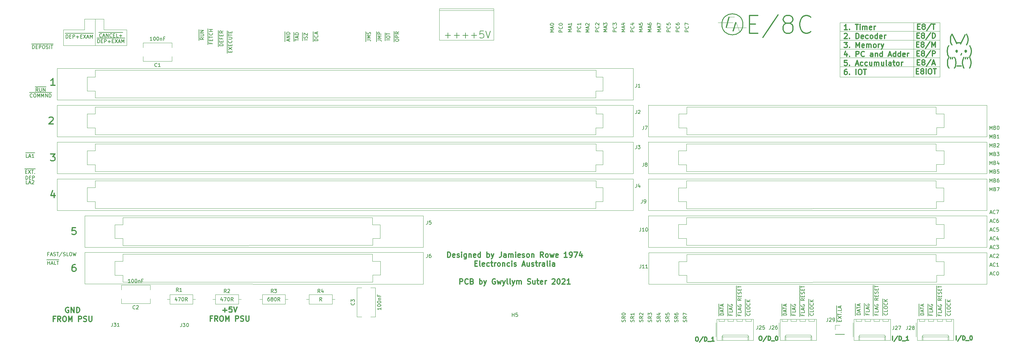
<source format=gbr>
G04 #@! TF.GenerationSoftware,KiCad,Pcbnew,(5.1.10-1-10_14)*
G04 #@! TF.CreationDate,2022-01-31T23:10:13+11:00*
G04 #@! TF.ProjectId,motherboard,6d6f7468-6572-4626-9f61-72642e6b6963,rev?*
G04 #@! TF.SameCoordinates,Original*
G04 #@! TF.FileFunction,Legend,Top*
G04 #@! TF.FilePolarity,Positive*
%FSLAX46Y46*%
G04 Gerber Fmt 4.6, Leading zero omitted, Abs format (unit mm)*
G04 Created by KiCad (PCBNEW (5.1.10-1-10_14)) date 2022-01-31 23:10:13*
%MOMM*%
%LPD*%
G01*
G04 APERTURE LIST*
%ADD10C,0.150000*%
%ADD11C,0.120000*%
%ADD12C,0.300000*%
%ADD13C,0.240000*%
G04 APERTURE END LIST*
D10*
X31952380Y-199660000D02*
X32857142Y-199660000D01*
X32190476Y-200503571D02*
X32523809Y-200503571D01*
X32666666Y-201027380D02*
X32190476Y-201027380D01*
X32190476Y-200027380D01*
X32666666Y-200027380D01*
X32857142Y-199660000D02*
X33809523Y-199660000D01*
X33000000Y-200027380D02*
X33666666Y-201027380D01*
X33666666Y-200027380D02*
X33000000Y-201027380D01*
X33809523Y-199660000D02*
X34571428Y-199660000D01*
X33904761Y-200027380D02*
X34476190Y-200027380D01*
X34190476Y-201027380D02*
X34190476Y-200027380D01*
X34571428Y-199660000D02*
X35047619Y-199660000D01*
X34809523Y-200932142D02*
X34857142Y-200979761D01*
X34809523Y-201027380D01*
X34761904Y-200979761D01*
X34809523Y-200932142D01*
X34809523Y-201027380D01*
X32285714Y-202677380D02*
X32285714Y-201677380D01*
X32523809Y-201677380D01*
X32666666Y-201725000D01*
X32761904Y-201820238D01*
X32809523Y-201915476D01*
X32857142Y-202105952D01*
X32857142Y-202248809D01*
X32809523Y-202439285D01*
X32761904Y-202534523D01*
X32666666Y-202629761D01*
X32523809Y-202677380D01*
X32285714Y-202677380D01*
X33285714Y-202153571D02*
X33619047Y-202153571D01*
X33761904Y-202677380D02*
X33285714Y-202677380D01*
X33285714Y-201677380D01*
X33761904Y-201677380D01*
X34190476Y-202677380D02*
X34190476Y-201677380D01*
X34571428Y-201677380D01*
X34666666Y-201725000D01*
X34714285Y-201772619D01*
X34761904Y-201867857D01*
X34761904Y-202010714D01*
X34714285Y-202105952D01*
X34666666Y-202153571D01*
X34571428Y-202201190D01*
X34190476Y-202201190D01*
X220952380Y-160638095D02*
X219952380Y-160638095D01*
X219952380Y-160257142D01*
X220000000Y-160161904D01*
X220047619Y-160114285D01*
X220142857Y-160066666D01*
X220285714Y-160066666D01*
X220380952Y-160114285D01*
X220428571Y-160161904D01*
X220476190Y-160257142D01*
X220476190Y-160638095D01*
X220857142Y-159066666D02*
X220904761Y-159114285D01*
X220952380Y-159257142D01*
X220952380Y-159352380D01*
X220904761Y-159495238D01*
X220809523Y-159590476D01*
X220714285Y-159638095D01*
X220523809Y-159685714D01*
X220380952Y-159685714D01*
X220190476Y-159638095D01*
X220095238Y-159590476D01*
X220000000Y-159495238D01*
X219952380Y-159352380D01*
X219952380Y-159257142D01*
X220000000Y-159114285D01*
X220047619Y-159066666D01*
X219952380Y-158733333D02*
X219952380Y-158066666D01*
X220952380Y-158495238D01*
X218352380Y-160638095D02*
X217352380Y-160638095D01*
X217352380Y-160257142D01*
X217400000Y-160161904D01*
X217447619Y-160114285D01*
X217542857Y-160066666D01*
X217685714Y-160066666D01*
X217780952Y-160114285D01*
X217828571Y-160161904D01*
X217876190Y-160257142D01*
X217876190Y-160638095D01*
X218257142Y-159066666D02*
X218304761Y-159114285D01*
X218352380Y-159257142D01*
X218352380Y-159352380D01*
X218304761Y-159495238D01*
X218209523Y-159590476D01*
X218114285Y-159638095D01*
X217923809Y-159685714D01*
X217780952Y-159685714D01*
X217590476Y-159638095D01*
X217495238Y-159590476D01*
X217400000Y-159495238D01*
X217352380Y-159352380D01*
X217352380Y-159257142D01*
X217400000Y-159114285D01*
X217447619Y-159066666D01*
X217352380Y-158209523D02*
X217352380Y-158400000D01*
X217400000Y-158495238D01*
X217447619Y-158542857D01*
X217590476Y-158638095D01*
X217780952Y-158685714D01*
X218161904Y-158685714D01*
X218257142Y-158638095D01*
X218304761Y-158590476D01*
X218352380Y-158495238D01*
X218352380Y-158304761D01*
X218304761Y-158209523D01*
X218257142Y-158161904D01*
X218161904Y-158114285D01*
X217923809Y-158114285D01*
X217828571Y-158161904D01*
X217780952Y-158209523D01*
X217733333Y-158304761D01*
X217733333Y-158495238D01*
X217780952Y-158590476D01*
X217828571Y-158638095D01*
X217923809Y-158685714D01*
X215752380Y-160638095D02*
X214752380Y-160638095D01*
X214752380Y-160257142D01*
X214800000Y-160161904D01*
X214847619Y-160114285D01*
X214942857Y-160066666D01*
X215085714Y-160066666D01*
X215180952Y-160114285D01*
X215228571Y-160161904D01*
X215276190Y-160257142D01*
X215276190Y-160638095D01*
X215657142Y-159066666D02*
X215704761Y-159114285D01*
X215752380Y-159257142D01*
X215752380Y-159352380D01*
X215704761Y-159495238D01*
X215609523Y-159590476D01*
X215514285Y-159638095D01*
X215323809Y-159685714D01*
X215180952Y-159685714D01*
X214990476Y-159638095D01*
X214895238Y-159590476D01*
X214800000Y-159495238D01*
X214752380Y-159352380D01*
X214752380Y-159257142D01*
X214800000Y-159114285D01*
X214847619Y-159066666D01*
X214752380Y-158161904D02*
X214752380Y-158638095D01*
X215228571Y-158685714D01*
X215180952Y-158638095D01*
X215133333Y-158542857D01*
X215133333Y-158304761D01*
X215180952Y-158209523D01*
X215228571Y-158161904D01*
X215323809Y-158114285D01*
X215561904Y-158114285D01*
X215657142Y-158161904D01*
X215704761Y-158209523D01*
X215752380Y-158304761D01*
X215752380Y-158542857D01*
X215704761Y-158638095D01*
X215657142Y-158685714D01*
X205452380Y-160638095D02*
X204452380Y-160638095D01*
X204452380Y-160257142D01*
X204500000Y-160161904D01*
X204547619Y-160114285D01*
X204642857Y-160066666D01*
X204785714Y-160066666D01*
X204880952Y-160114285D01*
X204928571Y-160161904D01*
X204976190Y-160257142D01*
X204976190Y-160638095D01*
X205357142Y-159066666D02*
X205404761Y-159114285D01*
X205452380Y-159257142D01*
X205452380Y-159352380D01*
X205404761Y-159495238D01*
X205309523Y-159590476D01*
X205214285Y-159638095D01*
X205023809Y-159685714D01*
X204880952Y-159685714D01*
X204690476Y-159638095D01*
X204595238Y-159590476D01*
X204500000Y-159495238D01*
X204452380Y-159352380D01*
X204452380Y-159257142D01*
X204500000Y-159114285D01*
X204547619Y-159066666D01*
X204785714Y-158209523D02*
X205452380Y-158209523D01*
X204404761Y-158447619D02*
X205119047Y-158685714D01*
X205119047Y-158066666D01*
X200452380Y-160638095D02*
X199452380Y-160638095D01*
X199452380Y-160257142D01*
X199500000Y-160161904D01*
X199547619Y-160114285D01*
X199642857Y-160066666D01*
X199785714Y-160066666D01*
X199880952Y-160114285D01*
X199928571Y-160161904D01*
X199976190Y-160257142D01*
X199976190Y-160638095D01*
X200357142Y-159066666D02*
X200404761Y-159114285D01*
X200452380Y-159257142D01*
X200452380Y-159352380D01*
X200404761Y-159495238D01*
X200309523Y-159590476D01*
X200214285Y-159638095D01*
X200023809Y-159685714D01*
X199880952Y-159685714D01*
X199690476Y-159638095D01*
X199595238Y-159590476D01*
X199500000Y-159495238D01*
X199452380Y-159352380D01*
X199452380Y-159257142D01*
X199500000Y-159114285D01*
X199547619Y-159066666D01*
X199452380Y-158733333D02*
X199452380Y-158114285D01*
X199833333Y-158447619D01*
X199833333Y-158304761D01*
X199880952Y-158209523D01*
X199928571Y-158161904D01*
X200023809Y-158114285D01*
X200261904Y-158114285D01*
X200357142Y-158161904D01*
X200404761Y-158209523D01*
X200452380Y-158304761D01*
X200452380Y-158590476D01*
X200404761Y-158685714D01*
X200357142Y-158733333D01*
X195452380Y-160638095D02*
X194452380Y-160638095D01*
X194452380Y-160257142D01*
X194500000Y-160161904D01*
X194547619Y-160114285D01*
X194642857Y-160066666D01*
X194785714Y-160066666D01*
X194880952Y-160114285D01*
X194928571Y-160161904D01*
X194976190Y-160257142D01*
X194976190Y-160638095D01*
X195357142Y-159066666D02*
X195404761Y-159114285D01*
X195452380Y-159257142D01*
X195452380Y-159352380D01*
X195404761Y-159495238D01*
X195309523Y-159590476D01*
X195214285Y-159638095D01*
X195023809Y-159685714D01*
X194880952Y-159685714D01*
X194690476Y-159638095D01*
X194595238Y-159590476D01*
X194500000Y-159495238D01*
X194452380Y-159352380D01*
X194452380Y-159257142D01*
X194500000Y-159114285D01*
X194547619Y-159066666D01*
X194547619Y-158685714D02*
X194500000Y-158638095D01*
X194452380Y-158542857D01*
X194452380Y-158304761D01*
X194500000Y-158209523D01*
X194547619Y-158161904D01*
X194642857Y-158114285D01*
X194738095Y-158114285D01*
X194880952Y-158161904D01*
X195452380Y-158733333D01*
X195452380Y-158114285D01*
X190252380Y-160638095D02*
X189252380Y-160638095D01*
X189252380Y-160257142D01*
X189300000Y-160161904D01*
X189347619Y-160114285D01*
X189442857Y-160066666D01*
X189585714Y-160066666D01*
X189680952Y-160114285D01*
X189728571Y-160161904D01*
X189776190Y-160257142D01*
X189776190Y-160638095D01*
X190157142Y-159066666D02*
X190204761Y-159114285D01*
X190252380Y-159257142D01*
X190252380Y-159352380D01*
X190204761Y-159495238D01*
X190109523Y-159590476D01*
X190014285Y-159638095D01*
X189823809Y-159685714D01*
X189680952Y-159685714D01*
X189490476Y-159638095D01*
X189395238Y-159590476D01*
X189300000Y-159495238D01*
X189252380Y-159352380D01*
X189252380Y-159257142D01*
X189300000Y-159114285D01*
X189347619Y-159066666D01*
X190252380Y-158114285D02*
X190252380Y-158685714D01*
X190252380Y-158400000D02*
X189252380Y-158400000D01*
X189395238Y-158495238D01*
X189490476Y-158590476D01*
X189538095Y-158685714D01*
X185052380Y-160738095D02*
X184052380Y-160738095D01*
X184052380Y-160357142D01*
X184100000Y-160261904D01*
X184147619Y-160214285D01*
X184242857Y-160166666D01*
X184385714Y-160166666D01*
X184480952Y-160214285D01*
X184528571Y-160261904D01*
X184576190Y-160357142D01*
X184576190Y-160738095D01*
X184957142Y-159166666D02*
X185004761Y-159214285D01*
X185052380Y-159357142D01*
X185052380Y-159452380D01*
X185004761Y-159595238D01*
X184909523Y-159690476D01*
X184814285Y-159738095D01*
X184623809Y-159785714D01*
X184480952Y-159785714D01*
X184290476Y-159738095D01*
X184195238Y-159690476D01*
X184100000Y-159595238D01*
X184052380Y-159452380D01*
X184052380Y-159357142D01*
X184100000Y-159214285D01*
X184147619Y-159166666D01*
X184052380Y-158547619D02*
X184052380Y-158452380D01*
X184100000Y-158357142D01*
X184147619Y-158309523D01*
X184242857Y-158261904D01*
X184433333Y-158214285D01*
X184671428Y-158214285D01*
X184861904Y-158261904D01*
X184957142Y-158309523D01*
X185004761Y-158357142D01*
X185052380Y-158452380D01*
X185052380Y-158547619D01*
X185004761Y-158642857D01*
X184957142Y-158690476D01*
X184861904Y-158738095D01*
X184671428Y-158785714D01*
X184433333Y-158785714D01*
X184242857Y-158738095D01*
X184147619Y-158690476D01*
X184100000Y-158642857D01*
X184052380Y-158547619D01*
X213052380Y-160638095D02*
X212052380Y-160638095D01*
X212766666Y-160304761D01*
X212052380Y-159971428D01*
X213052380Y-159971428D01*
X212766666Y-159542857D02*
X212766666Y-159066666D01*
X213052380Y-159638095D02*
X212052380Y-159304761D01*
X213052380Y-158971428D01*
X212052380Y-158733333D02*
X212052380Y-158066666D01*
X213052380Y-158495238D01*
X210352380Y-160638095D02*
X209352380Y-160638095D01*
X210066666Y-160304761D01*
X209352380Y-159971428D01*
X210352380Y-159971428D01*
X210066666Y-159542857D02*
X210066666Y-159066666D01*
X210352380Y-159638095D02*
X209352380Y-159304761D01*
X210352380Y-158971428D01*
X209352380Y-158209523D02*
X209352380Y-158400000D01*
X209400000Y-158495238D01*
X209447619Y-158542857D01*
X209590476Y-158638095D01*
X209780952Y-158685714D01*
X210161904Y-158685714D01*
X210257142Y-158638095D01*
X210304761Y-158590476D01*
X210352380Y-158495238D01*
X210352380Y-158304761D01*
X210304761Y-158209523D01*
X210257142Y-158161904D01*
X210161904Y-158114285D01*
X209923809Y-158114285D01*
X209828571Y-158161904D01*
X209780952Y-158209523D01*
X209733333Y-158304761D01*
X209733333Y-158495238D01*
X209780952Y-158590476D01*
X209828571Y-158638095D01*
X209923809Y-158685714D01*
X207852380Y-160638095D02*
X206852380Y-160638095D01*
X207566666Y-160304761D01*
X206852380Y-159971428D01*
X207852380Y-159971428D01*
X207566666Y-159542857D02*
X207566666Y-159066666D01*
X207852380Y-159638095D02*
X206852380Y-159304761D01*
X207852380Y-158971428D01*
X206852380Y-158161904D02*
X206852380Y-158638095D01*
X207328571Y-158685714D01*
X207280952Y-158638095D01*
X207233333Y-158542857D01*
X207233333Y-158304761D01*
X207280952Y-158209523D01*
X207328571Y-158161904D01*
X207423809Y-158114285D01*
X207661904Y-158114285D01*
X207757142Y-158161904D01*
X207804761Y-158209523D01*
X207852380Y-158304761D01*
X207852380Y-158542857D01*
X207804761Y-158638095D01*
X207757142Y-158685714D01*
X202852380Y-160638095D02*
X201852380Y-160638095D01*
X202566666Y-160304761D01*
X201852380Y-159971428D01*
X202852380Y-159971428D01*
X202566666Y-159542857D02*
X202566666Y-159066666D01*
X202852380Y-159638095D02*
X201852380Y-159304761D01*
X202852380Y-158971428D01*
X202185714Y-158209523D02*
X202852380Y-158209523D01*
X201804761Y-158447619D02*
X202519047Y-158685714D01*
X202519047Y-158066666D01*
X197752380Y-160638095D02*
X196752380Y-160638095D01*
X197466666Y-160304761D01*
X196752380Y-159971428D01*
X197752380Y-159971428D01*
X197466666Y-159542857D02*
X197466666Y-159066666D01*
X197752380Y-159638095D02*
X196752380Y-159304761D01*
X197752380Y-158971428D01*
X196752380Y-158733333D02*
X196752380Y-158114285D01*
X197133333Y-158447619D01*
X197133333Y-158304761D01*
X197180952Y-158209523D01*
X197228571Y-158161904D01*
X197323809Y-158114285D01*
X197561904Y-158114285D01*
X197657142Y-158161904D01*
X197704761Y-158209523D01*
X197752380Y-158304761D01*
X197752380Y-158590476D01*
X197704761Y-158685714D01*
X197657142Y-158733333D01*
X192652380Y-160738095D02*
X191652380Y-160738095D01*
X192366666Y-160404761D01*
X191652380Y-160071428D01*
X192652380Y-160071428D01*
X192366666Y-159642857D02*
X192366666Y-159166666D01*
X192652380Y-159738095D02*
X191652380Y-159404761D01*
X192652380Y-159071428D01*
X191747619Y-158785714D02*
X191700000Y-158738095D01*
X191652380Y-158642857D01*
X191652380Y-158404761D01*
X191700000Y-158309523D01*
X191747619Y-158261904D01*
X191842857Y-158214285D01*
X191938095Y-158214285D01*
X192080952Y-158261904D01*
X192652380Y-158833333D01*
X192652380Y-158214285D01*
X187652380Y-160638095D02*
X186652380Y-160638095D01*
X187366666Y-160304761D01*
X186652380Y-159971428D01*
X187652380Y-159971428D01*
X187366666Y-159542857D02*
X187366666Y-159066666D01*
X187652380Y-159638095D02*
X186652380Y-159304761D01*
X187652380Y-158971428D01*
X187652380Y-158114285D02*
X187652380Y-158685714D01*
X187652380Y-158400000D02*
X186652380Y-158400000D01*
X186795238Y-158495238D01*
X186890476Y-158590476D01*
X186938095Y-158685714D01*
X182552380Y-160738095D02*
X181552380Y-160738095D01*
X182266666Y-160404761D01*
X181552380Y-160071428D01*
X182552380Y-160071428D01*
X182266666Y-159642857D02*
X182266666Y-159166666D01*
X182552380Y-159738095D02*
X181552380Y-159404761D01*
X182552380Y-159071428D01*
X181552380Y-158547619D02*
X181552380Y-158452380D01*
X181600000Y-158357142D01*
X181647619Y-158309523D01*
X181742857Y-158261904D01*
X181933333Y-158214285D01*
X182171428Y-158214285D01*
X182361904Y-158261904D01*
X182457142Y-158309523D01*
X182504761Y-158357142D01*
X182552380Y-158452380D01*
X182552380Y-158547619D01*
X182504761Y-158642857D01*
X182457142Y-158690476D01*
X182361904Y-158738095D01*
X182171428Y-158785714D01*
X181933333Y-158785714D01*
X181742857Y-158738095D01*
X181647619Y-158690476D01*
X181600000Y-158642857D01*
X181552380Y-158547619D01*
X137085000Y-163523809D02*
X137085000Y-162476190D01*
X137452380Y-163095238D02*
X137452380Y-162904761D01*
X137500000Y-162809523D01*
X137595238Y-162714285D01*
X137785714Y-162666666D01*
X138119047Y-162666666D01*
X138309523Y-162714285D01*
X138404761Y-162809523D01*
X138452380Y-162904761D01*
X138452380Y-163095238D01*
X138404761Y-163190476D01*
X138309523Y-163285714D01*
X138119047Y-163333333D01*
X137785714Y-163333333D01*
X137595238Y-163285714D01*
X137500000Y-163190476D01*
X137452380Y-163095238D01*
X137085000Y-162476190D02*
X137085000Y-161476190D01*
X138452380Y-162238095D02*
X137452380Y-162238095D01*
X137452380Y-161857142D01*
X137500000Y-161761904D01*
X137547619Y-161714285D01*
X137642857Y-161666666D01*
X137785714Y-161666666D01*
X137880952Y-161714285D01*
X137928571Y-161761904D01*
X137976190Y-161857142D01*
X137976190Y-162238095D01*
X137085000Y-161476190D02*
X137085000Y-160476190D01*
X138452380Y-160666666D02*
X137976190Y-161000000D01*
X138452380Y-161238095D02*
X137452380Y-161238095D01*
X137452380Y-160857142D01*
X137500000Y-160761904D01*
X137547619Y-160714285D01*
X137642857Y-160666666D01*
X137785714Y-160666666D01*
X137880952Y-160714285D01*
X137928571Y-160761904D01*
X137976190Y-160857142D01*
X137976190Y-161238095D01*
X134585000Y-163142857D02*
X134585000Y-162666666D01*
X135952380Y-162904761D02*
X134952380Y-162904761D01*
X134585000Y-162666666D02*
X134585000Y-161619047D01*
X134952380Y-162238095D02*
X134952380Y-162047619D01*
X135000000Y-161952380D01*
X135095238Y-161857142D01*
X135285714Y-161809523D01*
X135619047Y-161809523D01*
X135809523Y-161857142D01*
X135904761Y-161952380D01*
X135952380Y-162047619D01*
X135952380Y-162238095D01*
X135904761Y-162333333D01*
X135809523Y-162428571D01*
X135619047Y-162476190D01*
X135285714Y-162476190D01*
X135095238Y-162428571D01*
X135000000Y-162333333D01*
X134952380Y-162238095D01*
X134585000Y-161619047D02*
X134585000Y-160857142D01*
X134952380Y-161523809D02*
X134952380Y-160952380D01*
X135952380Y-161238095D02*
X134952380Y-161238095D01*
X132085000Y-163452380D02*
X132085000Y-162690476D01*
X132452380Y-162928571D02*
X133166666Y-162928571D01*
X133309523Y-162976190D01*
X133404761Y-163071428D01*
X133452380Y-163214285D01*
X133452380Y-163309523D01*
X132085000Y-162690476D02*
X132085000Y-161547619D01*
X133452380Y-162452380D02*
X132452380Y-162452380D01*
X133166666Y-162119047D01*
X132452380Y-161785714D01*
X133452380Y-161785714D01*
X132085000Y-161547619D02*
X132085000Y-160547619D01*
X133452380Y-161309523D02*
X132452380Y-161309523D01*
X132452380Y-160928571D01*
X132500000Y-160833333D01*
X132547619Y-160785714D01*
X132642857Y-160738095D01*
X132785714Y-160738095D01*
X132880952Y-160785714D01*
X132928571Y-160833333D01*
X132976190Y-160928571D01*
X132976190Y-161309523D01*
X129085000Y-163428571D02*
X129085000Y-162666666D01*
X129452380Y-162904761D02*
X130166666Y-162904761D01*
X130309523Y-162952380D01*
X130404761Y-163047619D01*
X130452380Y-163190476D01*
X130452380Y-163285714D01*
X129085000Y-162666666D02*
X129085000Y-161523809D01*
X130452380Y-162428571D02*
X129452380Y-162428571D01*
X130166666Y-162095238D01*
X129452380Y-161761904D01*
X130452380Y-161761904D01*
X129085000Y-161523809D02*
X129085000Y-160571428D01*
X130404761Y-161333333D02*
X130452380Y-161190476D01*
X130452380Y-160952380D01*
X130404761Y-160857142D01*
X130357142Y-160809523D01*
X130261904Y-160761904D01*
X130166666Y-160761904D01*
X130071428Y-160809523D01*
X130023809Y-160857142D01*
X129976190Y-160952380D01*
X129928571Y-161142857D01*
X129880952Y-161238095D01*
X129833333Y-161285714D01*
X129738095Y-161333333D01*
X129642857Y-161333333D01*
X129547619Y-161285714D01*
X129500000Y-161238095D01*
X129452380Y-161142857D01*
X129452380Y-160904761D01*
X129500000Y-160761904D01*
X114085000Y-163428571D02*
X114085000Y-162428571D01*
X115452380Y-163190476D02*
X114452380Y-163190476D01*
X114452380Y-162952380D01*
X114500000Y-162809523D01*
X114595238Y-162714285D01*
X114690476Y-162666666D01*
X114880952Y-162619047D01*
X115023809Y-162619047D01*
X115214285Y-162666666D01*
X115309523Y-162714285D01*
X115404761Y-162809523D01*
X115452380Y-162952380D01*
X115452380Y-163190476D01*
X114085000Y-162428571D02*
X114085000Y-161428571D01*
X115357142Y-161619047D02*
X115404761Y-161666666D01*
X115452380Y-161809523D01*
X115452380Y-161904761D01*
X115404761Y-162047619D01*
X115309523Y-162142857D01*
X115214285Y-162190476D01*
X115023809Y-162238095D01*
X114880952Y-162238095D01*
X114690476Y-162190476D01*
X114595238Y-162142857D01*
X114500000Y-162047619D01*
X114452380Y-161904761D01*
X114452380Y-161809523D01*
X114500000Y-161666666D01*
X114547619Y-161619047D01*
X114085000Y-161428571D02*
X114085000Y-160571428D01*
X115166666Y-161238095D02*
X115166666Y-160761904D01*
X115452380Y-161333333D02*
X114452380Y-161000000D01*
X115452380Y-160666666D01*
X111085000Y-163190476D02*
X111085000Y-162714285D01*
X112452380Y-162952380D02*
X111452380Y-162952380D01*
X111085000Y-162714285D02*
X111085000Y-161761904D01*
X112404761Y-162523809D02*
X112452380Y-162380952D01*
X112452380Y-162142857D01*
X112404761Y-162047619D01*
X112357142Y-162000000D01*
X112261904Y-161952380D01*
X112166666Y-161952380D01*
X112071428Y-162000000D01*
X112023809Y-162047619D01*
X111976190Y-162142857D01*
X111928571Y-162333333D01*
X111880952Y-162428571D01*
X111833333Y-162476190D01*
X111738095Y-162523809D01*
X111642857Y-162523809D01*
X111547619Y-162476190D01*
X111500000Y-162428571D01*
X111452380Y-162333333D01*
X111452380Y-162095238D01*
X111500000Y-161952380D01*
X111085000Y-161761904D02*
X111085000Y-160809523D01*
X111452380Y-161619047D02*
X111452380Y-160952380D01*
X112452380Y-161619047D01*
X112452380Y-160952380D01*
X108585000Y-163309523D02*
X108585000Y-162547619D01*
X108952380Y-163214285D02*
X108952380Y-162642857D01*
X109952380Y-162928571D02*
X108952380Y-162928571D01*
X108585000Y-162547619D02*
X108585000Y-161690476D01*
X109666666Y-162357142D02*
X109666666Y-161880952D01*
X109952380Y-162452380D02*
X108952380Y-162119047D01*
X109952380Y-161785714D01*
X108585000Y-161690476D02*
X108585000Y-160690476D01*
X109952380Y-161452380D02*
X108952380Y-161452380D01*
X108952380Y-161214285D01*
X109000000Y-161071428D01*
X109095238Y-160976190D01*
X109190476Y-160928571D01*
X109380952Y-160880952D01*
X109523809Y-160880952D01*
X109714285Y-160928571D01*
X109809523Y-160976190D01*
X109904761Y-161071428D01*
X109952380Y-161214285D01*
X109952380Y-161452380D01*
X106085000Y-163452380D02*
X106085000Y-162595238D01*
X107166666Y-163261904D02*
X107166666Y-162785714D01*
X107452380Y-163357142D02*
X106452380Y-163023809D01*
X107452380Y-162690476D01*
X106085000Y-162595238D02*
X106085000Y-161547619D01*
X107452380Y-162357142D02*
X106452380Y-162357142D01*
X107452380Y-161785714D01*
X106452380Y-161785714D01*
X106085000Y-161547619D02*
X106085000Y-160547619D01*
X107452380Y-161309523D02*
X106452380Y-161309523D01*
X106452380Y-161071428D01*
X106500000Y-160928571D01*
X106595238Y-160833333D01*
X106690476Y-160785714D01*
X106880952Y-160738095D01*
X107023809Y-160738095D01*
X107214285Y-160785714D01*
X107309523Y-160833333D01*
X107404761Y-160928571D01*
X107452380Y-161071428D01*
X107452380Y-161309523D01*
X89585000Y-166738095D02*
X89585000Y-165833333D01*
X90428571Y-166500000D02*
X90428571Y-166166666D01*
X90952380Y-166023809D02*
X90952380Y-166500000D01*
X89952380Y-166500000D01*
X89952380Y-166023809D01*
X89585000Y-165833333D02*
X89585000Y-164880952D01*
X89952380Y-165690476D02*
X90952380Y-165023809D01*
X89952380Y-165023809D02*
X90952380Y-165690476D01*
X89585000Y-164880952D02*
X89585000Y-163976190D01*
X90428571Y-164642857D02*
X90428571Y-164309523D01*
X90952380Y-164166666D02*
X90952380Y-164642857D01*
X89952380Y-164642857D01*
X89952380Y-164166666D01*
X89585000Y-163976190D02*
X89585000Y-162976190D01*
X90857142Y-163166666D02*
X90904761Y-163214285D01*
X90952380Y-163357142D01*
X90952380Y-163452380D01*
X90904761Y-163595238D01*
X90809523Y-163690476D01*
X90714285Y-163738095D01*
X90523809Y-163785714D01*
X90380952Y-163785714D01*
X90190476Y-163738095D01*
X90095238Y-163690476D01*
X90000000Y-163595238D01*
X89952380Y-163452380D01*
X89952380Y-163357142D01*
X90000000Y-163214285D01*
X90047619Y-163166666D01*
X89585000Y-162976190D02*
X89585000Y-161928571D01*
X89952380Y-162738095D02*
X90761904Y-162738095D01*
X90857142Y-162690476D01*
X90904761Y-162642857D01*
X90952380Y-162547619D01*
X90952380Y-162357142D01*
X90904761Y-162261904D01*
X90857142Y-162214285D01*
X90761904Y-162166666D01*
X89952380Y-162166666D01*
X89585000Y-161928571D02*
X89585000Y-161166666D01*
X89952380Y-161833333D02*
X89952380Y-161261904D01*
X90952380Y-161547619D02*
X89952380Y-161547619D01*
X89585000Y-161166666D02*
X89585000Y-160261904D01*
X90428571Y-160928571D02*
X90428571Y-160595238D01*
X90952380Y-160452380D02*
X90952380Y-160928571D01*
X89952380Y-160928571D01*
X89952380Y-160452380D01*
X87085000Y-164833333D02*
X87085000Y-163833333D01*
X88452380Y-164595238D02*
X87452380Y-164595238D01*
X87452380Y-164357142D01*
X87500000Y-164214285D01*
X87595238Y-164119047D01*
X87690476Y-164071428D01*
X87880952Y-164023809D01*
X88023809Y-164023809D01*
X88214285Y-164071428D01*
X88309523Y-164119047D01*
X88404761Y-164214285D01*
X88452380Y-164357142D01*
X88452380Y-164595238D01*
X87085000Y-163833333D02*
X87085000Y-162928571D01*
X87928571Y-163595238D02*
X87928571Y-163261904D01*
X88452380Y-163119047D02*
X88452380Y-163595238D01*
X87452380Y-163595238D01*
X87452380Y-163119047D01*
X87085000Y-162928571D02*
X87085000Y-162071428D01*
X87928571Y-162357142D02*
X87928571Y-162690476D01*
X88452380Y-162690476D02*
X87452380Y-162690476D01*
X87452380Y-162214285D01*
X87085000Y-162071428D02*
X87085000Y-161166666D01*
X87928571Y-161833333D02*
X87928571Y-161500000D01*
X88452380Y-161357142D02*
X88452380Y-161833333D01*
X87452380Y-161833333D01*
X87452380Y-161357142D01*
X87085000Y-161166666D02*
X87085000Y-160166666D01*
X88452380Y-160357142D02*
X87976190Y-160690476D01*
X88452380Y-160928571D02*
X87452380Y-160928571D01*
X87452380Y-160547619D01*
X87500000Y-160452380D01*
X87547619Y-160404761D01*
X87642857Y-160357142D01*
X87785714Y-160357142D01*
X87880952Y-160404761D01*
X87928571Y-160452380D01*
X87976190Y-160547619D01*
X87976190Y-160928571D01*
X84085000Y-164285714D02*
X84085000Y-163428571D01*
X84928571Y-163714285D02*
X84928571Y-164047619D01*
X85452380Y-164047619D02*
X84452380Y-164047619D01*
X84452380Y-163571428D01*
X84085000Y-163428571D02*
X84085000Y-162523809D01*
X84928571Y-163190476D02*
X84928571Y-162857142D01*
X85452380Y-162714285D02*
X85452380Y-163190476D01*
X84452380Y-163190476D01*
X84452380Y-162714285D01*
X84085000Y-162523809D02*
X84085000Y-161761904D01*
X84452380Y-162428571D02*
X84452380Y-161857142D01*
X85452380Y-162142857D02*
X84452380Y-162142857D01*
X84085000Y-161761904D02*
X84085000Y-160761904D01*
X85357142Y-160952380D02*
X85404761Y-161000000D01*
X85452380Y-161142857D01*
X85452380Y-161238095D01*
X85404761Y-161380952D01*
X85309523Y-161476190D01*
X85214285Y-161523809D01*
X85023809Y-161571428D01*
X84880952Y-161571428D01*
X84690476Y-161523809D01*
X84595238Y-161476190D01*
X84500000Y-161380952D01*
X84452380Y-161238095D01*
X84452380Y-161142857D01*
X84500000Y-161000000D01*
X84547619Y-160952380D01*
X84085000Y-160761904D02*
X84085000Y-159714285D01*
X85452380Y-160523809D02*
X84452380Y-160523809D01*
X84928571Y-160523809D02*
X84928571Y-159952380D01*
X85452380Y-159952380D02*
X84452380Y-159952380D01*
X81585000Y-163047619D02*
X81585000Y-162047619D01*
X82952380Y-162238095D02*
X82476190Y-162571428D01*
X82952380Y-162809523D02*
X81952380Y-162809523D01*
X81952380Y-162428571D01*
X82000000Y-162333333D01*
X82047619Y-162285714D01*
X82142857Y-162238095D01*
X82285714Y-162238095D01*
X82380952Y-162285714D01*
X82428571Y-162333333D01*
X82476190Y-162428571D01*
X82476190Y-162809523D01*
X81585000Y-162047619D02*
X81585000Y-161000000D01*
X81952380Y-161809523D02*
X82761904Y-161809523D01*
X82857142Y-161761904D01*
X82904761Y-161714285D01*
X82952380Y-161619047D01*
X82952380Y-161428571D01*
X82904761Y-161333333D01*
X82857142Y-161285714D01*
X82761904Y-161238095D01*
X81952380Y-161238095D01*
X81585000Y-161000000D02*
X81585000Y-159952380D01*
X82952380Y-160761904D02*
X81952380Y-160761904D01*
X82952380Y-160190476D01*
X81952380Y-160190476D01*
D11*
X49000000Y-157000000D02*
X52000000Y-157000000D01*
X49000000Y-160000000D02*
X49000000Y-157000000D01*
X43000000Y-160000000D02*
X49000000Y-160000000D01*
X43000000Y-164500000D02*
X43000000Y-160000000D01*
X52000000Y-164500000D02*
X43000000Y-164500000D01*
X54500000Y-157000000D02*
X52000000Y-157000000D01*
X54500000Y-160000000D02*
X54500000Y-157000000D01*
X61000000Y-160000000D02*
X54500000Y-160000000D01*
X61000000Y-164500000D02*
X61000000Y-160000000D01*
X52000000Y-164500000D02*
X61000000Y-164500000D01*
X52000000Y-157000000D02*
X52000000Y-164500000D01*
D10*
X53071428Y-160760000D02*
X54071428Y-160760000D01*
X53880952Y-162032142D02*
X53833333Y-162079761D01*
X53690476Y-162127380D01*
X53595238Y-162127380D01*
X53452380Y-162079761D01*
X53357142Y-161984523D01*
X53309523Y-161889285D01*
X53261904Y-161698809D01*
X53261904Y-161555952D01*
X53309523Y-161365476D01*
X53357142Y-161270238D01*
X53452380Y-161175000D01*
X53595238Y-161127380D01*
X53690476Y-161127380D01*
X53833333Y-161175000D01*
X53880952Y-161222619D01*
X54071428Y-160760000D02*
X54928571Y-160760000D01*
X54261904Y-161841666D02*
X54738095Y-161841666D01*
X54166666Y-162127380D02*
X54500000Y-161127380D01*
X54833333Y-162127380D01*
X54928571Y-160760000D02*
X55976190Y-160760000D01*
X55166666Y-162127380D02*
X55166666Y-161127380D01*
X55738095Y-162127380D01*
X55738095Y-161127380D01*
X55976190Y-160760000D02*
X56976190Y-160760000D01*
X56785714Y-162032142D02*
X56738095Y-162079761D01*
X56595238Y-162127380D01*
X56500000Y-162127380D01*
X56357142Y-162079761D01*
X56261904Y-161984523D01*
X56214285Y-161889285D01*
X56166666Y-161698809D01*
X56166666Y-161555952D01*
X56214285Y-161365476D01*
X56261904Y-161270238D01*
X56357142Y-161175000D01*
X56500000Y-161127380D01*
X56595238Y-161127380D01*
X56738095Y-161175000D01*
X56785714Y-161222619D01*
X56976190Y-160760000D02*
X57880952Y-160760000D01*
X57214285Y-161603571D02*
X57547619Y-161603571D01*
X57690476Y-162127380D02*
X57214285Y-162127380D01*
X57214285Y-161127380D01*
X57690476Y-161127380D01*
X57880952Y-160760000D02*
X58690476Y-160760000D01*
X58595238Y-162127380D02*
X58119047Y-162127380D01*
X58119047Y-161127380D01*
X58690476Y-160760000D02*
X59928571Y-160760000D01*
X58928571Y-161746428D02*
X59690476Y-161746428D01*
X59309523Y-162127380D02*
X59309523Y-161365476D01*
X52500000Y-162410000D02*
X53500000Y-162410000D01*
X52738095Y-163777380D02*
X52738095Y-162777380D01*
X52976190Y-162777380D01*
X53119047Y-162825000D01*
X53214285Y-162920238D01*
X53261904Y-163015476D01*
X53309523Y-163205952D01*
X53309523Y-163348809D01*
X53261904Y-163539285D01*
X53214285Y-163634523D01*
X53119047Y-163729761D01*
X52976190Y-163777380D01*
X52738095Y-163777380D01*
X53500000Y-162410000D02*
X54404761Y-162410000D01*
X53738095Y-163253571D02*
X54071428Y-163253571D01*
X54214285Y-163777380D02*
X53738095Y-163777380D01*
X53738095Y-162777380D01*
X54214285Y-162777380D01*
X54404761Y-162410000D02*
X55404761Y-162410000D01*
X54642857Y-163777380D02*
X54642857Y-162777380D01*
X55023809Y-162777380D01*
X55119047Y-162825000D01*
X55166666Y-162872619D01*
X55214285Y-162967857D01*
X55214285Y-163110714D01*
X55166666Y-163205952D01*
X55119047Y-163253571D01*
X55023809Y-163301190D01*
X54642857Y-163301190D01*
X55404761Y-162410000D02*
X56642857Y-162410000D01*
X55642857Y-163396428D02*
X56404761Y-163396428D01*
X56023809Y-163777380D02*
X56023809Y-163015476D01*
X56642857Y-162410000D02*
X57547619Y-162410000D01*
X56880952Y-163253571D02*
X57214285Y-163253571D01*
X57357142Y-163777380D02*
X56880952Y-163777380D01*
X56880952Y-162777380D01*
X57357142Y-162777380D01*
X57547619Y-162410000D02*
X58500000Y-162410000D01*
X57690476Y-162777380D02*
X58357142Y-163777380D01*
X58357142Y-162777380D02*
X57690476Y-163777380D01*
X58500000Y-162410000D02*
X59357142Y-162410000D01*
X58690476Y-163491666D02*
X59166666Y-163491666D01*
X58595238Y-163777380D02*
X58928571Y-162777380D01*
X59261904Y-163777380D01*
X59357142Y-162410000D02*
X60500000Y-162410000D01*
X59595238Y-163777380D02*
X59595238Y-162777380D01*
X59928571Y-163491666D01*
X60261904Y-162777380D01*
X60261904Y-163777380D01*
X43500000Y-161085000D02*
X44500000Y-161085000D01*
X43738095Y-162452380D02*
X43738095Y-161452380D01*
X43976190Y-161452380D01*
X44119047Y-161500000D01*
X44214285Y-161595238D01*
X44261904Y-161690476D01*
X44309523Y-161880952D01*
X44309523Y-162023809D01*
X44261904Y-162214285D01*
X44214285Y-162309523D01*
X44119047Y-162404761D01*
X43976190Y-162452380D01*
X43738095Y-162452380D01*
X44500000Y-161085000D02*
X45404761Y-161085000D01*
X44738095Y-161928571D02*
X45071428Y-161928571D01*
X45214285Y-162452380D02*
X44738095Y-162452380D01*
X44738095Y-161452380D01*
X45214285Y-161452380D01*
X45404761Y-161085000D02*
X46404761Y-161085000D01*
X45642857Y-162452380D02*
X45642857Y-161452380D01*
X46023809Y-161452380D01*
X46119047Y-161500000D01*
X46166666Y-161547619D01*
X46214285Y-161642857D01*
X46214285Y-161785714D01*
X46166666Y-161880952D01*
X46119047Y-161928571D01*
X46023809Y-161976190D01*
X45642857Y-161976190D01*
X46404761Y-161085000D02*
X47642857Y-161085000D01*
X46642857Y-162071428D02*
X47404761Y-162071428D01*
X47023809Y-162452380D02*
X47023809Y-161690476D01*
X47642857Y-161085000D02*
X48547619Y-161085000D01*
X47880952Y-161928571D02*
X48214285Y-161928571D01*
X48357142Y-162452380D02*
X47880952Y-162452380D01*
X47880952Y-161452380D01*
X48357142Y-161452380D01*
X48547619Y-161085000D02*
X49500000Y-161085000D01*
X48690476Y-161452380D02*
X49357142Y-162452380D01*
X49357142Y-161452380D02*
X48690476Y-162452380D01*
X49500000Y-161085000D02*
X50357142Y-161085000D01*
X49690476Y-162166666D02*
X50166666Y-162166666D01*
X49595238Y-162452380D02*
X49928571Y-161452380D01*
X50261904Y-162452380D01*
X50357142Y-161085000D02*
X51500000Y-161085000D01*
X50595238Y-162452380D02*
X50595238Y-161452380D01*
X50928571Y-162166666D01*
X51261904Y-161452380D01*
X51261904Y-162452380D01*
X34952380Y-176260000D02*
X35952380Y-176260000D01*
X35761904Y-177627380D02*
X35428571Y-177151190D01*
X35190476Y-177627380D02*
X35190476Y-176627380D01*
X35571428Y-176627380D01*
X35666666Y-176675000D01*
X35714285Y-176722619D01*
X35761904Y-176817857D01*
X35761904Y-176960714D01*
X35714285Y-177055952D01*
X35666666Y-177103571D01*
X35571428Y-177151190D01*
X35190476Y-177151190D01*
X35952380Y-176260000D02*
X37000000Y-176260000D01*
X36190476Y-176627380D02*
X36190476Y-177436904D01*
X36238095Y-177532142D01*
X36285714Y-177579761D01*
X36380952Y-177627380D01*
X36571428Y-177627380D01*
X36666666Y-177579761D01*
X36714285Y-177532142D01*
X36761904Y-177436904D01*
X36761904Y-176627380D01*
X37000000Y-176260000D02*
X38047619Y-176260000D01*
X37238095Y-177627380D02*
X37238095Y-176627380D01*
X37809523Y-177627380D01*
X37809523Y-176627380D01*
X33309523Y-177910000D02*
X34309523Y-177910000D01*
X34119047Y-179182142D02*
X34071428Y-179229761D01*
X33928571Y-179277380D01*
X33833333Y-179277380D01*
X33690476Y-179229761D01*
X33595238Y-179134523D01*
X33547619Y-179039285D01*
X33500000Y-178848809D01*
X33500000Y-178705952D01*
X33547619Y-178515476D01*
X33595238Y-178420238D01*
X33690476Y-178325000D01*
X33833333Y-178277380D01*
X33928571Y-178277380D01*
X34071428Y-178325000D01*
X34119047Y-178372619D01*
X34309523Y-177910000D02*
X35357142Y-177910000D01*
X34738095Y-178277380D02*
X34928571Y-178277380D01*
X35023809Y-178325000D01*
X35119047Y-178420238D01*
X35166666Y-178610714D01*
X35166666Y-178944047D01*
X35119047Y-179134523D01*
X35023809Y-179229761D01*
X34928571Y-179277380D01*
X34738095Y-179277380D01*
X34642857Y-179229761D01*
X34547619Y-179134523D01*
X34500000Y-178944047D01*
X34500000Y-178610714D01*
X34547619Y-178420238D01*
X34642857Y-178325000D01*
X34738095Y-178277380D01*
X35357142Y-177910000D02*
X36500000Y-177910000D01*
X35595238Y-179277380D02*
X35595238Y-178277380D01*
X35928571Y-178991666D01*
X36261904Y-178277380D01*
X36261904Y-179277380D01*
X36500000Y-177910000D02*
X37642857Y-177910000D01*
X36738095Y-179277380D02*
X36738095Y-178277380D01*
X37071428Y-178991666D01*
X37404761Y-178277380D01*
X37404761Y-179277380D01*
X37642857Y-177910000D02*
X38690476Y-177910000D01*
X37880952Y-179277380D02*
X37880952Y-178277380D01*
X38452380Y-179277380D01*
X38452380Y-178277380D01*
X38690476Y-177910000D02*
X39690476Y-177910000D01*
X38928571Y-179277380D02*
X38928571Y-178277380D01*
X39166666Y-178277380D01*
X39309523Y-178325000D01*
X39404761Y-178420238D01*
X39452380Y-178515476D01*
X39500000Y-178705952D01*
X39500000Y-178848809D01*
X39452380Y-179039285D01*
X39404761Y-179134523D01*
X39309523Y-179229761D01*
X39166666Y-179277380D01*
X38928571Y-179277380D01*
X33928571Y-164085000D02*
X34928571Y-164085000D01*
X34166666Y-165452380D02*
X34166666Y-164452380D01*
X34404761Y-164452380D01*
X34547619Y-164500000D01*
X34642857Y-164595238D01*
X34690476Y-164690476D01*
X34738095Y-164880952D01*
X34738095Y-165023809D01*
X34690476Y-165214285D01*
X34642857Y-165309523D01*
X34547619Y-165404761D01*
X34404761Y-165452380D01*
X34166666Y-165452380D01*
X34928571Y-164085000D02*
X35833333Y-164085000D01*
X35166666Y-164928571D02*
X35500000Y-164928571D01*
X35642857Y-165452380D02*
X35166666Y-165452380D01*
X35166666Y-164452380D01*
X35642857Y-164452380D01*
X35833333Y-164085000D02*
X36833333Y-164085000D01*
X36071428Y-165452380D02*
X36071428Y-164452380D01*
X36452380Y-164452380D01*
X36547619Y-164500000D01*
X36595238Y-164547619D01*
X36642857Y-164642857D01*
X36642857Y-164785714D01*
X36595238Y-164880952D01*
X36547619Y-164928571D01*
X36452380Y-164976190D01*
X36071428Y-164976190D01*
X36833333Y-164085000D02*
X37880952Y-164085000D01*
X37261904Y-164452380D02*
X37452380Y-164452380D01*
X37547619Y-164500000D01*
X37642857Y-164595238D01*
X37690476Y-164785714D01*
X37690476Y-165119047D01*
X37642857Y-165309523D01*
X37547619Y-165404761D01*
X37452380Y-165452380D01*
X37261904Y-165452380D01*
X37166666Y-165404761D01*
X37071428Y-165309523D01*
X37023809Y-165119047D01*
X37023809Y-164785714D01*
X37071428Y-164595238D01*
X37166666Y-164500000D01*
X37261904Y-164452380D01*
X37880952Y-164085000D02*
X38833333Y-164085000D01*
X38071428Y-165404761D02*
X38214285Y-165452380D01*
X38452380Y-165452380D01*
X38547619Y-165404761D01*
X38595238Y-165357142D01*
X38642857Y-165261904D01*
X38642857Y-165166666D01*
X38595238Y-165071428D01*
X38547619Y-165023809D01*
X38452380Y-164976190D01*
X38261904Y-164928571D01*
X38166666Y-164880952D01*
X38119047Y-164833333D01*
X38071428Y-164738095D01*
X38071428Y-164642857D01*
X38119047Y-164547619D01*
X38166666Y-164500000D01*
X38261904Y-164452380D01*
X38500000Y-164452380D01*
X38642857Y-164500000D01*
X38833333Y-164085000D02*
X39309523Y-164085000D01*
X39071428Y-165452380D02*
X39071428Y-164452380D01*
X39309523Y-164085000D02*
X40071428Y-164085000D01*
X39404761Y-164452380D02*
X39976190Y-164452380D01*
X39690476Y-165452380D02*
X39690476Y-164452380D01*
X32190476Y-195085000D02*
X33000000Y-195085000D01*
X32904761Y-196452380D02*
X32428571Y-196452380D01*
X32428571Y-195452380D01*
X33000000Y-195085000D02*
X33857142Y-195085000D01*
X33190476Y-196166666D02*
X33666666Y-196166666D01*
X33095238Y-196452380D02*
X33428571Y-195452380D01*
X33761904Y-196452380D01*
X33857142Y-195085000D02*
X34809523Y-195085000D01*
X34619047Y-196452380D02*
X34047619Y-196452380D01*
X34333333Y-196452380D02*
X34333333Y-195452380D01*
X34238095Y-195595238D01*
X34142857Y-195690476D01*
X34047619Y-195738095D01*
X32904761Y-203952380D02*
X32428571Y-203952380D01*
X32428571Y-202952380D01*
X33190476Y-203666666D02*
X33666666Y-203666666D01*
X33095238Y-203952380D02*
X33428571Y-202952380D01*
X33761904Y-203952380D01*
X34047619Y-203047619D02*
X34095238Y-203000000D01*
X34190476Y-202952380D01*
X34428571Y-202952380D01*
X34523809Y-203000000D01*
X34571428Y-203047619D01*
X34619047Y-203142857D01*
X34619047Y-203238095D01*
X34571428Y-203380952D01*
X34000000Y-203952380D01*
X34619047Y-203952380D01*
X38261904Y-225585000D02*
X39309523Y-225585000D01*
X38500000Y-226952380D02*
X38500000Y-225952380D01*
X38500000Y-226428571D02*
X39071428Y-226428571D01*
X39071428Y-226952380D02*
X39071428Y-225952380D01*
X39309523Y-225585000D02*
X40166666Y-225585000D01*
X39500000Y-226666666D02*
X39976190Y-226666666D01*
X39404761Y-226952380D02*
X39738095Y-225952380D01*
X40071428Y-226952380D01*
X40166666Y-225585000D02*
X40976190Y-225585000D01*
X40880952Y-226952380D02*
X40404761Y-226952380D01*
X40404761Y-225952380D01*
X40976190Y-225585000D02*
X41738095Y-225585000D01*
X41071428Y-225952380D02*
X41642857Y-225952380D01*
X41357142Y-226952380D02*
X41357142Y-225952380D01*
X38857142Y-223928571D02*
X38523809Y-223928571D01*
X38523809Y-224452380D02*
X38523809Y-223452380D01*
X39000000Y-223452380D01*
X39333333Y-224166666D02*
X39809523Y-224166666D01*
X39238095Y-224452380D02*
X39571428Y-223452380D01*
X39904761Y-224452380D01*
X40190476Y-224404761D02*
X40333333Y-224452380D01*
X40571428Y-224452380D01*
X40666666Y-224404761D01*
X40714285Y-224357142D01*
X40761904Y-224261904D01*
X40761904Y-224166666D01*
X40714285Y-224071428D01*
X40666666Y-224023809D01*
X40571428Y-223976190D01*
X40380952Y-223928571D01*
X40285714Y-223880952D01*
X40238095Y-223833333D01*
X40190476Y-223738095D01*
X40190476Y-223642857D01*
X40238095Y-223547619D01*
X40285714Y-223500000D01*
X40380952Y-223452380D01*
X40619047Y-223452380D01*
X40761904Y-223500000D01*
X41047619Y-223452380D02*
X41619047Y-223452380D01*
X41333333Y-224452380D02*
X41333333Y-223452380D01*
X42666666Y-223404761D02*
X41809523Y-224690476D01*
X42952380Y-224404761D02*
X43095238Y-224452380D01*
X43333333Y-224452380D01*
X43428571Y-224404761D01*
X43476190Y-224357142D01*
X43523809Y-224261904D01*
X43523809Y-224166666D01*
X43476190Y-224071428D01*
X43428571Y-224023809D01*
X43333333Y-223976190D01*
X43142857Y-223928571D01*
X43047619Y-223880952D01*
X43000000Y-223833333D01*
X42952380Y-223738095D01*
X42952380Y-223642857D01*
X43000000Y-223547619D01*
X43047619Y-223500000D01*
X43142857Y-223452380D01*
X43380952Y-223452380D01*
X43523809Y-223500000D01*
X44428571Y-224452380D02*
X43952380Y-224452380D01*
X43952380Y-223452380D01*
X44952380Y-223452380D02*
X45142857Y-223452380D01*
X45238095Y-223500000D01*
X45333333Y-223595238D01*
X45380952Y-223785714D01*
X45380952Y-224119047D01*
X45333333Y-224309523D01*
X45238095Y-224404761D01*
X45142857Y-224452380D01*
X44952380Y-224452380D01*
X44857142Y-224404761D01*
X44761904Y-224309523D01*
X44714285Y-224119047D01*
X44714285Y-223785714D01*
X44761904Y-223595238D01*
X44857142Y-223500000D01*
X44952380Y-223452380D01*
X45714285Y-223452380D02*
X45952380Y-224452380D01*
X46142857Y-223738095D01*
X46333333Y-224452380D01*
X46571428Y-223452380D01*
D12*
X152357142Y-224853571D02*
X152357142Y-223353571D01*
X152714285Y-223353571D01*
X152928571Y-223425000D01*
X153071428Y-223567857D01*
X153142857Y-223710714D01*
X153214285Y-223996428D01*
X153214285Y-224210714D01*
X153142857Y-224496428D01*
X153071428Y-224639285D01*
X152928571Y-224782142D01*
X152714285Y-224853571D01*
X152357142Y-224853571D01*
X154428571Y-224782142D02*
X154285714Y-224853571D01*
X154000000Y-224853571D01*
X153857142Y-224782142D01*
X153785714Y-224639285D01*
X153785714Y-224067857D01*
X153857142Y-223925000D01*
X154000000Y-223853571D01*
X154285714Y-223853571D01*
X154428571Y-223925000D01*
X154500000Y-224067857D01*
X154500000Y-224210714D01*
X153785714Y-224353571D01*
X155071428Y-224782142D02*
X155214285Y-224853571D01*
X155500000Y-224853571D01*
X155642857Y-224782142D01*
X155714285Y-224639285D01*
X155714285Y-224567857D01*
X155642857Y-224425000D01*
X155500000Y-224353571D01*
X155285714Y-224353571D01*
X155142857Y-224282142D01*
X155071428Y-224139285D01*
X155071428Y-224067857D01*
X155142857Y-223925000D01*
X155285714Y-223853571D01*
X155500000Y-223853571D01*
X155642857Y-223925000D01*
X156357142Y-224853571D02*
X156357142Y-223853571D01*
X156357142Y-223353571D02*
X156285714Y-223425000D01*
X156357142Y-223496428D01*
X156428571Y-223425000D01*
X156357142Y-223353571D01*
X156357142Y-223496428D01*
X157714285Y-223853571D02*
X157714285Y-225067857D01*
X157642857Y-225210714D01*
X157571428Y-225282142D01*
X157428571Y-225353571D01*
X157214285Y-225353571D01*
X157071428Y-225282142D01*
X157714285Y-224782142D02*
X157571428Y-224853571D01*
X157285714Y-224853571D01*
X157142857Y-224782142D01*
X157071428Y-224710714D01*
X157000000Y-224567857D01*
X157000000Y-224139285D01*
X157071428Y-223996428D01*
X157142857Y-223925000D01*
X157285714Y-223853571D01*
X157571428Y-223853571D01*
X157714285Y-223925000D01*
X158428571Y-223853571D02*
X158428571Y-224853571D01*
X158428571Y-223996428D02*
X158500000Y-223925000D01*
X158642857Y-223853571D01*
X158857142Y-223853571D01*
X159000000Y-223925000D01*
X159071428Y-224067857D01*
X159071428Y-224853571D01*
X160357142Y-224782142D02*
X160214285Y-224853571D01*
X159928571Y-224853571D01*
X159785714Y-224782142D01*
X159714285Y-224639285D01*
X159714285Y-224067857D01*
X159785714Y-223925000D01*
X159928571Y-223853571D01*
X160214285Y-223853571D01*
X160357142Y-223925000D01*
X160428571Y-224067857D01*
X160428571Y-224210714D01*
X159714285Y-224353571D01*
X161714285Y-224853571D02*
X161714285Y-223353571D01*
X161714285Y-224782142D02*
X161571428Y-224853571D01*
X161285714Y-224853571D01*
X161142857Y-224782142D01*
X161071428Y-224710714D01*
X161000000Y-224567857D01*
X161000000Y-224139285D01*
X161071428Y-223996428D01*
X161142857Y-223925000D01*
X161285714Y-223853571D01*
X161571428Y-223853571D01*
X161714285Y-223925000D01*
X163571428Y-224853571D02*
X163571428Y-223353571D01*
X163571428Y-223925000D02*
X163714285Y-223853571D01*
X164000000Y-223853571D01*
X164142857Y-223925000D01*
X164214285Y-223996428D01*
X164285714Y-224139285D01*
X164285714Y-224567857D01*
X164214285Y-224710714D01*
X164142857Y-224782142D01*
X164000000Y-224853571D01*
X163714285Y-224853571D01*
X163571428Y-224782142D01*
X164785714Y-223853571D02*
X165142857Y-224853571D01*
X165500000Y-223853571D02*
X165142857Y-224853571D01*
X165000000Y-225210714D01*
X164928571Y-225282142D01*
X164785714Y-225353571D01*
X167642857Y-223353571D02*
X167642857Y-224425000D01*
X167571428Y-224639285D01*
X167428571Y-224782142D01*
X167214285Y-224853571D01*
X167071428Y-224853571D01*
X169000000Y-224853571D02*
X169000000Y-224067857D01*
X168928571Y-223925000D01*
X168785714Y-223853571D01*
X168500000Y-223853571D01*
X168357142Y-223925000D01*
X169000000Y-224782142D02*
X168857142Y-224853571D01*
X168500000Y-224853571D01*
X168357142Y-224782142D01*
X168285714Y-224639285D01*
X168285714Y-224496428D01*
X168357142Y-224353571D01*
X168500000Y-224282142D01*
X168857142Y-224282142D01*
X169000000Y-224210714D01*
X169714285Y-224853571D02*
X169714285Y-223853571D01*
X169714285Y-223996428D02*
X169785714Y-223925000D01*
X169928571Y-223853571D01*
X170142857Y-223853571D01*
X170285714Y-223925000D01*
X170357142Y-224067857D01*
X170357142Y-224853571D01*
X170357142Y-224067857D02*
X170428571Y-223925000D01*
X170571428Y-223853571D01*
X170785714Y-223853571D01*
X170928571Y-223925000D01*
X171000000Y-224067857D01*
X171000000Y-224853571D01*
X171714285Y-224853571D02*
X171714285Y-223853571D01*
X171714285Y-223353571D02*
X171642857Y-223425000D01*
X171714285Y-223496428D01*
X171785714Y-223425000D01*
X171714285Y-223353571D01*
X171714285Y-223496428D01*
X173000000Y-224782142D02*
X172857142Y-224853571D01*
X172571428Y-224853571D01*
X172428571Y-224782142D01*
X172357142Y-224639285D01*
X172357142Y-224067857D01*
X172428571Y-223925000D01*
X172571428Y-223853571D01*
X172857142Y-223853571D01*
X173000000Y-223925000D01*
X173071428Y-224067857D01*
X173071428Y-224210714D01*
X172357142Y-224353571D01*
X173642857Y-224782142D02*
X173785714Y-224853571D01*
X174071428Y-224853571D01*
X174214285Y-224782142D01*
X174285714Y-224639285D01*
X174285714Y-224567857D01*
X174214285Y-224425000D01*
X174071428Y-224353571D01*
X173857142Y-224353571D01*
X173714285Y-224282142D01*
X173642857Y-224139285D01*
X173642857Y-224067857D01*
X173714285Y-223925000D01*
X173857142Y-223853571D01*
X174071428Y-223853571D01*
X174214285Y-223925000D01*
X175142857Y-224853571D02*
X175000000Y-224782142D01*
X174928571Y-224710714D01*
X174857142Y-224567857D01*
X174857142Y-224139285D01*
X174928571Y-223996428D01*
X175000000Y-223925000D01*
X175142857Y-223853571D01*
X175357142Y-223853571D01*
X175500000Y-223925000D01*
X175571428Y-223996428D01*
X175642857Y-224139285D01*
X175642857Y-224567857D01*
X175571428Y-224710714D01*
X175500000Y-224782142D01*
X175357142Y-224853571D01*
X175142857Y-224853571D01*
X176285714Y-223853571D02*
X176285714Y-224853571D01*
X176285714Y-223996428D02*
X176357142Y-223925000D01*
X176500000Y-223853571D01*
X176714285Y-223853571D01*
X176857142Y-223925000D01*
X176928571Y-224067857D01*
X176928571Y-224853571D01*
X179642857Y-224853571D02*
X179142857Y-224139285D01*
X178785714Y-224853571D02*
X178785714Y-223353571D01*
X179357142Y-223353571D01*
X179500000Y-223425000D01*
X179571428Y-223496428D01*
X179642857Y-223639285D01*
X179642857Y-223853571D01*
X179571428Y-223996428D01*
X179500000Y-224067857D01*
X179357142Y-224139285D01*
X178785714Y-224139285D01*
X180500000Y-224853571D02*
X180357142Y-224782142D01*
X180285714Y-224710714D01*
X180214285Y-224567857D01*
X180214285Y-224139285D01*
X180285714Y-223996428D01*
X180357142Y-223925000D01*
X180500000Y-223853571D01*
X180714285Y-223853571D01*
X180857142Y-223925000D01*
X180928571Y-223996428D01*
X181000000Y-224139285D01*
X181000000Y-224567857D01*
X180928571Y-224710714D01*
X180857142Y-224782142D01*
X180714285Y-224853571D01*
X180500000Y-224853571D01*
X181500000Y-223853571D02*
X181785714Y-224853571D01*
X182071428Y-224139285D01*
X182357142Y-224853571D01*
X182642857Y-223853571D01*
X183785714Y-224782142D02*
X183642857Y-224853571D01*
X183357142Y-224853571D01*
X183214285Y-224782142D01*
X183142857Y-224639285D01*
X183142857Y-224067857D01*
X183214285Y-223925000D01*
X183357142Y-223853571D01*
X183642857Y-223853571D01*
X183785714Y-223925000D01*
X183857142Y-224067857D01*
X183857142Y-224210714D01*
X183142857Y-224353571D01*
X186428571Y-224853571D02*
X185571428Y-224853571D01*
X186000000Y-224853571D02*
X186000000Y-223353571D01*
X185857142Y-223567857D01*
X185714285Y-223710714D01*
X185571428Y-223782142D01*
X187142857Y-224853571D02*
X187428571Y-224853571D01*
X187571428Y-224782142D01*
X187642857Y-224710714D01*
X187785714Y-224496428D01*
X187857142Y-224210714D01*
X187857142Y-223639285D01*
X187785714Y-223496428D01*
X187714285Y-223425000D01*
X187571428Y-223353571D01*
X187285714Y-223353571D01*
X187142857Y-223425000D01*
X187071428Y-223496428D01*
X187000000Y-223639285D01*
X187000000Y-223996428D01*
X187071428Y-224139285D01*
X187142857Y-224210714D01*
X187285714Y-224282142D01*
X187571428Y-224282142D01*
X187714285Y-224210714D01*
X187785714Y-224139285D01*
X187857142Y-223996428D01*
X188357142Y-223353571D02*
X189357142Y-223353571D01*
X188714285Y-224853571D01*
X190571428Y-223853571D02*
X190571428Y-224853571D01*
X190214285Y-223282142D02*
X189857142Y-224353571D01*
X190785714Y-224353571D01*
X160142857Y-226617857D02*
X160642857Y-226617857D01*
X160857142Y-227403571D02*
X160142857Y-227403571D01*
X160142857Y-225903571D01*
X160857142Y-225903571D01*
X161714285Y-227403571D02*
X161571428Y-227332142D01*
X161500000Y-227189285D01*
X161500000Y-225903571D01*
X162857142Y-227332142D02*
X162714285Y-227403571D01*
X162428571Y-227403571D01*
X162285714Y-227332142D01*
X162214285Y-227189285D01*
X162214285Y-226617857D01*
X162285714Y-226475000D01*
X162428571Y-226403571D01*
X162714285Y-226403571D01*
X162857142Y-226475000D01*
X162928571Y-226617857D01*
X162928571Y-226760714D01*
X162214285Y-226903571D01*
X164214285Y-227332142D02*
X164071428Y-227403571D01*
X163785714Y-227403571D01*
X163642857Y-227332142D01*
X163571428Y-227260714D01*
X163500000Y-227117857D01*
X163500000Y-226689285D01*
X163571428Y-226546428D01*
X163642857Y-226475000D01*
X163785714Y-226403571D01*
X164071428Y-226403571D01*
X164214285Y-226475000D01*
X164642857Y-226403571D02*
X165214285Y-226403571D01*
X164857142Y-225903571D02*
X164857142Y-227189285D01*
X164928571Y-227332142D01*
X165071428Y-227403571D01*
X165214285Y-227403571D01*
X165714285Y-227403571D02*
X165714285Y-226403571D01*
X165714285Y-226689285D02*
X165785714Y-226546428D01*
X165857142Y-226475000D01*
X166000000Y-226403571D01*
X166142857Y-226403571D01*
X166857142Y-227403571D02*
X166714285Y-227332142D01*
X166642857Y-227260714D01*
X166571428Y-227117857D01*
X166571428Y-226689285D01*
X166642857Y-226546428D01*
X166714285Y-226475000D01*
X166857142Y-226403571D01*
X167071428Y-226403571D01*
X167214285Y-226475000D01*
X167285714Y-226546428D01*
X167357142Y-226689285D01*
X167357142Y-227117857D01*
X167285714Y-227260714D01*
X167214285Y-227332142D01*
X167071428Y-227403571D01*
X166857142Y-227403571D01*
X168000000Y-226403571D02*
X168000000Y-227403571D01*
X168000000Y-226546428D02*
X168071428Y-226475000D01*
X168214285Y-226403571D01*
X168428571Y-226403571D01*
X168571428Y-226475000D01*
X168642857Y-226617857D01*
X168642857Y-227403571D01*
X170000000Y-227332142D02*
X169857142Y-227403571D01*
X169571428Y-227403571D01*
X169428571Y-227332142D01*
X169357142Y-227260714D01*
X169285714Y-227117857D01*
X169285714Y-226689285D01*
X169357142Y-226546428D01*
X169428571Y-226475000D01*
X169571428Y-226403571D01*
X169857142Y-226403571D01*
X170000000Y-226475000D01*
X170642857Y-227403571D02*
X170642857Y-226403571D01*
X170642857Y-225903571D02*
X170571428Y-225975000D01*
X170642857Y-226046428D01*
X170714285Y-225975000D01*
X170642857Y-225903571D01*
X170642857Y-226046428D01*
X171285714Y-227332142D02*
X171428571Y-227403571D01*
X171714285Y-227403571D01*
X171857142Y-227332142D01*
X171928571Y-227189285D01*
X171928571Y-227117857D01*
X171857142Y-226975000D01*
X171714285Y-226903571D01*
X171500000Y-226903571D01*
X171357142Y-226832142D01*
X171285714Y-226689285D01*
X171285714Y-226617857D01*
X171357142Y-226475000D01*
X171500000Y-226403571D01*
X171714285Y-226403571D01*
X171857142Y-226475000D01*
X173642857Y-226975000D02*
X174357142Y-226975000D01*
X173500000Y-227403571D02*
X174000000Y-225903571D01*
X174500000Y-227403571D01*
X175642857Y-226403571D02*
X175642857Y-227403571D01*
X175000000Y-226403571D02*
X175000000Y-227189285D01*
X175071428Y-227332142D01*
X175214285Y-227403571D01*
X175428571Y-227403571D01*
X175571428Y-227332142D01*
X175642857Y-227260714D01*
X176285714Y-227332142D02*
X176428571Y-227403571D01*
X176714285Y-227403571D01*
X176857142Y-227332142D01*
X176928571Y-227189285D01*
X176928571Y-227117857D01*
X176857142Y-226975000D01*
X176714285Y-226903571D01*
X176500000Y-226903571D01*
X176357142Y-226832142D01*
X176285714Y-226689285D01*
X176285714Y-226617857D01*
X176357142Y-226475000D01*
X176500000Y-226403571D01*
X176714285Y-226403571D01*
X176857142Y-226475000D01*
X177357142Y-226403571D02*
X177928571Y-226403571D01*
X177571428Y-225903571D02*
X177571428Y-227189285D01*
X177642857Y-227332142D01*
X177785714Y-227403571D01*
X177928571Y-227403571D01*
X178428571Y-227403571D02*
X178428571Y-226403571D01*
X178428571Y-226689285D02*
X178500000Y-226546428D01*
X178571428Y-226475000D01*
X178714285Y-226403571D01*
X178857142Y-226403571D01*
X180000000Y-227403571D02*
X180000000Y-226617857D01*
X179928571Y-226475000D01*
X179785714Y-226403571D01*
X179500000Y-226403571D01*
X179357142Y-226475000D01*
X180000000Y-227332142D02*
X179857142Y-227403571D01*
X179500000Y-227403571D01*
X179357142Y-227332142D01*
X179285714Y-227189285D01*
X179285714Y-227046428D01*
X179357142Y-226903571D01*
X179500000Y-226832142D01*
X179857142Y-226832142D01*
X180000000Y-226760714D01*
X180928571Y-227403571D02*
X180785714Y-227332142D01*
X180714285Y-227189285D01*
X180714285Y-225903571D01*
X181500000Y-227403571D02*
X181500000Y-226403571D01*
X181500000Y-225903571D02*
X181428571Y-225975000D01*
X181500000Y-226046428D01*
X181571428Y-225975000D01*
X181500000Y-225903571D01*
X181500000Y-226046428D01*
X182857142Y-227403571D02*
X182857142Y-226617857D01*
X182785714Y-226475000D01*
X182642857Y-226403571D01*
X182357142Y-226403571D01*
X182214285Y-226475000D01*
X182857142Y-227332142D02*
X182714285Y-227403571D01*
X182357142Y-227403571D01*
X182214285Y-227332142D01*
X182142857Y-227189285D01*
X182142857Y-227046428D01*
X182214285Y-226903571D01*
X182357142Y-226832142D01*
X182714285Y-226832142D01*
X182857142Y-226760714D01*
X155821428Y-232503571D02*
X155821428Y-231003571D01*
X156392857Y-231003571D01*
X156535714Y-231075000D01*
X156607142Y-231146428D01*
X156678571Y-231289285D01*
X156678571Y-231503571D01*
X156607142Y-231646428D01*
X156535714Y-231717857D01*
X156392857Y-231789285D01*
X155821428Y-231789285D01*
X158178571Y-232360714D02*
X158107142Y-232432142D01*
X157892857Y-232503571D01*
X157750000Y-232503571D01*
X157535714Y-232432142D01*
X157392857Y-232289285D01*
X157321428Y-232146428D01*
X157250000Y-231860714D01*
X157250000Y-231646428D01*
X157321428Y-231360714D01*
X157392857Y-231217857D01*
X157535714Y-231075000D01*
X157750000Y-231003571D01*
X157892857Y-231003571D01*
X158107142Y-231075000D01*
X158178571Y-231146428D01*
X159321428Y-231717857D02*
X159535714Y-231789285D01*
X159607142Y-231860714D01*
X159678571Y-232003571D01*
X159678571Y-232217857D01*
X159607142Y-232360714D01*
X159535714Y-232432142D01*
X159392857Y-232503571D01*
X158821428Y-232503571D01*
X158821428Y-231003571D01*
X159321428Y-231003571D01*
X159464285Y-231075000D01*
X159535714Y-231146428D01*
X159607142Y-231289285D01*
X159607142Y-231432142D01*
X159535714Y-231575000D01*
X159464285Y-231646428D01*
X159321428Y-231717857D01*
X158821428Y-231717857D01*
X161464285Y-232503571D02*
X161464285Y-231003571D01*
X161464285Y-231575000D02*
X161607142Y-231503571D01*
X161892857Y-231503571D01*
X162035714Y-231575000D01*
X162107142Y-231646428D01*
X162178571Y-231789285D01*
X162178571Y-232217857D01*
X162107142Y-232360714D01*
X162035714Y-232432142D01*
X161892857Y-232503571D01*
X161607142Y-232503571D01*
X161464285Y-232432142D01*
X162678571Y-231503571D02*
X163035714Y-232503571D01*
X163392857Y-231503571D02*
X163035714Y-232503571D01*
X162892857Y-232860714D01*
X162821428Y-232932142D01*
X162678571Y-233003571D01*
X165892857Y-231075000D02*
X165750000Y-231003571D01*
X165535714Y-231003571D01*
X165321428Y-231075000D01*
X165178571Y-231217857D01*
X165107142Y-231360714D01*
X165035714Y-231646428D01*
X165035714Y-231860714D01*
X165107142Y-232146428D01*
X165178571Y-232289285D01*
X165321428Y-232432142D01*
X165535714Y-232503571D01*
X165678571Y-232503571D01*
X165892857Y-232432142D01*
X165964285Y-232360714D01*
X165964285Y-231860714D01*
X165678571Y-231860714D01*
X166464285Y-231503571D02*
X166750000Y-232503571D01*
X167035714Y-231789285D01*
X167321428Y-232503571D01*
X167607142Y-231503571D01*
X168035714Y-231503571D02*
X168392857Y-232503571D01*
X168750000Y-231503571D02*
X168392857Y-232503571D01*
X168250000Y-232860714D01*
X168178571Y-232932142D01*
X168035714Y-233003571D01*
X169535714Y-232503571D02*
X169392857Y-232432142D01*
X169321428Y-232289285D01*
X169321428Y-231003571D01*
X170321428Y-232503571D02*
X170178571Y-232432142D01*
X170107142Y-232289285D01*
X170107142Y-231003571D01*
X170750000Y-231503571D02*
X171107142Y-232503571D01*
X171464285Y-231503571D02*
X171107142Y-232503571D01*
X170964285Y-232860714D01*
X170892857Y-232932142D01*
X170750000Y-233003571D01*
X172035714Y-232503571D02*
X172035714Y-231503571D01*
X172035714Y-231646428D02*
X172107142Y-231575000D01*
X172250000Y-231503571D01*
X172464285Y-231503571D01*
X172607142Y-231575000D01*
X172678571Y-231717857D01*
X172678571Y-232503571D01*
X172678571Y-231717857D02*
X172750000Y-231575000D01*
X172892857Y-231503571D01*
X173107142Y-231503571D01*
X173250000Y-231575000D01*
X173321428Y-231717857D01*
X173321428Y-232503571D01*
X175107142Y-232432142D02*
X175321428Y-232503571D01*
X175678571Y-232503571D01*
X175821428Y-232432142D01*
X175892857Y-232360714D01*
X175964285Y-232217857D01*
X175964285Y-232075000D01*
X175892857Y-231932142D01*
X175821428Y-231860714D01*
X175678571Y-231789285D01*
X175392857Y-231717857D01*
X175250000Y-231646428D01*
X175178571Y-231575000D01*
X175107142Y-231432142D01*
X175107142Y-231289285D01*
X175178571Y-231146428D01*
X175250000Y-231075000D01*
X175392857Y-231003571D01*
X175750000Y-231003571D01*
X175964285Y-231075000D01*
X177250000Y-231503571D02*
X177250000Y-232503571D01*
X176607142Y-231503571D02*
X176607142Y-232289285D01*
X176678571Y-232432142D01*
X176821428Y-232503571D01*
X177035714Y-232503571D01*
X177178571Y-232432142D01*
X177250000Y-232360714D01*
X177750000Y-231503571D02*
X178321428Y-231503571D01*
X177964285Y-231003571D02*
X177964285Y-232289285D01*
X178035714Y-232432142D01*
X178178571Y-232503571D01*
X178321428Y-232503571D01*
X179392857Y-232432142D02*
X179250000Y-232503571D01*
X178964285Y-232503571D01*
X178821428Y-232432142D01*
X178750000Y-232289285D01*
X178750000Y-231717857D01*
X178821428Y-231575000D01*
X178964285Y-231503571D01*
X179250000Y-231503571D01*
X179392857Y-231575000D01*
X179464285Y-231717857D01*
X179464285Y-231860714D01*
X178750000Y-232003571D01*
X180107142Y-232503571D02*
X180107142Y-231503571D01*
X180107142Y-231789285D02*
X180178571Y-231646428D01*
X180250000Y-231575000D01*
X180392857Y-231503571D01*
X180535714Y-231503571D01*
X182107142Y-231146428D02*
X182178571Y-231075000D01*
X182321428Y-231003571D01*
X182678571Y-231003571D01*
X182821428Y-231075000D01*
X182892857Y-231146428D01*
X182964285Y-231289285D01*
X182964285Y-231432142D01*
X182892857Y-231646428D01*
X182035714Y-232503571D01*
X182964285Y-232503571D01*
X183892857Y-231003571D02*
X184035714Y-231003571D01*
X184178571Y-231075000D01*
X184250000Y-231146428D01*
X184321428Y-231289285D01*
X184392857Y-231575000D01*
X184392857Y-231932142D01*
X184321428Y-232217857D01*
X184250000Y-232360714D01*
X184178571Y-232432142D01*
X184035714Y-232503571D01*
X183892857Y-232503571D01*
X183750000Y-232432142D01*
X183678571Y-232360714D01*
X183607142Y-232217857D01*
X183535714Y-231932142D01*
X183535714Y-231575000D01*
X183607142Y-231289285D01*
X183678571Y-231146428D01*
X183750000Y-231075000D01*
X183892857Y-231003571D01*
X184964285Y-231146428D02*
X185035714Y-231075000D01*
X185178571Y-231003571D01*
X185535714Y-231003571D01*
X185678571Y-231075000D01*
X185750000Y-231146428D01*
X185821428Y-231289285D01*
X185821428Y-231432142D01*
X185750000Y-231646428D01*
X184892857Y-232503571D01*
X185821428Y-232503571D01*
X187250000Y-232503571D02*
X186392857Y-232503571D01*
X186821428Y-232503571D02*
X186821428Y-231003571D01*
X186678571Y-231217857D01*
X186535714Y-231360714D01*
X186392857Y-231432142D01*
D10*
X306785714Y-229666666D02*
X307261904Y-229666666D01*
X306690476Y-229952380D02*
X307023809Y-228952380D01*
X307357142Y-229952380D01*
X308261904Y-229857142D02*
X308214285Y-229904761D01*
X308071428Y-229952380D01*
X307976190Y-229952380D01*
X307833333Y-229904761D01*
X307738095Y-229809523D01*
X307690476Y-229714285D01*
X307642857Y-229523809D01*
X307642857Y-229380952D01*
X307690476Y-229190476D01*
X307738095Y-229095238D01*
X307833333Y-229000000D01*
X307976190Y-228952380D01*
X308071428Y-228952380D01*
X308214285Y-229000000D01*
X308261904Y-229047619D01*
X308880952Y-228952380D02*
X308976190Y-228952380D01*
X309071428Y-229000000D01*
X309119047Y-229047619D01*
X309166666Y-229142857D01*
X309214285Y-229333333D01*
X309214285Y-229571428D01*
X309166666Y-229761904D01*
X309119047Y-229857142D01*
X309071428Y-229904761D01*
X308976190Y-229952380D01*
X308880952Y-229952380D01*
X308785714Y-229904761D01*
X308738095Y-229857142D01*
X308690476Y-229761904D01*
X308642857Y-229571428D01*
X308642857Y-229333333D01*
X308690476Y-229142857D01*
X308738095Y-229047619D01*
X308785714Y-229000000D01*
X308880952Y-228952380D01*
X306785714Y-227166666D02*
X307261904Y-227166666D01*
X306690476Y-227452380D02*
X307023809Y-226452380D01*
X307357142Y-227452380D01*
X308261904Y-227357142D02*
X308214285Y-227404761D01*
X308071428Y-227452380D01*
X307976190Y-227452380D01*
X307833333Y-227404761D01*
X307738095Y-227309523D01*
X307690476Y-227214285D01*
X307642857Y-227023809D01*
X307642857Y-226880952D01*
X307690476Y-226690476D01*
X307738095Y-226595238D01*
X307833333Y-226500000D01*
X307976190Y-226452380D01*
X308071428Y-226452380D01*
X308214285Y-226500000D01*
X308261904Y-226547619D01*
X309214285Y-227452380D02*
X308642857Y-227452380D01*
X308928571Y-227452380D02*
X308928571Y-226452380D01*
X308833333Y-226595238D01*
X308738095Y-226690476D01*
X308642857Y-226738095D01*
X306785714Y-224666666D02*
X307261904Y-224666666D01*
X306690476Y-224952380D02*
X307023809Y-223952380D01*
X307357142Y-224952380D01*
X308261904Y-224857142D02*
X308214285Y-224904761D01*
X308071428Y-224952380D01*
X307976190Y-224952380D01*
X307833333Y-224904761D01*
X307738095Y-224809523D01*
X307690476Y-224714285D01*
X307642857Y-224523809D01*
X307642857Y-224380952D01*
X307690476Y-224190476D01*
X307738095Y-224095238D01*
X307833333Y-224000000D01*
X307976190Y-223952380D01*
X308071428Y-223952380D01*
X308214285Y-224000000D01*
X308261904Y-224047619D01*
X308642857Y-224047619D02*
X308690476Y-224000000D01*
X308785714Y-223952380D01*
X309023809Y-223952380D01*
X309119047Y-224000000D01*
X309166666Y-224047619D01*
X309214285Y-224142857D01*
X309214285Y-224238095D01*
X309166666Y-224380952D01*
X308595238Y-224952380D01*
X309214285Y-224952380D01*
X306785714Y-222166666D02*
X307261904Y-222166666D01*
X306690476Y-222452380D02*
X307023809Y-221452380D01*
X307357142Y-222452380D01*
X308261904Y-222357142D02*
X308214285Y-222404761D01*
X308071428Y-222452380D01*
X307976190Y-222452380D01*
X307833333Y-222404761D01*
X307738095Y-222309523D01*
X307690476Y-222214285D01*
X307642857Y-222023809D01*
X307642857Y-221880952D01*
X307690476Y-221690476D01*
X307738095Y-221595238D01*
X307833333Y-221500000D01*
X307976190Y-221452380D01*
X308071428Y-221452380D01*
X308214285Y-221500000D01*
X308261904Y-221547619D01*
X308595238Y-221452380D02*
X309214285Y-221452380D01*
X308880952Y-221833333D01*
X309023809Y-221833333D01*
X309119047Y-221880952D01*
X309166666Y-221928571D01*
X309214285Y-222023809D01*
X309214285Y-222261904D01*
X309166666Y-222357142D01*
X309119047Y-222404761D01*
X309023809Y-222452380D01*
X308738095Y-222452380D01*
X308642857Y-222404761D01*
X308595238Y-222357142D01*
X306785714Y-219666666D02*
X307261904Y-219666666D01*
X306690476Y-219952380D02*
X307023809Y-218952380D01*
X307357142Y-219952380D01*
X308261904Y-219857142D02*
X308214285Y-219904761D01*
X308071428Y-219952380D01*
X307976190Y-219952380D01*
X307833333Y-219904761D01*
X307738095Y-219809523D01*
X307690476Y-219714285D01*
X307642857Y-219523809D01*
X307642857Y-219380952D01*
X307690476Y-219190476D01*
X307738095Y-219095238D01*
X307833333Y-219000000D01*
X307976190Y-218952380D01*
X308071428Y-218952380D01*
X308214285Y-219000000D01*
X308261904Y-219047619D01*
X309119047Y-219285714D02*
X309119047Y-219952380D01*
X308880952Y-218904761D02*
X308642857Y-219619047D01*
X309261904Y-219619047D01*
X306785714Y-217166666D02*
X307261904Y-217166666D01*
X306690476Y-217452380D02*
X307023809Y-216452380D01*
X307357142Y-217452380D01*
X308261904Y-217357142D02*
X308214285Y-217404761D01*
X308071428Y-217452380D01*
X307976190Y-217452380D01*
X307833333Y-217404761D01*
X307738095Y-217309523D01*
X307690476Y-217214285D01*
X307642857Y-217023809D01*
X307642857Y-216880952D01*
X307690476Y-216690476D01*
X307738095Y-216595238D01*
X307833333Y-216500000D01*
X307976190Y-216452380D01*
X308071428Y-216452380D01*
X308214285Y-216500000D01*
X308261904Y-216547619D01*
X309166666Y-216452380D02*
X308690476Y-216452380D01*
X308642857Y-216928571D01*
X308690476Y-216880952D01*
X308785714Y-216833333D01*
X309023809Y-216833333D01*
X309119047Y-216880952D01*
X309166666Y-216928571D01*
X309214285Y-217023809D01*
X309214285Y-217261904D01*
X309166666Y-217357142D01*
X309119047Y-217404761D01*
X309023809Y-217452380D01*
X308785714Y-217452380D01*
X308690476Y-217404761D01*
X308642857Y-217357142D01*
X306785714Y-214666666D02*
X307261904Y-214666666D01*
X306690476Y-214952380D02*
X307023809Y-213952380D01*
X307357142Y-214952380D01*
X308261904Y-214857142D02*
X308214285Y-214904761D01*
X308071428Y-214952380D01*
X307976190Y-214952380D01*
X307833333Y-214904761D01*
X307738095Y-214809523D01*
X307690476Y-214714285D01*
X307642857Y-214523809D01*
X307642857Y-214380952D01*
X307690476Y-214190476D01*
X307738095Y-214095238D01*
X307833333Y-214000000D01*
X307976190Y-213952380D01*
X308071428Y-213952380D01*
X308214285Y-214000000D01*
X308261904Y-214047619D01*
X309119047Y-213952380D02*
X308928571Y-213952380D01*
X308833333Y-214000000D01*
X308785714Y-214047619D01*
X308690476Y-214190476D01*
X308642857Y-214380952D01*
X308642857Y-214761904D01*
X308690476Y-214857142D01*
X308738095Y-214904761D01*
X308833333Y-214952380D01*
X309023809Y-214952380D01*
X309119047Y-214904761D01*
X309166666Y-214857142D01*
X309214285Y-214761904D01*
X309214285Y-214523809D01*
X309166666Y-214428571D01*
X309119047Y-214380952D01*
X309023809Y-214333333D01*
X308833333Y-214333333D01*
X308738095Y-214380952D01*
X308690476Y-214428571D01*
X308642857Y-214523809D01*
X306785714Y-212166666D02*
X307261904Y-212166666D01*
X306690476Y-212452380D02*
X307023809Y-211452380D01*
X307357142Y-212452380D01*
X308261904Y-212357142D02*
X308214285Y-212404761D01*
X308071428Y-212452380D01*
X307976190Y-212452380D01*
X307833333Y-212404761D01*
X307738095Y-212309523D01*
X307690476Y-212214285D01*
X307642857Y-212023809D01*
X307642857Y-211880952D01*
X307690476Y-211690476D01*
X307738095Y-211595238D01*
X307833333Y-211500000D01*
X307976190Y-211452380D01*
X308071428Y-211452380D01*
X308214285Y-211500000D01*
X308261904Y-211547619D01*
X308595238Y-211452380D02*
X309261904Y-211452380D01*
X308833333Y-212452380D01*
D12*
X295928571Y-164366666D02*
X295857142Y-164271428D01*
X295714285Y-163985714D01*
X295642857Y-163795238D01*
X295571428Y-163509523D01*
X295500000Y-163033333D01*
X295500000Y-162652380D01*
X295571428Y-162176190D01*
X295642857Y-161890476D01*
X295714285Y-161700000D01*
X295857142Y-161414285D01*
X295928571Y-161319047D01*
X296000000Y-161414285D02*
X297285714Y-163985714D01*
X297142857Y-163795238D02*
X298285714Y-163795238D01*
X299714285Y-161509523D02*
X298428571Y-164080952D01*
X300071428Y-164366666D02*
X300142857Y-164271428D01*
X300285714Y-163985714D01*
X300357142Y-163795238D01*
X300428571Y-163509523D01*
X300500000Y-163033333D01*
X300500000Y-162652380D01*
X300428571Y-162176190D01*
X300357142Y-161890476D01*
X300285714Y-161700000D01*
X300142857Y-161414285D01*
X300071428Y-161319047D01*
X295000000Y-167666666D02*
X294928571Y-167571428D01*
X294785714Y-167285714D01*
X294714285Y-167095238D01*
X294642857Y-166809523D01*
X294571428Y-166333333D01*
X294571428Y-165952380D01*
X294642857Y-165476190D01*
X294714285Y-165190476D01*
X294785714Y-165000000D01*
X294928571Y-164714285D01*
X295000000Y-164619047D01*
X297142857Y-165952380D02*
X297142857Y-166333333D01*
X297214285Y-166333333D02*
X297214285Y-165952380D01*
X297285714Y-165857142D02*
X297285714Y-166428571D01*
X297357142Y-166333333D02*
X297357142Y-165952380D01*
X297428571Y-165952380D02*
X297428571Y-166333333D01*
X297142857Y-166238095D02*
X297285714Y-166428571D01*
X297428571Y-166238095D01*
X297142857Y-166047619D02*
X297285714Y-165857142D01*
X297428571Y-166047619D01*
X297142857Y-165952380D02*
X297285714Y-165857142D01*
X297428571Y-165952380D01*
X297500000Y-166142857D01*
X297428571Y-166333333D01*
X297285714Y-166428571D01*
X297142857Y-166333333D01*
X297071428Y-166142857D01*
X297142857Y-165952380D01*
X298642857Y-166809523D02*
X298642857Y-166904761D01*
X298571428Y-167095238D01*
X298500000Y-167190476D01*
X299714285Y-165952380D02*
X299714285Y-166333333D01*
X299785714Y-166333333D02*
X299785714Y-165952380D01*
X299857142Y-165857142D02*
X299857142Y-166428571D01*
X299928571Y-166333333D02*
X299928571Y-165952380D01*
X300000000Y-165952380D02*
X300000000Y-166333333D01*
X299714285Y-166238095D02*
X299857142Y-166428571D01*
X300000000Y-166238095D01*
X299714285Y-166047619D02*
X299857142Y-165857142D01*
X300000000Y-166047619D01*
X299714285Y-165952380D02*
X299857142Y-165857142D01*
X300000000Y-165952380D01*
X300071428Y-166142857D01*
X300000000Y-166333333D01*
X299857142Y-166428571D01*
X299714285Y-166333333D01*
X299642857Y-166142857D01*
X299714285Y-165952380D01*
X301000000Y-167666666D02*
X301071428Y-167571428D01*
X301214285Y-167285714D01*
X301285714Y-167095238D01*
X301357142Y-166809523D01*
X301428571Y-166333333D01*
X301428571Y-165952380D01*
X301357142Y-165476190D01*
X301285714Y-165190476D01*
X301214285Y-165000000D01*
X301071428Y-164714285D01*
X301000000Y-164619047D01*
X295071428Y-170966666D02*
X295000000Y-170871428D01*
X294857142Y-170585714D01*
X294785714Y-170395238D01*
X294714285Y-170109523D01*
X294642857Y-169633333D01*
X294642857Y-169252380D01*
X294714285Y-168776190D01*
X294785714Y-168490476D01*
X294857142Y-168300000D01*
X295000000Y-168014285D01*
X295071428Y-167919047D01*
X296071428Y-168300000D02*
X296071428Y-168204761D01*
X296142857Y-168014285D01*
X296214285Y-167919047D01*
X295500000Y-168300000D02*
X295500000Y-168204761D01*
X295571428Y-168014285D01*
X295642857Y-167919047D01*
X296642857Y-170966666D02*
X296714285Y-170871428D01*
X296857142Y-170585714D01*
X296928571Y-170395238D01*
X297000000Y-170109523D01*
X297071428Y-169633333D01*
X297071428Y-169252380D01*
X297000000Y-168776190D01*
X296928571Y-168490476D01*
X296857142Y-168300000D01*
X296714285Y-168014285D01*
X296642857Y-167919047D01*
X297428571Y-170395238D02*
X298571428Y-170395238D01*
X299357142Y-170966666D02*
X299285714Y-170871428D01*
X299142857Y-170585714D01*
X299071428Y-170395238D01*
X299000000Y-170109523D01*
X298928571Y-169633333D01*
X298928571Y-169252380D01*
X299000000Y-168776190D01*
X299071428Y-168490476D01*
X299142857Y-168300000D01*
X299285714Y-168014285D01*
X299357142Y-167919047D01*
X300357142Y-168300000D02*
X300357142Y-168204761D01*
X300428571Y-168014285D01*
X300500000Y-167919047D01*
X299785714Y-168300000D02*
X299785714Y-168204761D01*
X299857142Y-168014285D01*
X299928571Y-167919047D01*
X300928571Y-170966666D02*
X301000000Y-170871428D01*
X301142857Y-170585714D01*
X301214285Y-170395238D01*
X301285714Y-170109523D01*
X301357142Y-169633333D01*
X301357142Y-169252380D01*
X301285714Y-168776190D01*
X301214285Y-168490476D01*
X301142857Y-168300000D01*
X301000000Y-168014285D01*
X300928571Y-167919047D01*
D10*
X220404761Y-243261904D02*
X220452380Y-243119047D01*
X220452380Y-242880952D01*
X220404761Y-242785714D01*
X220357142Y-242738095D01*
X220261904Y-242690476D01*
X220166666Y-242690476D01*
X220071428Y-242738095D01*
X220023809Y-242785714D01*
X219976190Y-242880952D01*
X219928571Y-243071428D01*
X219880952Y-243166666D01*
X219833333Y-243214285D01*
X219738095Y-243261904D01*
X219642857Y-243261904D01*
X219547619Y-243214285D01*
X219500000Y-243166666D01*
X219452380Y-243071428D01*
X219452380Y-242833333D01*
X219500000Y-242690476D01*
X220452380Y-241690476D02*
X219976190Y-242023809D01*
X220452380Y-242261904D02*
X219452380Y-242261904D01*
X219452380Y-241880952D01*
X219500000Y-241785714D01*
X219547619Y-241738095D01*
X219642857Y-241690476D01*
X219785714Y-241690476D01*
X219880952Y-241738095D01*
X219928571Y-241785714D01*
X219976190Y-241880952D01*
X219976190Y-242261904D01*
X219452380Y-241357142D02*
X219452380Y-240690476D01*
X220452380Y-241119047D01*
X217904761Y-243261904D02*
X217952380Y-243119047D01*
X217952380Y-242880952D01*
X217904761Y-242785714D01*
X217857142Y-242738095D01*
X217761904Y-242690476D01*
X217666666Y-242690476D01*
X217571428Y-242738095D01*
X217523809Y-242785714D01*
X217476190Y-242880952D01*
X217428571Y-243071428D01*
X217380952Y-243166666D01*
X217333333Y-243214285D01*
X217238095Y-243261904D01*
X217142857Y-243261904D01*
X217047619Y-243214285D01*
X217000000Y-243166666D01*
X216952380Y-243071428D01*
X216952380Y-242833333D01*
X217000000Y-242690476D01*
X217952380Y-241690476D02*
X217476190Y-242023809D01*
X217952380Y-242261904D02*
X216952380Y-242261904D01*
X216952380Y-241880952D01*
X217000000Y-241785714D01*
X217047619Y-241738095D01*
X217142857Y-241690476D01*
X217285714Y-241690476D01*
X217380952Y-241738095D01*
X217428571Y-241785714D01*
X217476190Y-241880952D01*
X217476190Y-242261904D01*
X216952380Y-240833333D02*
X216952380Y-241023809D01*
X217000000Y-241119047D01*
X217047619Y-241166666D01*
X217190476Y-241261904D01*
X217380952Y-241309523D01*
X217761904Y-241309523D01*
X217857142Y-241261904D01*
X217904761Y-241214285D01*
X217952380Y-241119047D01*
X217952380Y-240928571D01*
X217904761Y-240833333D01*
X217857142Y-240785714D01*
X217761904Y-240738095D01*
X217523809Y-240738095D01*
X217428571Y-240785714D01*
X217380952Y-240833333D01*
X217333333Y-240928571D01*
X217333333Y-241119047D01*
X217380952Y-241214285D01*
X217428571Y-241261904D01*
X217523809Y-241309523D01*
X215404761Y-243261904D02*
X215452380Y-243119047D01*
X215452380Y-242880952D01*
X215404761Y-242785714D01*
X215357142Y-242738095D01*
X215261904Y-242690476D01*
X215166666Y-242690476D01*
X215071428Y-242738095D01*
X215023809Y-242785714D01*
X214976190Y-242880952D01*
X214928571Y-243071428D01*
X214880952Y-243166666D01*
X214833333Y-243214285D01*
X214738095Y-243261904D01*
X214642857Y-243261904D01*
X214547619Y-243214285D01*
X214500000Y-243166666D01*
X214452380Y-243071428D01*
X214452380Y-242833333D01*
X214500000Y-242690476D01*
X215452380Y-241690476D02*
X214976190Y-242023809D01*
X215452380Y-242261904D02*
X214452380Y-242261904D01*
X214452380Y-241880952D01*
X214500000Y-241785714D01*
X214547619Y-241738095D01*
X214642857Y-241690476D01*
X214785714Y-241690476D01*
X214880952Y-241738095D01*
X214928571Y-241785714D01*
X214976190Y-241880952D01*
X214976190Y-242261904D01*
X214452380Y-240785714D02*
X214452380Y-241261904D01*
X214928571Y-241309523D01*
X214880952Y-241261904D01*
X214833333Y-241166666D01*
X214833333Y-240928571D01*
X214880952Y-240833333D01*
X214928571Y-240785714D01*
X215023809Y-240738095D01*
X215261904Y-240738095D01*
X215357142Y-240785714D01*
X215404761Y-240833333D01*
X215452380Y-240928571D01*
X215452380Y-241166666D01*
X215404761Y-241261904D01*
X215357142Y-241309523D01*
X212904761Y-243261904D02*
X212952380Y-243119047D01*
X212952380Y-242880952D01*
X212904761Y-242785714D01*
X212857142Y-242738095D01*
X212761904Y-242690476D01*
X212666666Y-242690476D01*
X212571428Y-242738095D01*
X212523809Y-242785714D01*
X212476190Y-242880952D01*
X212428571Y-243071428D01*
X212380952Y-243166666D01*
X212333333Y-243214285D01*
X212238095Y-243261904D01*
X212142857Y-243261904D01*
X212047619Y-243214285D01*
X212000000Y-243166666D01*
X211952380Y-243071428D01*
X211952380Y-242833333D01*
X212000000Y-242690476D01*
X212952380Y-241690476D02*
X212476190Y-242023809D01*
X212952380Y-242261904D02*
X211952380Y-242261904D01*
X211952380Y-241880952D01*
X212000000Y-241785714D01*
X212047619Y-241738095D01*
X212142857Y-241690476D01*
X212285714Y-241690476D01*
X212380952Y-241738095D01*
X212428571Y-241785714D01*
X212476190Y-241880952D01*
X212476190Y-242261904D01*
X212285714Y-240833333D02*
X212952380Y-240833333D01*
X211904761Y-241071428D02*
X212619047Y-241309523D01*
X212619047Y-240690476D01*
X210404761Y-243261904D02*
X210452380Y-243119047D01*
X210452380Y-242880952D01*
X210404761Y-242785714D01*
X210357142Y-242738095D01*
X210261904Y-242690476D01*
X210166666Y-242690476D01*
X210071428Y-242738095D01*
X210023809Y-242785714D01*
X209976190Y-242880952D01*
X209928571Y-243071428D01*
X209880952Y-243166666D01*
X209833333Y-243214285D01*
X209738095Y-243261904D01*
X209642857Y-243261904D01*
X209547619Y-243214285D01*
X209500000Y-243166666D01*
X209452380Y-243071428D01*
X209452380Y-242833333D01*
X209500000Y-242690476D01*
X210452380Y-241690476D02*
X209976190Y-242023809D01*
X210452380Y-242261904D02*
X209452380Y-242261904D01*
X209452380Y-241880952D01*
X209500000Y-241785714D01*
X209547619Y-241738095D01*
X209642857Y-241690476D01*
X209785714Y-241690476D01*
X209880952Y-241738095D01*
X209928571Y-241785714D01*
X209976190Y-241880952D01*
X209976190Y-242261904D01*
X209452380Y-241357142D02*
X209452380Y-240738095D01*
X209833333Y-241071428D01*
X209833333Y-240928571D01*
X209880952Y-240833333D01*
X209928571Y-240785714D01*
X210023809Y-240738095D01*
X210261904Y-240738095D01*
X210357142Y-240785714D01*
X210404761Y-240833333D01*
X210452380Y-240928571D01*
X210452380Y-241214285D01*
X210404761Y-241309523D01*
X210357142Y-241357142D01*
X207904761Y-243261904D02*
X207952380Y-243119047D01*
X207952380Y-242880952D01*
X207904761Y-242785714D01*
X207857142Y-242738095D01*
X207761904Y-242690476D01*
X207666666Y-242690476D01*
X207571428Y-242738095D01*
X207523809Y-242785714D01*
X207476190Y-242880952D01*
X207428571Y-243071428D01*
X207380952Y-243166666D01*
X207333333Y-243214285D01*
X207238095Y-243261904D01*
X207142857Y-243261904D01*
X207047619Y-243214285D01*
X207000000Y-243166666D01*
X206952380Y-243071428D01*
X206952380Y-242833333D01*
X207000000Y-242690476D01*
X207952380Y-241690476D02*
X207476190Y-242023809D01*
X207952380Y-242261904D02*
X206952380Y-242261904D01*
X206952380Y-241880952D01*
X207000000Y-241785714D01*
X207047619Y-241738095D01*
X207142857Y-241690476D01*
X207285714Y-241690476D01*
X207380952Y-241738095D01*
X207428571Y-241785714D01*
X207476190Y-241880952D01*
X207476190Y-242261904D01*
X207047619Y-241309523D02*
X207000000Y-241261904D01*
X206952380Y-241166666D01*
X206952380Y-240928571D01*
X207000000Y-240833333D01*
X207047619Y-240785714D01*
X207142857Y-240738095D01*
X207238095Y-240738095D01*
X207380952Y-240785714D01*
X207952380Y-241357142D01*
X207952380Y-240738095D01*
X205404761Y-243261904D02*
X205452380Y-243119047D01*
X205452380Y-242880952D01*
X205404761Y-242785714D01*
X205357142Y-242738095D01*
X205261904Y-242690476D01*
X205166666Y-242690476D01*
X205071428Y-242738095D01*
X205023809Y-242785714D01*
X204976190Y-242880952D01*
X204928571Y-243071428D01*
X204880952Y-243166666D01*
X204833333Y-243214285D01*
X204738095Y-243261904D01*
X204642857Y-243261904D01*
X204547619Y-243214285D01*
X204500000Y-243166666D01*
X204452380Y-243071428D01*
X204452380Y-242833333D01*
X204500000Y-242690476D01*
X205452380Y-241690476D02*
X204976190Y-242023809D01*
X205452380Y-242261904D02*
X204452380Y-242261904D01*
X204452380Y-241880952D01*
X204500000Y-241785714D01*
X204547619Y-241738095D01*
X204642857Y-241690476D01*
X204785714Y-241690476D01*
X204880952Y-241738095D01*
X204928571Y-241785714D01*
X204976190Y-241880952D01*
X204976190Y-242261904D01*
X205452380Y-240738095D02*
X205452380Y-241309523D01*
X205452380Y-241023809D02*
X204452380Y-241023809D01*
X204595238Y-241119047D01*
X204690476Y-241214285D01*
X204738095Y-241309523D01*
X202904761Y-243261904D02*
X202952380Y-243119047D01*
X202952380Y-242880952D01*
X202904761Y-242785714D01*
X202857142Y-242738095D01*
X202761904Y-242690476D01*
X202666666Y-242690476D01*
X202571428Y-242738095D01*
X202523809Y-242785714D01*
X202476190Y-242880952D01*
X202428571Y-243071428D01*
X202380952Y-243166666D01*
X202333333Y-243214285D01*
X202238095Y-243261904D01*
X202142857Y-243261904D01*
X202047619Y-243214285D01*
X202000000Y-243166666D01*
X201952380Y-243071428D01*
X201952380Y-242833333D01*
X202000000Y-242690476D01*
X202952380Y-241690476D02*
X202476190Y-242023809D01*
X202952380Y-242261904D02*
X201952380Y-242261904D01*
X201952380Y-241880952D01*
X202000000Y-241785714D01*
X202047619Y-241738095D01*
X202142857Y-241690476D01*
X202285714Y-241690476D01*
X202380952Y-241738095D01*
X202428571Y-241785714D01*
X202476190Y-241880952D01*
X202476190Y-242261904D01*
X201952380Y-241071428D02*
X201952380Y-240976190D01*
X202000000Y-240880952D01*
X202047619Y-240833333D01*
X202142857Y-240785714D01*
X202333333Y-240738095D01*
X202571428Y-240738095D01*
X202761904Y-240785714D01*
X202857142Y-240833333D01*
X202904761Y-240880952D01*
X202952380Y-240976190D01*
X202952380Y-241071428D01*
X202904761Y-241166666D01*
X202857142Y-241214285D01*
X202761904Y-241261904D01*
X202571428Y-241309523D01*
X202333333Y-241309523D01*
X202142857Y-241261904D01*
X202047619Y-241214285D01*
X202000000Y-241166666D01*
X201952380Y-241071428D01*
D12*
X88371428Y-239932142D02*
X89514285Y-239932142D01*
X88942857Y-240503571D02*
X88942857Y-239360714D01*
X90942857Y-239003571D02*
X90228571Y-239003571D01*
X90157142Y-239717857D01*
X90228571Y-239646428D01*
X90371428Y-239575000D01*
X90728571Y-239575000D01*
X90871428Y-239646428D01*
X90942857Y-239717857D01*
X91014285Y-239860714D01*
X91014285Y-240217857D01*
X90942857Y-240360714D01*
X90871428Y-240432142D01*
X90728571Y-240503571D01*
X90371428Y-240503571D01*
X90228571Y-240432142D01*
X90157142Y-240360714D01*
X91442857Y-239003571D02*
X91942857Y-240503571D01*
X92442857Y-239003571D01*
X85300000Y-242267857D02*
X84800000Y-242267857D01*
X84800000Y-243053571D02*
X84800000Y-241553571D01*
X85514285Y-241553571D01*
X86942857Y-243053571D02*
X86442857Y-242339285D01*
X86085714Y-243053571D02*
X86085714Y-241553571D01*
X86657142Y-241553571D01*
X86800000Y-241625000D01*
X86871428Y-241696428D01*
X86942857Y-241839285D01*
X86942857Y-242053571D01*
X86871428Y-242196428D01*
X86800000Y-242267857D01*
X86657142Y-242339285D01*
X86085714Y-242339285D01*
X87871428Y-241553571D02*
X88157142Y-241553571D01*
X88300000Y-241625000D01*
X88442857Y-241767857D01*
X88514285Y-242053571D01*
X88514285Y-242553571D01*
X88442857Y-242839285D01*
X88300000Y-242982142D01*
X88157142Y-243053571D01*
X87871428Y-243053571D01*
X87728571Y-242982142D01*
X87585714Y-242839285D01*
X87514285Y-242553571D01*
X87514285Y-242053571D01*
X87585714Y-241767857D01*
X87728571Y-241625000D01*
X87871428Y-241553571D01*
X89157142Y-243053571D02*
X89157142Y-241553571D01*
X89657142Y-242625000D01*
X90157142Y-241553571D01*
X90157142Y-243053571D01*
X92014285Y-243053571D02*
X92014285Y-241553571D01*
X92585714Y-241553571D01*
X92728571Y-241625000D01*
X92800000Y-241696428D01*
X92871428Y-241839285D01*
X92871428Y-242053571D01*
X92800000Y-242196428D01*
X92728571Y-242267857D01*
X92585714Y-242339285D01*
X92014285Y-242339285D01*
X93442857Y-242982142D02*
X93657142Y-243053571D01*
X94014285Y-243053571D01*
X94157142Y-242982142D01*
X94228571Y-242910714D01*
X94300000Y-242767857D01*
X94300000Y-242625000D01*
X94228571Y-242482142D01*
X94157142Y-242410714D01*
X94014285Y-242339285D01*
X93728571Y-242267857D01*
X93585714Y-242196428D01*
X93514285Y-242125000D01*
X93442857Y-241982142D01*
X93442857Y-241839285D01*
X93514285Y-241696428D01*
X93585714Y-241625000D01*
X93728571Y-241553571D01*
X94085714Y-241553571D01*
X94300000Y-241625000D01*
X94942857Y-241553571D02*
X94942857Y-242767857D01*
X95014285Y-242910714D01*
X95085714Y-242982142D01*
X95228571Y-243053571D01*
X95514285Y-243053571D01*
X95657142Y-242982142D01*
X95728571Y-242910714D01*
X95800000Y-242767857D01*
X95800000Y-241553571D01*
X44457142Y-239175000D02*
X44314285Y-239103571D01*
X44100000Y-239103571D01*
X43885714Y-239175000D01*
X43742857Y-239317857D01*
X43671428Y-239460714D01*
X43600000Y-239746428D01*
X43600000Y-239960714D01*
X43671428Y-240246428D01*
X43742857Y-240389285D01*
X43885714Y-240532142D01*
X44100000Y-240603571D01*
X44242857Y-240603571D01*
X44457142Y-240532142D01*
X44528571Y-240460714D01*
X44528571Y-239960714D01*
X44242857Y-239960714D01*
X45171428Y-240603571D02*
X45171428Y-239103571D01*
X46028571Y-240603571D01*
X46028571Y-239103571D01*
X46742857Y-240603571D02*
X46742857Y-239103571D01*
X47100000Y-239103571D01*
X47314285Y-239175000D01*
X47457142Y-239317857D01*
X47528571Y-239460714D01*
X47600000Y-239746428D01*
X47600000Y-239960714D01*
X47528571Y-240246428D01*
X47457142Y-240389285D01*
X47314285Y-240532142D01*
X47100000Y-240603571D01*
X46742857Y-240603571D01*
X40600000Y-242367857D02*
X40100000Y-242367857D01*
X40100000Y-243153571D02*
X40100000Y-241653571D01*
X40814285Y-241653571D01*
X42242857Y-243153571D02*
X41742857Y-242439285D01*
X41385714Y-243153571D02*
X41385714Y-241653571D01*
X41957142Y-241653571D01*
X42100000Y-241725000D01*
X42171428Y-241796428D01*
X42242857Y-241939285D01*
X42242857Y-242153571D01*
X42171428Y-242296428D01*
X42100000Y-242367857D01*
X41957142Y-242439285D01*
X41385714Y-242439285D01*
X43171428Y-241653571D02*
X43457142Y-241653571D01*
X43600000Y-241725000D01*
X43742857Y-241867857D01*
X43814285Y-242153571D01*
X43814285Y-242653571D01*
X43742857Y-242939285D01*
X43600000Y-243082142D01*
X43457142Y-243153571D01*
X43171428Y-243153571D01*
X43028571Y-243082142D01*
X42885714Y-242939285D01*
X42814285Y-242653571D01*
X42814285Y-242153571D01*
X42885714Y-241867857D01*
X43028571Y-241725000D01*
X43171428Y-241653571D01*
X44457142Y-243153571D02*
X44457142Y-241653571D01*
X44957142Y-242725000D01*
X45457142Y-241653571D01*
X45457142Y-243153571D01*
X47314285Y-243153571D02*
X47314285Y-241653571D01*
X47885714Y-241653571D01*
X48028571Y-241725000D01*
X48100000Y-241796428D01*
X48171428Y-241939285D01*
X48171428Y-242153571D01*
X48100000Y-242296428D01*
X48028571Y-242367857D01*
X47885714Y-242439285D01*
X47314285Y-242439285D01*
X48742857Y-243082142D02*
X48957142Y-243153571D01*
X49314285Y-243153571D01*
X49457142Y-243082142D01*
X49528571Y-243010714D01*
X49600000Y-242867857D01*
X49600000Y-242725000D01*
X49528571Y-242582142D01*
X49457142Y-242510714D01*
X49314285Y-242439285D01*
X49028571Y-242367857D01*
X48885714Y-242296428D01*
X48814285Y-242225000D01*
X48742857Y-242082142D01*
X48742857Y-241939285D01*
X48814285Y-241796428D01*
X48885714Y-241725000D01*
X49028571Y-241653571D01*
X49385714Y-241653571D01*
X49600000Y-241725000D01*
X50242857Y-241653571D02*
X50242857Y-242867857D01*
X50314285Y-243010714D01*
X50385714Y-243082142D01*
X50528571Y-243153571D01*
X50814285Y-243153571D01*
X50957142Y-243082142D01*
X51028571Y-243010714D01*
X51100000Y-242867857D01*
X51100000Y-241653571D01*
D10*
X263085000Y-243380952D02*
X263085000Y-242476190D01*
X263928571Y-243142857D02*
X263928571Y-242809523D01*
X264452380Y-242666666D02*
X264452380Y-243142857D01*
X263452380Y-243142857D01*
X263452380Y-242666666D01*
X263085000Y-242476190D02*
X263085000Y-241523809D01*
X263452380Y-242333333D02*
X264452380Y-241666666D01*
X263452380Y-241666666D02*
X264452380Y-242333333D01*
X263085000Y-241523809D02*
X263085000Y-240761904D01*
X263452380Y-241428571D02*
X263452380Y-240857142D01*
X264452380Y-241142857D02*
X263452380Y-241142857D01*
X263085000Y-240761904D02*
X263085000Y-240285714D01*
X264357142Y-240523809D02*
X264404761Y-240476190D01*
X264452380Y-240523809D01*
X264404761Y-240571428D01*
X264357142Y-240523809D01*
X264452380Y-240523809D01*
X263085000Y-240285714D02*
X263085000Y-239476190D01*
X264452380Y-239571428D02*
X264452380Y-240047619D01*
X263452380Y-240047619D01*
X263085000Y-239476190D02*
X263085000Y-238619047D01*
X264166666Y-239285714D02*
X264166666Y-238809523D01*
X264452380Y-239380952D02*
X263452380Y-239047619D01*
X264452380Y-238714285D01*
X276227000Y-241506571D02*
X276227000Y-240506571D01*
X277499142Y-240697047D02*
X277546761Y-240744666D01*
X277594380Y-240887523D01*
X277594380Y-240982761D01*
X277546761Y-241125619D01*
X277451523Y-241220857D01*
X277356285Y-241268476D01*
X277165809Y-241316095D01*
X277022952Y-241316095D01*
X276832476Y-241268476D01*
X276737238Y-241220857D01*
X276642000Y-241125619D01*
X276594380Y-240982761D01*
X276594380Y-240887523D01*
X276642000Y-240744666D01*
X276689619Y-240697047D01*
X276227000Y-240506571D02*
X276227000Y-239697047D01*
X277594380Y-239792285D02*
X277594380Y-240268476D01*
X276594380Y-240268476D01*
X276227000Y-239697047D02*
X276227000Y-238649428D01*
X276594380Y-239268476D02*
X276594380Y-239078000D01*
X276642000Y-238982761D01*
X276737238Y-238887523D01*
X276927714Y-238839904D01*
X277261047Y-238839904D01*
X277451523Y-238887523D01*
X277546761Y-238982761D01*
X277594380Y-239078000D01*
X277594380Y-239268476D01*
X277546761Y-239363714D01*
X277451523Y-239458952D01*
X277261047Y-239506571D01*
X276927714Y-239506571D01*
X276737238Y-239458952D01*
X276642000Y-239363714D01*
X276594380Y-239268476D01*
X276227000Y-238649428D02*
X276227000Y-237649428D01*
X277499142Y-237839904D02*
X277546761Y-237887523D01*
X277594380Y-238030380D01*
X277594380Y-238125619D01*
X277546761Y-238268476D01*
X277451523Y-238363714D01*
X277356285Y-238411333D01*
X277165809Y-238458952D01*
X277022952Y-238458952D01*
X276832476Y-238411333D01*
X276737238Y-238363714D01*
X276642000Y-238268476D01*
X276594380Y-238125619D01*
X276594380Y-238030380D01*
X276642000Y-237887523D01*
X276689619Y-237839904D01*
X276227000Y-237649428D02*
X276227000Y-236649428D01*
X277594380Y-237411333D02*
X276594380Y-237411333D01*
X277594380Y-236839904D02*
X277022952Y-237268476D01*
X276594380Y-236839904D02*
X277165809Y-237411333D01*
D12*
X297142857Y-248442857D02*
X297142857Y-247242857D01*
X298571428Y-247185714D02*
X297542857Y-248728571D01*
X298971428Y-248442857D02*
X298971428Y-247242857D01*
X299257142Y-247242857D01*
X299428571Y-247300000D01*
X299542857Y-247414285D01*
X299600000Y-247528571D01*
X299657142Y-247757142D01*
X299657142Y-247928571D01*
X299600000Y-248157142D01*
X299542857Y-248271428D01*
X299428571Y-248385714D01*
X299257142Y-248442857D01*
X298971428Y-248442857D01*
X299885714Y-248557142D02*
X300800000Y-248557142D01*
X301314285Y-247242857D02*
X301428571Y-247242857D01*
X301542857Y-247300000D01*
X301600000Y-247357142D01*
X301657142Y-247471428D01*
X301714285Y-247700000D01*
X301714285Y-247985714D01*
X301657142Y-248214285D01*
X301600000Y-248328571D01*
X301542857Y-248385714D01*
X301428571Y-248442857D01*
X301314285Y-248442857D01*
X301200000Y-248385714D01*
X301142857Y-248328571D01*
X301085714Y-248214285D01*
X301028571Y-247985714D01*
X301028571Y-247700000D01*
X301085714Y-247471428D01*
X301142857Y-247357142D01*
X301200000Y-247300000D01*
X301314285Y-247242857D01*
X279042857Y-248542857D02*
X279042857Y-247342857D01*
X280471428Y-247285714D02*
X279442857Y-248828571D01*
X280871428Y-248542857D02*
X280871428Y-247342857D01*
X281157142Y-247342857D01*
X281328571Y-247400000D01*
X281442857Y-247514285D01*
X281500000Y-247628571D01*
X281557142Y-247857142D01*
X281557142Y-248028571D01*
X281500000Y-248257142D01*
X281442857Y-248371428D01*
X281328571Y-248485714D01*
X281157142Y-248542857D01*
X280871428Y-248542857D01*
X281785714Y-248657142D02*
X282700000Y-248657142D01*
X283614285Y-248542857D02*
X282928571Y-248542857D01*
X283271428Y-248542857D02*
X283271428Y-247342857D01*
X283157142Y-247514285D01*
X283042857Y-247628571D01*
X282928571Y-247685714D01*
D10*
X286585000Y-241578095D02*
X286585000Y-240578095D01*
X287952380Y-241340000D02*
X286952380Y-241340000D01*
X286952380Y-241101904D01*
X287000000Y-240959047D01*
X287095238Y-240863809D01*
X287190476Y-240816190D01*
X287380952Y-240768571D01*
X287523809Y-240768571D01*
X287714285Y-240816190D01*
X287809523Y-240863809D01*
X287904761Y-240959047D01*
X287952380Y-241101904D01*
X287952380Y-241340000D01*
X286585000Y-240578095D02*
X286585000Y-239720952D01*
X287666666Y-240387619D02*
X287666666Y-239911428D01*
X287952380Y-240482857D02*
X286952380Y-240149523D01*
X287952380Y-239816190D01*
X286585000Y-239720952D02*
X286585000Y-238959047D01*
X286952380Y-239625714D02*
X286952380Y-239054285D01*
X287952380Y-239340000D02*
X286952380Y-239340000D01*
X286585000Y-238959047D02*
X286585000Y-238101904D01*
X287666666Y-238768571D02*
X287666666Y-238292380D01*
X287952380Y-238863809D02*
X286952380Y-238530476D01*
X287952380Y-238197142D01*
X268480000Y-241451095D02*
X268480000Y-240451095D01*
X269847380Y-241213000D02*
X268847380Y-241213000D01*
X268847380Y-240974904D01*
X268895000Y-240832047D01*
X268990238Y-240736809D01*
X269085476Y-240689190D01*
X269275952Y-240641571D01*
X269418809Y-240641571D01*
X269609285Y-240689190D01*
X269704523Y-240736809D01*
X269799761Y-240832047D01*
X269847380Y-240974904D01*
X269847380Y-241213000D01*
X268480000Y-240451095D02*
X268480000Y-239593952D01*
X269561666Y-240260619D02*
X269561666Y-239784428D01*
X269847380Y-240355857D02*
X268847380Y-240022523D01*
X269847380Y-239689190D01*
X268480000Y-239593952D02*
X268480000Y-238832047D01*
X268847380Y-239498714D02*
X268847380Y-238927285D01*
X269847380Y-239213000D02*
X268847380Y-239213000D01*
X268480000Y-238832047D02*
X268480000Y-237974904D01*
X269561666Y-238641571D02*
X269561666Y-238165380D01*
X269847380Y-238736809D02*
X268847380Y-238403476D01*
X269847380Y-238070142D01*
X247525000Y-241578095D02*
X247525000Y-240578095D01*
X248892380Y-241340000D02*
X247892380Y-241340000D01*
X247892380Y-241101904D01*
X247940000Y-240959047D01*
X248035238Y-240863809D01*
X248130476Y-240816190D01*
X248320952Y-240768571D01*
X248463809Y-240768571D01*
X248654285Y-240816190D01*
X248749523Y-240863809D01*
X248844761Y-240959047D01*
X248892380Y-241101904D01*
X248892380Y-241340000D01*
X247525000Y-240578095D02*
X247525000Y-239720952D01*
X248606666Y-240387619D02*
X248606666Y-239911428D01*
X248892380Y-240482857D02*
X247892380Y-240149523D01*
X248892380Y-239816190D01*
X247525000Y-239720952D02*
X247525000Y-238959047D01*
X247892380Y-239625714D02*
X247892380Y-239054285D01*
X248892380Y-239340000D02*
X247892380Y-239340000D01*
X247525000Y-238959047D02*
X247525000Y-238101904D01*
X248606666Y-238768571D02*
X248606666Y-238292380D01*
X248892380Y-238863809D02*
X247892380Y-238530476D01*
X248892380Y-238197142D01*
X289085000Y-241601904D02*
X289085000Y-240744761D01*
X289928571Y-241030476D02*
X289928571Y-241363809D01*
X290452380Y-241363809D02*
X289452380Y-241363809D01*
X289452380Y-240887619D01*
X289085000Y-240744761D02*
X289085000Y-239935238D01*
X290452380Y-240030476D02*
X290452380Y-240506666D01*
X289452380Y-240506666D01*
X289085000Y-239935238D02*
X289085000Y-239078095D01*
X290166666Y-239744761D02*
X290166666Y-239268571D01*
X290452380Y-239840000D02*
X289452380Y-239506666D01*
X290452380Y-239173333D01*
X289085000Y-239078095D02*
X289085000Y-238078095D01*
X289500000Y-238316190D02*
X289452380Y-238411428D01*
X289452380Y-238554285D01*
X289500000Y-238697142D01*
X289595238Y-238792380D01*
X289690476Y-238840000D01*
X289880952Y-238887619D01*
X290023809Y-238887619D01*
X290214285Y-238840000D01*
X290309523Y-238792380D01*
X290404761Y-238697142D01*
X290452380Y-238554285D01*
X290452380Y-238459047D01*
X290404761Y-238316190D01*
X290357142Y-238268571D01*
X290023809Y-238268571D01*
X290023809Y-238459047D01*
X271020000Y-241474904D02*
X271020000Y-240617761D01*
X271863571Y-240903476D02*
X271863571Y-241236809D01*
X272387380Y-241236809D02*
X271387380Y-241236809D01*
X271387380Y-240760619D01*
X271020000Y-240617761D02*
X271020000Y-239808238D01*
X272387380Y-239903476D02*
X272387380Y-240379666D01*
X271387380Y-240379666D01*
X271020000Y-239808238D02*
X271020000Y-238951095D01*
X272101666Y-239617761D02*
X272101666Y-239141571D01*
X272387380Y-239713000D02*
X271387380Y-239379666D01*
X272387380Y-239046333D01*
X271020000Y-238951095D02*
X271020000Y-237951095D01*
X271435000Y-238189190D02*
X271387380Y-238284428D01*
X271387380Y-238427285D01*
X271435000Y-238570142D01*
X271530238Y-238665380D01*
X271625476Y-238713000D01*
X271815952Y-238760619D01*
X271958809Y-238760619D01*
X272149285Y-238713000D01*
X272244523Y-238665380D01*
X272339761Y-238570142D01*
X272387380Y-238427285D01*
X272387380Y-238332047D01*
X272339761Y-238189190D01*
X272292142Y-238141571D01*
X271958809Y-238141571D01*
X271958809Y-238332047D01*
X250065000Y-241601904D02*
X250065000Y-240744761D01*
X250908571Y-241030476D02*
X250908571Y-241363809D01*
X251432380Y-241363809D02*
X250432380Y-241363809D01*
X250432380Y-240887619D01*
X250065000Y-240744761D02*
X250065000Y-239935238D01*
X251432380Y-240030476D02*
X251432380Y-240506666D01*
X250432380Y-240506666D01*
X250065000Y-239935238D02*
X250065000Y-239078095D01*
X251146666Y-239744761D02*
X251146666Y-239268571D01*
X251432380Y-239840000D02*
X250432380Y-239506666D01*
X251432380Y-239173333D01*
X250065000Y-239078095D02*
X250065000Y-238078095D01*
X250480000Y-238316190D02*
X250432380Y-238411428D01*
X250432380Y-238554285D01*
X250480000Y-238697142D01*
X250575238Y-238792380D01*
X250670476Y-238840000D01*
X250860952Y-238887619D01*
X251003809Y-238887619D01*
X251194285Y-238840000D01*
X251289523Y-238792380D01*
X251384761Y-238697142D01*
X251432380Y-238554285D01*
X251432380Y-238459047D01*
X251384761Y-238316190D01*
X251337142Y-238268571D01*
X251003809Y-238268571D01*
X251003809Y-238459047D01*
X291594000Y-241704761D02*
X291594000Y-240847619D01*
X292437571Y-241133333D02*
X292437571Y-241466666D01*
X292961380Y-241466666D02*
X291961380Y-241466666D01*
X291961380Y-240990476D01*
X291594000Y-240847619D02*
X291594000Y-240038095D01*
X292961380Y-240133333D02*
X292961380Y-240609523D01*
X291961380Y-240609523D01*
X291594000Y-240038095D02*
X291594000Y-239180952D01*
X292675666Y-239847619D02*
X292675666Y-239371428D01*
X292961380Y-239942857D02*
X291961380Y-239609523D01*
X292961380Y-239276190D01*
X291594000Y-239180952D02*
X291594000Y-238180952D01*
X292009000Y-238419047D02*
X291961380Y-238514285D01*
X291961380Y-238657142D01*
X292009000Y-238800000D01*
X292104238Y-238895238D01*
X292199476Y-238942857D01*
X292389952Y-238990476D01*
X292532809Y-238990476D01*
X292723285Y-238942857D01*
X292818523Y-238895238D01*
X292913761Y-238800000D01*
X292961380Y-238657142D01*
X292961380Y-238561904D01*
X292913761Y-238419047D01*
X292866142Y-238371428D01*
X292532809Y-238371428D01*
X292532809Y-238561904D01*
X291594000Y-238180952D02*
X291594000Y-237419047D01*
X291594000Y-237419047D02*
X291594000Y-236419047D01*
X292961380Y-236609523D02*
X292485190Y-236942857D01*
X292961380Y-237180952D02*
X291961380Y-237180952D01*
X291961380Y-236800000D01*
X292009000Y-236704761D01*
X292056619Y-236657142D01*
X292151857Y-236609523D01*
X292294714Y-236609523D01*
X292389952Y-236657142D01*
X292437571Y-236704761D01*
X292485190Y-236800000D01*
X292485190Y-237180952D01*
X291594000Y-236419047D02*
X291594000Y-235514285D01*
X292437571Y-236180952D02*
X292437571Y-235847619D01*
X292961380Y-235704761D02*
X292961380Y-236180952D01*
X291961380Y-236180952D01*
X291961380Y-235704761D01*
X291594000Y-235514285D02*
X291594000Y-234561904D01*
X292913761Y-235323809D02*
X292961380Y-235180952D01*
X292961380Y-234942857D01*
X292913761Y-234847619D01*
X292866142Y-234800000D01*
X292770904Y-234752380D01*
X292675666Y-234752380D01*
X292580428Y-234800000D01*
X292532809Y-234847619D01*
X292485190Y-234942857D01*
X292437571Y-235133333D01*
X292389952Y-235228571D01*
X292342333Y-235276190D01*
X292247095Y-235323809D01*
X292151857Y-235323809D01*
X292056619Y-235276190D01*
X292009000Y-235228571D01*
X291961380Y-235133333D01*
X291961380Y-234895238D01*
X292009000Y-234752380D01*
X291594000Y-234561904D02*
X291594000Y-233657142D01*
X292437571Y-234323809D02*
X292437571Y-233990476D01*
X292961380Y-233847619D02*
X292961380Y-234323809D01*
X291961380Y-234323809D01*
X291961380Y-233847619D01*
X291594000Y-233657142D02*
X291594000Y-232895238D01*
X291961380Y-233561904D02*
X291961380Y-232990476D01*
X292961380Y-233276190D02*
X291961380Y-233276190D01*
X273560000Y-241577761D02*
X273560000Y-240720619D01*
X274403571Y-241006333D02*
X274403571Y-241339666D01*
X274927380Y-241339666D02*
X273927380Y-241339666D01*
X273927380Y-240863476D01*
X273560000Y-240720619D02*
X273560000Y-239911095D01*
X274927380Y-240006333D02*
X274927380Y-240482523D01*
X273927380Y-240482523D01*
X273560000Y-239911095D02*
X273560000Y-239053952D01*
X274641666Y-239720619D02*
X274641666Y-239244428D01*
X274927380Y-239815857D02*
X273927380Y-239482523D01*
X274927380Y-239149190D01*
X273560000Y-239053952D02*
X273560000Y-238053952D01*
X273975000Y-238292047D02*
X273927380Y-238387285D01*
X273927380Y-238530142D01*
X273975000Y-238673000D01*
X274070238Y-238768238D01*
X274165476Y-238815857D01*
X274355952Y-238863476D01*
X274498809Y-238863476D01*
X274689285Y-238815857D01*
X274784523Y-238768238D01*
X274879761Y-238673000D01*
X274927380Y-238530142D01*
X274927380Y-238434904D01*
X274879761Y-238292047D01*
X274832142Y-238244428D01*
X274498809Y-238244428D01*
X274498809Y-238434904D01*
X273560000Y-238053952D02*
X273560000Y-237292047D01*
X273560000Y-237292047D02*
X273560000Y-236292047D01*
X274927380Y-236482523D02*
X274451190Y-236815857D01*
X274927380Y-237053952D02*
X273927380Y-237053952D01*
X273927380Y-236673000D01*
X273975000Y-236577761D01*
X274022619Y-236530142D01*
X274117857Y-236482523D01*
X274260714Y-236482523D01*
X274355952Y-236530142D01*
X274403571Y-236577761D01*
X274451190Y-236673000D01*
X274451190Y-237053952D01*
X273560000Y-236292047D02*
X273560000Y-235387285D01*
X274403571Y-236053952D02*
X274403571Y-235720619D01*
X274927380Y-235577761D02*
X274927380Y-236053952D01*
X273927380Y-236053952D01*
X273927380Y-235577761D01*
X273560000Y-235387285D02*
X273560000Y-234434904D01*
X274879761Y-235196809D02*
X274927380Y-235053952D01*
X274927380Y-234815857D01*
X274879761Y-234720619D01*
X274832142Y-234673000D01*
X274736904Y-234625380D01*
X274641666Y-234625380D01*
X274546428Y-234673000D01*
X274498809Y-234720619D01*
X274451190Y-234815857D01*
X274403571Y-235006333D01*
X274355952Y-235101571D01*
X274308333Y-235149190D01*
X274213095Y-235196809D01*
X274117857Y-235196809D01*
X274022619Y-235149190D01*
X273975000Y-235101571D01*
X273927380Y-235006333D01*
X273927380Y-234768238D01*
X273975000Y-234625380D01*
X273560000Y-234434904D02*
X273560000Y-233530142D01*
X274403571Y-234196809D02*
X274403571Y-233863476D01*
X274927380Y-233720619D02*
X274927380Y-234196809D01*
X273927380Y-234196809D01*
X273927380Y-233720619D01*
X273560000Y-233530142D02*
X273560000Y-232768238D01*
X273927380Y-233434904D02*
X273927380Y-232863476D01*
X274927380Y-233149190D02*
X273927380Y-233149190D01*
X252605000Y-241704761D02*
X252605000Y-240847619D01*
X253448571Y-241133333D02*
X253448571Y-241466666D01*
X253972380Y-241466666D02*
X252972380Y-241466666D01*
X252972380Y-240990476D01*
X252605000Y-240847619D02*
X252605000Y-240038095D01*
X253972380Y-240133333D02*
X253972380Y-240609523D01*
X252972380Y-240609523D01*
X252605000Y-240038095D02*
X252605000Y-239180952D01*
X253686666Y-239847619D02*
X253686666Y-239371428D01*
X253972380Y-239942857D02*
X252972380Y-239609523D01*
X253972380Y-239276190D01*
X252605000Y-239180952D02*
X252605000Y-238180952D01*
X253020000Y-238419047D02*
X252972380Y-238514285D01*
X252972380Y-238657142D01*
X253020000Y-238800000D01*
X253115238Y-238895238D01*
X253210476Y-238942857D01*
X253400952Y-238990476D01*
X253543809Y-238990476D01*
X253734285Y-238942857D01*
X253829523Y-238895238D01*
X253924761Y-238800000D01*
X253972380Y-238657142D01*
X253972380Y-238561904D01*
X253924761Y-238419047D01*
X253877142Y-238371428D01*
X253543809Y-238371428D01*
X253543809Y-238561904D01*
X252605000Y-238180952D02*
X252605000Y-237419047D01*
X252605000Y-237419047D02*
X252605000Y-236419047D01*
X253972380Y-236609523D02*
X253496190Y-236942857D01*
X253972380Y-237180952D02*
X252972380Y-237180952D01*
X252972380Y-236800000D01*
X253020000Y-236704761D01*
X253067619Y-236657142D01*
X253162857Y-236609523D01*
X253305714Y-236609523D01*
X253400952Y-236657142D01*
X253448571Y-236704761D01*
X253496190Y-236800000D01*
X253496190Y-237180952D01*
X252605000Y-236419047D02*
X252605000Y-235514285D01*
X253448571Y-236180952D02*
X253448571Y-235847619D01*
X253972380Y-235704761D02*
X253972380Y-236180952D01*
X252972380Y-236180952D01*
X252972380Y-235704761D01*
X252605000Y-235514285D02*
X252605000Y-234561904D01*
X253924761Y-235323809D02*
X253972380Y-235180952D01*
X253972380Y-234942857D01*
X253924761Y-234847619D01*
X253877142Y-234800000D01*
X253781904Y-234752380D01*
X253686666Y-234752380D01*
X253591428Y-234800000D01*
X253543809Y-234847619D01*
X253496190Y-234942857D01*
X253448571Y-235133333D01*
X253400952Y-235228571D01*
X253353333Y-235276190D01*
X253258095Y-235323809D01*
X253162857Y-235323809D01*
X253067619Y-235276190D01*
X253020000Y-235228571D01*
X252972380Y-235133333D01*
X252972380Y-234895238D01*
X253020000Y-234752380D01*
X252605000Y-234561904D02*
X252605000Y-233657142D01*
X253448571Y-234323809D02*
X253448571Y-233990476D01*
X253972380Y-233847619D02*
X253972380Y-234323809D01*
X252972380Y-234323809D01*
X252972380Y-233847619D01*
X252605000Y-233657142D02*
X252605000Y-232895238D01*
X252972380Y-233561904D02*
X252972380Y-232990476D01*
X253972380Y-233276190D02*
X252972380Y-233276190D01*
X294134000Y-241633571D02*
X294134000Y-240633571D01*
X295406142Y-240824047D02*
X295453761Y-240871666D01*
X295501380Y-241014523D01*
X295501380Y-241109761D01*
X295453761Y-241252619D01*
X295358523Y-241347857D01*
X295263285Y-241395476D01*
X295072809Y-241443095D01*
X294929952Y-241443095D01*
X294739476Y-241395476D01*
X294644238Y-241347857D01*
X294549000Y-241252619D01*
X294501380Y-241109761D01*
X294501380Y-241014523D01*
X294549000Y-240871666D01*
X294596619Y-240824047D01*
X294134000Y-240633571D02*
X294134000Y-239824047D01*
X295501380Y-239919285D02*
X295501380Y-240395476D01*
X294501380Y-240395476D01*
X294134000Y-239824047D02*
X294134000Y-238776428D01*
X294501380Y-239395476D02*
X294501380Y-239205000D01*
X294549000Y-239109761D01*
X294644238Y-239014523D01*
X294834714Y-238966904D01*
X295168047Y-238966904D01*
X295358523Y-239014523D01*
X295453761Y-239109761D01*
X295501380Y-239205000D01*
X295501380Y-239395476D01*
X295453761Y-239490714D01*
X295358523Y-239585952D01*
X295168047Y-239633571D01*
X294834714Y-239633571D01*
X294644238Y-239585952D01*
X294549000Y-239490714D01*
X294501380Y-239395476D01*
X294134000Y-238776428D02*
X294134000Y-237776428D01*
X295406142Y-237966904D02*
X295453761Y-238014523D01*
X295501380Y-238157380D01*
X295501380Y-238252619D01*
X295453761Y-238395476D01*
X295358523Y-238490714D01*
X295263285Y-238538333D01*
X295072809Y-238585952D01*
X294929952Y-238585952D01*
X294739476Y-238538333D01*
X294644238Y-238490714D01*
X294549000Y-238395476D01*
X294501380Y-238252619D01*
X294501380Y-238157380D01*
X294549000Y-238014523D01*
X294596619Y-237966904D01*
X294134000Y-237776428D02*
X294134000Y-236776428D01*
X295501380Y-237538333D02*
X294501380Y-237538333D01*
X295501380Y-236966904D02*
X294929952Y-237395476D01*
X294501380Y-236966904D02*
X295072809Y-237538333D01*
X255145000Y-241633571D02*
X255145000Y-240633571D01*
X256417142Y-240824047D02*
X256464761Y-240871666D01*
X256512380Y-241014523D01*
X256512380Y-241109761D01*
X256464761Y-241252619D01*
X256369523Y-241347857D01*
X256274285Y-241395476D01*
X256083809Y-241443095D01*
X255940952Y-241443095D01*
X255750476Y-241395476D01*
X255655238Y-241347857D01*
X255560000Y-241252619D01*
X255512380Y-241109761D01*
X255512380Y-241014523D01*
X255560000Y-240871666D01*
X255607619Y-240824047D01*
X255145000Y-240633571D02*
X255145000Y-239824047D01*
X256512380Y-239919285D02*
X256512380Y-240395476D01*
X255512380Y-240395476D01*
X255145000Y-239824047D02*
X255145000Y-238776428D01*
X255512380Y-239395476D02*
X255512380Y-239205000D01*
X255560000Y-239109761D01*
X255655238Y-239014523D01*
X255845714Y-238966904D01*
X256179047Y-238966904D01*
X256369523Y-239014523D01*
X256464761Y-239109761D01*
X256512380Y-239205000D01*
X256512380Y-239395476D01*
X256464761Y-239490714D01*
X256369523Y-239585952D01*
X256179047Y-239633571D01*
X255845714Y-239633571D01*
X255655238Y-239585952D01*
X255560000Y-239490714D01*
X255512380Y-239395476D01*
X255145000Y-238776428D02*
X255145000Y-237776428D01*
X256417142Y-237966904D02*
X256464761Y-238014523D01*
X256512380Y-238157380D01*
X256512380Y-238252619D01*
X256464761Y-238395476D01*
X256369523Y-238490714D01*
X256274285Y-238538333D01*
X256083809Y-238585952D01*
X255940952Y-238585952D01*
X255750476Y-238538333D01*
X255655238Y-238490714D01*
X255560000Y-238395476D01*
X255512380Y-238252619D01*
X255512380Y-238157380D01*
X255560000Y-238014523D01*
X255607619Y-237966904D01*
X255145000Y-237776428D02*
X255145000Y-236776428D01*
X256512380Y-237538333D02*
X255512380Y-237538333D01*
X256512380Y-236966904D02*
X255940952Y-237395476D01*
X255512380Y-236966904D02*
X256083809Y-237538333D01*
X237085000Y-241633571D02*
X237085000Y-240633571D01*
X238357142Y-240824047D02*
X238404761Y-240871666D01*
X238452380Y-241014523D01*
X238452380Y-241109761D01*
X238404761Y-241252619D01*
X238309523Y-241347857D01*
X238214285Y-241395476D01*
X238023809Y-241443095D01*
X237880952Y-241443095D01*
X237690476Y-241395476D01*
X237595238Y-241347857D01*
X237500000Y-241252619D01*
X237452380Y-241109761D01*
X237452380Y-241014523D01*
X237500000Y-240871666D01*
X237547619Y-240824047D01*
X237085000Y-240633571D02*
X237085000Y-239824047D01*
X238452380Y-239919285D02*
X238452380Y-240395476D01*
X237452380Y-240395476D01*
X237085000Y-239824047D02*
X237085000Y-238776428D01*
X237452380Y-239395476D02*
X237452380Y-239205000D01*
X237500000Y-239109761D01*
X237595238Y-239014523D01*
X237785714Y-238966904D01*
X238119047Y-238966904D01*
X238309523Y-239014523D01*
X238404761Y-239109761D01*
X238452380Y-239205000D01*
X238452380Y-239395476D01*
X238404761Y-239490714D01*
X238309523Y-239585952D01*
X238119047Y-239633571D01*
X237785714Y-239633571D01*
X237595238Y-239585952D01*
X237500000Y-239490714D01*
X237452380Y-239395476D01*
X237085000Y-238776428D02*
X237085000Y-237776428D01*
X238357142Y-237966904D02*
X238404761Y-238014523D01*
X238452380Y-238157380D01*
X238452380Y-238252619D01*
X238404761Y-238395476D01*
X238309523Y-238490714D01*
X238214285Y-238538333D01*
X238023809Y-238585952D01*
X237880952Y-238585952D01*
X237690476Y-238538333D01*
X237595238Y-238490714D01*
X237500000Y-238395476D01*
X237452380Y-238252619D01*
X237452380Y-238157380D01*
X237500000Y-238014523D01*
X237547619Y-237966904D01*
X237085000Y-237776428D02*
X237085000Y-236776428D01*
X238452380Y-237538333D02*
X237452380Y-237538333D01*
X238452380Y-236966904D02*
X237880952Y-237395476D01*
X237452380Y-236966904D02*
X238023809Y-237538333D01*
X234585000Y-241704761D02*
X234585000Y-240847619D01*
X235428571Y-241133333D02*
X235428571Y-241466666D01*
X235952380Y-241466666D02*
X234952380Y-241466666D01*
X234952380Y-240990476D01*
X234585000Y-240847619D02*
X234585000Y-240038095D01*
X235952380Y-240133333D02*
X235952380Y-240609523D01*
X234952380Y-240609523D01*
X234585000Y-240038095D02*
X234585000Y-239180952D01*
X235666666Y-239847619D02*
X235666666Y-239371428D01*
X235952380Y-239942857D02*
X234952380Y-239609523D01*
X235952380Y-239276190D01*
X234585000Y-239180952D02*
X234585000Y-238180952D01*
X235000000Y-238419047D02*
X234952380Y-238514285D01*
X234952380Y-238657142D01*
X235000000Y-238800000D01*
X235095238Y-238895238D01*
X235190476Y-238942857D01*
X235380952Y-238990476D01*
X235523809Y-238990476D01*
X235714285Y-238942857D01*
X235809523Y-238895238D01*
X235904761Y-238800000D01*
X235952380Y-238657142D01*
X235952380Y-238561904D01*
X235904761Y-238419047D01*
X235857142Y-238371428D01*
X235523809Y-238371428D01*
X235523809Y-238561904D01*
X234585000Y-238180952D02*
X234585000Y-237419047D01*
X234585000Y-237419047D02*
X234585000Y-236419047D01*
X235952380Y-236609523D02*
X235476190Y-236942857D01*
X235952380Y-237180952D02*
X234952380Y-237180952D01*
X234952380Y-236800000D01*
X235000000Y-236704761D01*
X235047619Y-236657142D01*
X235142857Y-236609523D01*
X235285714Y-236609523D01*
X235380952Y-236657142D01*
X235428571Y-236704761D01*
X235476190Y-236800000D01*
X235476190Y-237180952D01*
X234585000Y-236419047D02*
X234585000Y-235514285D01*
X235428571Y-236180952D02*
X235428571Y-235847619D01*
X235952380Y-235704761D02*
X235952380Y-236180952D01*
X234952380Y-236180952D01*
X234952380Y-235704761D01*
X234585000Y-235514285D02*
X234585000Y-234561904D01*
X235904761Y-235323809D02*
X235952380Y-235180952D01*
X235952380Y-234942857D01*
X235904761Y-234847619D01*
X235857142Y-234800000D01*
X235761904Y-234752380D01*
X235666666Y-234752380D01*
X235571428Y-234800000D01*
X235523809Y-234847619D01*
X235476190Y-234942857D01*
X235428571Y-235133333D01*
X235380952Y-235228571D01*
X235333333Y-235276190D01*
X235238095Y-235323809D01*
X235142857Y-235323809D01*
X235047619Y-235276190D01*
X235000000Y-235228571D01*
X234952380Y-235133333D01*
X234952380Y-234895238D01*
X235000000Y-234752380D01*
X234585000Y-234561904D02*
X234585000Y-233657142D01*
X235428571Y-234323809D02*
X235428571Y-233990476D01*
X235952380Y-233847619D02*
X235952380Y-234323809D01*
X234952380Y-234323809D01*
X234952380Y-233847619D01*
X234585000Y-233657142D02*
X234585000Y-232895238D01*
X234952380Y-233561904D02*
X234952380Y-232990476D01*
X235952380Y-233276190D02*
X234952380Y-233276190D01*
X232085000Y-241601904D02*
X232085000Y-240744761D01*
X232928571Y-241030476D02*
X232928571Y-241363809D01*
X233452380Y-241363809D02*
X232452380Y-241363809D01*
X232452380Y-240887619D01*
X232085000Y-240744761D02*
X232085000Y-239935238D01*
X233452380Y-240030476D02*
X233452380Y-240506666D01*
X232452380Y-240506666D01*
X232085000Y-239935238D02*
X232085000Y-239078095D01*
X233166666Y-239744761D02*
X233166666Y-239268571D01*
X233452380Y-239840000D02*
X232452380Y-239506666D01*
X233452380Y-239173333D01*
X232085000Y-239078095D02*
X232085000Y-238078095D01*
X232500000Y-238316190D02*
X232452380Y-238411428D01*
X232452380Y-238554285D01*
X232500000Y-238697142D01*
X232595238Y-238792380D01*
X232690476Y-238840000D01*
X232880952Y-238887619D01*
X233023809Y-238887619D01*
X233214285Y-238840000D01*
X233309523Y-238792380D01*
X233404761Y-238697142D01*
X233452380Y-238554285D01*
X233452380Y-238459047D01*
X233404761Y-238316190D01*
X233357142Y-238268571D01*
X233023809Y-238268571D01*
X233023809Y-238459047D01*
X229585000Y-241578095D02*
X229585000Y-240578095D01*
X230952380Y-241340000D02*
X229952380Y-241340000D01*
X229952380Y-241101904D01*
X230000000Y-240959047D01*
X230095238Y-240863809D01*
X230190476Y-240816190D01*
X230380952Y-240768571D01*
X230523809Y-240768571D01*
X230714285Y-240816190D01*
X230809523Y-240863809D01*
X230904761Y-240959047D01*
X230952380Y-241101904D01*
X230952380Y-241340000D01*
X229585000Y-240578095D02*
X229585000Y-239720952D01*
X230666666Y-240387619D02*
X230666666Y-239911428D01*
X230952380Y-240482857D02*
X229952380Y-240149523D01*
X230952380Y-239816190D01*
X229585000Y-239720952D02*
X229585000Y-238959047D01*
X229952380Y-239625714D02*
X229952380Y-239054285D01*
X230952380Y-239340000D02*
X229952380Y-239340000D01*
X229585000Y-238959047D02*
X229585000Y-238101904D01*
X230666666Y-238768571D02*
X230666666Y-238292380D01*
X230952380Y-238863809D02*
X229952380Y-238530476D01*
X230952380Y-238197142D01*
D12*
X241328571Y-247342857D02*
X241557142Y-247342857D01*
X241671428Y-247400000D01*
X241785714Y-247514285D01*
X241842857Y-247742857D01*
X241842857Y-248142857D01*
X241785714Y-248371428D01*
X241671428Y-248485714D01*
X241557142Y-248542857D01*
X241328571Y-248542857D01*
X241214285Y-248485714D01*
X241100000Y-248371428D01*
X241042857Y-248142857D01*
X241042857Y-247742857D01*
X241100000Y-247514285D01*
X241214285Y-247400000D01*
X241328571Y-247342857D01*
X243214285Y-247285714D02*
X242185714Y-248828571D01*
X243614285Y-248542857D02*
X243614285Y-247342857D01*
X243900000Y-247342857D01*
X244071428Y-247400000D01*
X244185714Y-247514285D01*
X244242857Y-247628571D01*
X244300000Y-247857142D01*
X244300000Y-248028571D01*
X244242857Y-248257142D01*
X244185714Y-248371428D01*
X244071428Y-248485714D01*
X243900000Y-248542857D01*
X243614285Y-248542857D01*
X244528571Y-248657142D02*
X245442857Y-248657142D01*
X245957142Y-247342857D02*
X246071428Y-247342857D01*
X246185714Y-247400000D01*
X246242857Y-247457142D01*
X246300000Y-247571428D01*
X246357142Y-247800000D01*
X246357142Y-248085714D01*
X246300000Y-248314285D01*
X246242857Y-248428571D01*
X246185714Y-248485714D01*
X246071428Y-248542857D01*
X245957142Y-248542857D01*
X245842857Y-248485714D01*
X245785714Y-248428571D01*
X245728571Y-248314285D01*
X245671428Y-248085714D01*
X245671428Y-247800000D01*
X245728571Y-247571428D01*
X245785714Y-247457142D01*
X245842857Y-247400000D01*
X245957142Y-247342857D01*
X223228571Y-247542857D02*
X223457142Y-247542857D01*
X223571428Y-247600000D01*
X223685714Y-247714285D01*
X223742857Y-247942857D01*
X223742857Y-248342857D01*
X223685714Y-248571428D01*
X223571428Y-248685714D01*
X223457142Y-248742857D01*
X223228571Y-248742857D01*
X223114285Y-248685714D01*
X223000000Y-248571428D01*
X222942857Y-248342857D01*
X222942857Y-247942857D01*
X223000000Y-247714285D01*
X223114285Y-247600000D01*
X223228571Y-247542857D01*
X225114285Y-247485714D02*
X224085714Y-249028571D01*
X225514285Y-248742857D02*
X225514285Y-247542857D01*
X225800000Y-247542857D01*
X225971428Y-247600000D01*
X226085714Y-247714285D01*
X226142857Y-247828571D01*
X226200000Y-248057142D01*
X226200000Y-248228571D01*
X226142857Y-248457142D01*
X226085714Y-248571428D01*
X225971428Y-248685714D01*
X225800000Y-248742857D01*
X225514285Y-248742857D01*
X226428571Y-248857142D02*
X227342857Y-248857142D01*
X228257142Y-248742857D02*
X227571428Y-248742857D01*
X227914285Y-248742857D02*
X227914285Y-247542857D01*
X227800000Y-247714285D01*
X227685714Y-247828571D01*
X227571428Y-247885714D01*
X46380952Y-226904761D02*
X46000000Y-226904761D01*
X45809523Y-227000000D01*
X45714285Y-227095238D01*
X45523809Y-227380952D01*
X45428571Y-227761904D01*
X45428571Y-228523809D01*
X45523809Y-228714285D01*
X45619047Y-228809523D01*
X45809523Y-228904761D01*
X46190476Y-228904761D01*
X46380952Y-228809523D01*
X46476190Y-228714285D01*
X46571428Y-228523809D01*
X46571428Y-228047619D01*
X46476190Y-227857142D01*
X46380952Y-227761904D01*
X46190476Y-227666666D01*
X45809523Y-227666666D01*
X45619047Y-227761904D01*
X45523809Y-227857142D01*
X45428571Y-228047619D01*
X46476190Y-216404761D02*
X45523809Y-216404761D01*
X45428571Y-217357142D01*
X45523809Y-217261904D01*
X45714285Y-217166666D01*
X46190476Y-217166666D01*
X46380952Y-217261904D01*
X46476190Y-217357142D01*
X46571428Y-217547619D01*
X46571428Y-218023809D01*
X46476190Y-218214285D01*
X46380952Y-218309523D01*
X46190476Y-218404761D01*
X45714285Y-218404761D01*
X45523809Y-218309523D01*
X45428571Y-218214285D01*
X40380952Y-206571428D02*
X40380952Y-207904761D01*
X39904761Y-205809523D02*
X39428571Y-207238095D01*
X40666666Y-207238095D01*
X39333333Y-195404761D02*
X40571428Y-195404761D01*
X39904761Y-196166666D01*
X40190476Y-196166666D01*
X40380952Y-196261904D01*
X40476190Y-196357142D01*
X40571428Y-196547619D01*
X40571428Y-197023809D01*
X40476190Y-197214285D01*
X40380952Y-197309523D01*
X40190476Y-197404761D01*
X39619047Y-197404761D01*
X39428571Y-197309523D01*
X39333333Y-197214285D01*
X38928571Y-185095238D02*
X39023809Y-185000000D01*
X39214285Y-184904761D01*
X39690476Y-184904761D01*
X39880952Y-185000000D01*
X39976190Y-185095238D01*
X40071428Y-185285714D01*
X40071428Y-185476190D01*
X39976190Y-185761904D01*
X38833333Y-186904761D01*
X40071428Y-186904761D01*
X40571428Y-175904761D02*
X39428571Y-175904761D01*
X40000000Y-175904761D02*
X40000000Y-173904761D01*
X39809523Y-174190476D01*
X39619047Y-174380952D01*
X39428571Y-174476190D01*
D11*
X285000000Y-160500000D02*
X292500000Y-160500000D01*
X285000000Y-163000000D02*
X292500000Y-163000000D01*
X285000000Y-165500000D02*
X292500000Y-165500000D01*
X285000000Y-168000000D02*
X292500000Y-168000000D01*
X285000000Y-170500000D02*
X292500000Y-170500000D01*
X292500000Y-173500000D02*
X285000000Y-173500000D01*
X292500000Y-158000000D02*
X292500000Y-173500000D01*
X285000000Y-158000000D02*
X292500000Y-158000000D01*
D12*
X286151142Y-159125857D02*
X286651142Y-159125857D01*
X286865428Y-159911571D02*
X286151142Y-159911571D01*
X286151142Y-158411571D01*
X286865428Y-158411571D01*
X287722571Y-159054428D02*
X287579714Y-158983000D01*
X287508285Y-158911571D01*
X287436857Y-158768714D01*
X287436857Y-158697285D01*
X287508285Y-158554428D01*
X287579714Y-158483000D01*
X287722571Y-158411571D01*
X288008285Y-158411571D01*
X288151142Y-158483000D01*
X288222571Y-158554428D01*
X288294000Y-158697285D01*
X288294000Y-158768714D01*
X288222571Y-158911571D01*
X288151142Y-158983000D01*
X288008285Y-159054428D01*
X287722571Y-159054428D01*
X287579714Y-159125857D01*
X287508285Y-159197285D01*
X287436857Y-159340142D01*
X287436857Y-159625857D01*
X287508285Y-159768714D01*
X287579714Y-159840142D01*
X287722571Y-159911571D01*
X288008285Y-159911571D01*
X288151142Y-159840142D01*
X288222571Y-159768714D01*
X288294000Y-159625857D01*
X288294000Y-159340142D01*
X288222571Y-159197285D01*
X288151142Y-159125857D01*
X288008285Y-159054428D01*
X290008285Y-158340142D02*
X288722571Y-160268714D01*
X290294000Y-158411571D02*
X291151142Y-158411571D01*
X290722571Y-159911571D02*
X290722571Y-158411571D01*
X285972571Y-161675857D02*
X286472571Y-161675857D01*
X286686857Y-162461571D02*
X285972571Y-162461571D01*
X285972571Y-160961571D01*
X286686857Y-160961571D01*
X287544000Y-161604428D02*
X287401142Y-161533000D01*
X287329714Y-161461571D01*
X287258285Y-161318714D01*
X287258285Y-161247285D01*
X287329714Y-161104428D01*
X287401142Y-161033000D01*
X287544000Y-160961571D01*
X287829714Y-160961571D01*
X287972571Y-161033000D01*
X288044000Y-161104428D01*
X288115428Y-161247285D01*
X288115428Y-161318714D01*
X288044000Y-161461571D01*
X287972571Y-161533000D01*
X287829714Y-161604428D01*
X287544000Y-161604428D01*
X287401142Y-161675857D01*
X287329714Y-161747285D01*
X287258285Y-161890142D01*
X287258285Y-162175857D01*
X287329714Y-162318714D01*
X287401142Y-162390142D01*
X287544000Y-162461571D01*
X287829714Y-162461571D01*
X287972571Y-162390142D01*
X288044000Y-162318714D01*
X288115428Y-162175857D01*
X288115428Y-161890142D01*
X288044000Y-161747285D01*
X287972571Y-161675857D01*
X287829714Y-161604428D01*
X289829714Y-160890142D02*
X288544000Y-162818714D01*
X290329714Y-162461571D02*
X290329714Y-160961571D01*
X290686857Y-160961571D01*
X290901142Y-161033000D01*
X291044000Y-161175857D01*
X291115428Y-161318714D01*
X291186857Y-161604428D01*
X291186857Y-161818714D01*
X291115428Y-162104428D01*
X291044000Y-162247285D01*
X290901142Y-162390142D01*
X290686857Y-162461571D01*
X290329714Y-162461571D01*
X285865428Y-164225857D02*
X286365428Y-164225857D01*
X286579714Y-165011571D02*
X285865428Y-165011571D01*
X285865428Y-163511571D01*
X286579714Y-163511571D01*
X287436857Y-164154428D02*
X287294000Y-164083000D01*
X287222571Y-164011571D01*
X287151142Y-163868714D01*
X287151142Y-163797285D01*
X287222571Y-163654428D01*
X287294000Y-163583000D01*
X287436857Y-163511571D01*
X287722571Y-163511571D01*
X287865428Y-163583000D01*
X287936857Y-163654428D01*
X288008285Y-163797285D01*
X288008285Y-163868714D01*
X287936857Y-164011571D01*
X287865428Y-164083000D01*
X287722571Y-164154428D01*
X287436857Y-164154428D01*
X287294000Y-164225857D01*
X287222571Y-164297285D01*
X287151142Y-164440142D01*
X287151142Y-164725857D01*
X287222571Y-164868714D01*
X287294000Y-164940142D01*
X287436857Y-165011571D01*
X287722571Y-165011571D01*
X287865428Y-164940142D01*
X287936857Y-164868714D01*
X288008285Y-164725857D01*
X288008285Y-164440142D01*
X287936857Y-164297285D01*
X287865428Y-164225857D01*
X287722571Y-164154428D01*
X289722571Y-163440142D02*
X288436857Y-165368714D01*
X290222571Y-165011571D02*
X290222571Y-163511571D01*
X290722571Y-164583000D01*
X291222571Y-163511571D01*
X291222571Y-165011571D01*
X285972571Y-166775857D02*
X286472571Y-166775857D01*
X286686857Y-167561571D02*
X285972571Y-167561571D01*
X285972571Y-166061571D01*
X286686857Y-166061571D01*
X287544000Y-166704428D02*
X287401142Y-166633000D01*
X287329714Y-166561571D01*
X287258285Y-166418714D01*
X287258285Y-166347285D01*
X287329714Y-166204428D01*
X287401142Y-166133000D01*
X287544000Y-166061571D01*
X287829714Y-166061571D01*
X287972571Y-166133000D01*
X288044000Y-166204428D01*
X288115428Y-166347285D01*
X288115428Y-166418714D01*
X288044000Y-166561571D01*
X287972571Y-166633000D01*
X287829714Y-166704428D01*
X287544000Y-166704428D01*
X287401142Y-166775857D01*
X287329714Y-166847285D01*
X287258285Y-166990142D01*
X287258285Y-167275857D01*
X287329714Y-167418714D01*
X287401142Y-167490142D01*
X287544000Y-167561571D01*
X287829714Y-167561571D01*
X287972571Y-167490142D01*
X288044000Y-167418714D01*
X288115428Y-167275857D01*
X288115428Y-166990142D01*
X288044000Y-166847285D01*
X287972571Y-166775857D01*
X287829714Y-166704428D01*
X289829714Y-165990142D02*
X288544000Y-167918714D01*
X290329714Y-167561571D02*
X290329714Y-166061571D01*
X290901142Y-166061571D01*
X291044000Y-166133000D01*
X291115428Y-166204428D01*
X291186857Y-166347285D01*
X291186857Y-166561571D01*
X291115428Y-166704428D01*
X291044000Y-166775857D01*
X290901142Y-166847285D01*
X290329714Y-166847285D01*
X286079714Y-169325857D02*
X286579714Y-169325857D01*
X286794000Y-170111571D02*
X286079714Y-170111571D01*
X286079714Y-168611571D01*
X286794000Y-168611571D01*
X287651142Y-169254428D02*
X287508285Y-169183000D01*
X287436857Y-169111571D01*
X287365428Y-168968714D01*
X287365428Y-168897285D01*
X287436857Y-168754428D01*
X287508285Y-168683000D01*
X287651142Y-168611571D01*
X287936857Y-168611571D01*
X288079714Y-168683000D01*
X288151142Y-168754428D01*
X288222571Y-168897285D01*
X288222571Y-168968714D01*
X288151142Y-169111571D01*
X288079714Y-169183000D01*
X287936857Y-169254428D01*
X287651142Y-169254428D01*
X287508285Y-169325857D01*
X287436857Y-169397285D01*
X287365428Y-169540142D01*
X287365428Y-169825857D01*
X287436857Y-169968714D01*
X287508285Y-170040142D01*
X287651142Y-170111571D01*
X287936857Y-170111571D01*
X288079714Y-170040142D01*
X288151142Y-169968714D01*
X288222571Y-169825857D01*
X288222571Y-169540142D01*
X288151142Y-169397285D01*
X288079714Y-169325857D01*
X287936857Y-169254428D01*
X289936857Y-168540142D02*
X288651142Y-170468714D01*
X290365428Y-169683000D02*
X291079714Y-169683000D01*
X290222571Y-170111571D02*
X290722571Y-168611571D01*
X291222571Y-170111571D01*
X285794000Y-171875857D02*
X286294000Y-171875857D01*
X286508285Y-172661571D02*
X285794000Y-172661571D01*
X285794000Y-171161571D01*
X286508285Y-171161571D01*
X287365428Y-171804428D02*
X287222571Y-171733000D01*
X287151142Y-171661571D01*
X287079714Y-171518714D01*
X287079714Y-171447285D01*
X287151142Y-171304428D01*
X287222571Y-171233000D01*
X287365428Y-171161571D01*
X287651142Y-171161571D01*
X287794000Y-171233000D01*
X287865428Y-171304428D01*
X287936857Y-171447285D01*
X287936857Y-171518714D01*
X287865428Y-171661571D01*
X287794000Y-171733000D01*
X287651142Y-171804428D01*
X287365428Y-171804428D01*
X287222571Y-171875857D01*
X287151142Y-171947285D01*
X287079714Y-172090142D01*
X287079714Y-172375857D01*
X287151142Y-172518714D01*
X287222571Y-172590142D01*
X287365428Y-172661571D01*
X287651142Y-172661571D01*
X287794000Y-172590142D01*
X287865428Y-172518714D01*
X287936857Y-172375857D01*
X287936857Y-172090142D01*
X287865428Y-171947285D01*
X287794000Y-171875857D01*
X287651142Y-171804428D01*
X288579714Y-172661571D02*
X288579714Y-171161571D01*
X289579714Y-171161571D02*
X289865428Y-171161571D01*
X290008285Y-171233000D01*
X290151142Y-171375857D01*
X290222571Y-171661571D01*
X290222571Y-172161571D01*
X290151142Y-172447285D01*
X290008285Y-172590142D01*
X289865428Y-172661571D01*
X289579714Y-172661571D01*
X289436857Y-172590142D01*
X289294000Y-172447285D01*
X289222571Y-172161571D01*
X289222571Y-171661571D01*
X289294000Y-171375857D01*
X289436857Y-171233000D01*
X289579714Y-171161571D01*
X290651142Y-171161571D02*
X291508285Y-171161571D01*
X291079714Y-172661571D02*
X291079714Y-171161571D01*
X238316571Y-158392857D02*
X239983238Y-158392857D01*
X240697523Y-161011904D02*
X238316571Y-161011904D01*
X238316571Y-156011904D01*
X240697523Y-156011904D01*
X246411809Y-155773809D02*
X242126095Y-162202380D01*
X248792761Y-158154761D02*
X248316571Y-157916666D01*
X248078476Y-157678571D01*
X247840380Y-157202380D01*
X247840380Y-156964285D01*
X248078476Y-156488095D01*
X248316571Y-156250000D01*
X248792761Y-156011904D01*
X249745142Y-156011904D01*
X250221333Y-156250000D01*
X250459428Y-156488095D01*
X250697523Y-156964285D01*
X250697523Y-157202380D01*
X250459428Y-157678571D01*
X250221333Y-157916666D01*
X249745142Y-158154761D01*
X248792761Y-158154761D01*
X248316571Y-158392857D01*
X248078476Y-158630952D01*
X247840380Y-159107142D01*
X247840380Y-160059523D01*
X248078476Y-160535714D01*
X248316571Y-160773809D01*
X248792761Y-161011904D01*
X249745142Y-161011904D01*
X250221333Y-160773809D01*
X250459428Y-160535714D01*
X250697523Y-160059523D01*
X250697523Y-159107142D01*
X250459428Y-158630952D01*
X250221333Y-158392857D01*
X249745142Y-158154761D01*
X255697523Y-160535714D02*
X255459428Y-160773809D01*
X254745142Y-161011904D01*
X254268952Y-161011904D01*
X253554666Y-160773809D01*
X253078476Y-160297619D01*
X252840380Y-159821428D01*
X252602285Y-158869047D01*
X252602285Y-158154761D01*
X252840380Y-157202380D01*
X253078476Y-156726190D01*
X253554666Y-156250000D01*
X254268952Y-156011904D01*
X254745142Y-156011904D01*
X255459428Y-156250000D01*
X255697523Y-156488095D01*
D11*
X150000000Y-154500000D02*
X165500000Y-154500000D01*
X165500000Y-154000000D02*
X150000000Y-154000000D01*
X165500000Y-163000000D02*
X165500000Y-154000000D01*
X150000000Y-163000000D02*
X165500000Y-163000000D01*
X150000000Y-154000000D02*
X150000000Y-163000000D01*
D10*
X151714285Y-161642857D02*
X153238095Y-161642857D01*
X152476190Y-162404761D02*
X152476190Y-160880952D01*
X154190476Y-161642857D02*
X155714285Y-161642857D01*
X154952380Y-162404761D02*
X154952380Y-160880952D01*
X156666666Y-161642857D02*
X158190476Y-161642857D01*
X157428571Y-162404761D02*
X157428571Y-160880952D01*
X159142857Y-161642857D02*
X160666666Y-161642857D01*
X159904761Y-162404761D02*
X159904761Y-160880952D01*
X162571428Y-160404761D02*
X161619047Y-160404761D01*
X161523809Y-161357142D01*
X161619047Y-161261904D01*
X161809523Y-161166666D01*
X162285714Y-161166666D01*
X162476190Y-161261904D01*
X162571428Y-161357142D01*
X162666666Y-161547619D01*
X162666666Y-162023809D01*
X162571428Y-162214285D01*
X162476190Y-162309523D01*
X162285714Y-162404761D01*
X161809523Y-162404761D01*
X161619047Y-162309523D01*
X161523809Y-162214285D01*
X163238095Y-160404761D02*
X163904761Y-162404761D01*
X164571428Y-160404761D01*
X306690476Y-205952380D02*
X306690476Y-204952380D01*
X307023809Y-205666666D01*
X307357142Y-204952380D01*
X307357142Y-205952380D01*
X308166666Y-205428571D02*
X308309523Y-205476190D01*
X308357142Y-205523809D01*
X308404761Y-205619047D01*
X308404761Y-205761904D01*
X308357142Y-205857142D01*
X308309523Y-205904761D01*
X308214285Y-205952380D01*
X307833333Y-205952380D01*
X307833333Y-204952380D01*
X308166666Y-204952380D01*
X308261904Y-205000000D01*
X308309523Y-205047619D01*
X308357142Y-205142857D01*
X308357142Y-205238095D01*
X308309523Y-205333333D01*
X308261904Y-205380952D01*
X308166666Y-205428571D01*
X307833333Y-205428571D01*
X308738095Y-204952380D02*
X309404761Y-204952380D01*
X308976190Y-205952380D01*
X306690476Y-203452380D02*
X306690476Y-202452380D01*
X307023809Y-203166666D01*
X307357142Y-202452380D01*
X307357142Y-203452380D01*
X308166666Y-202928571D02*
X308309523Y-202976190D01*
X308357142Y-203023809D01*
X308404761Y-203119047D01*
X308404761Y-203261904D01*
X308357142Y-203357142D01*
X308309523Y-203404761D01*
X308214285Y-203452380D01*
X307833333Y-203452380D01*
X307833333Y-202452380D01*
X308166666Y-202452380D01*
X308261904Y-202500000D01*
X308309523Y-202547619D01*
X308357142Y-202642857D01*
X308357142Y-202738095D01*
X308309523Y-202833333D01*
X308261904Y-202880952D01*
X308166666Y-202928571D01*
X307833333Y-202928571D01*
X309261904Y-202452380D02*
X309071428Y-202452380D01*
X308976190Y-202500000D01*
X308928571Y-202547619D01*
X308833333Y-202690476D01*
X308785714Y-202880952D01*
X308785714Y-203261904D01*
X308833333Y-203357142D01*
X308880952Y-203404761D01*
X308976190Y-203452380D01*
X309166666Y-203452380D01*
X309261904Y-203404761D01*
X309309523Y-203357142D01*
X309357142Y-203261904D01*
X309357142Y-203023809D01*
X309309523Y-202928571D01*
X309261904Y-202880952D01*
X309166666Y-202833333D01*
X308976190Y-202833333D01*
X308880952Y-202880952D01*
X308833333Y-202928571D01*
X308785714Y-203023809D01*
X306690476Y-200952380D02*
X306690476Y-199952380D01*
X307023809Y-200666666D01*
X307357142Y-199952380D01*
X307357142Y-200952380D01*
X308166666Y-200428571D02*
X308309523Y-200476190D01*
X308357142Y-200523809D01*
X308404761Y-200619047D01*
X308404761Y-200761904D01*
X308357142Y-200857142D01*
X308309523Y-200904761D01*
X308214285Y-200952380D01*
X307833333Y-200952380D01*
X307833333Y-199952380D01*
X308166666Y-199952380D01*
X308261904Y-200000000D01*
X308309523Y-200047619D01*
X308357142Y-200142857D01*
X308357142Y-200238095D01*
X308309523Y-200333333D01*
X308261904Y-200380952D01*
X308166666Y-200428571D01*
X307833333Y-200428571D01*
X309309523Y-199952380D02*
X308833333Y-199952380D01*
X308785714Y-200428571D01*
X308833333Y-200380952D01*
X308928571Y-200333333D01*
X309166666Y-200333333D01*
X309261904Y-200380952D01*
X309309523Y-200428571D01*
X309357142Y-200523809D01*
X309357142Y-200761904D01*
X309309523Y-200857142D01*
X309261904Y-200904761D01*
X309166666Y-200952380D01*
X308928571Y-200952380D01*
X308833333Y-200904761D01*
X308785714Y-200857142D01*
X306690476Y-198452380D02*
X306690476Y-197452380D01*
X307023809Y-198166666D01*
X307357142Y-197452380D01*
X307357142Y-198452380D01*
X308166666Y-197928571D02*
X308309523Y-197976190D01*
X308357142Y-198023809D01*
X308404761Y-198119047D01*
X308404761Y-198261904D01*
X308357142Y-198357142D01*
X308309523Y-198404761D01*
X308214285Y-198452380D01*
X307833333Y-198452380D01*
X307833333Y-197452380D01*
X308166666Y-197452380D01*
X308261904Y-197500000D01*
X308309523Y-197547619D01*
X308357142Y-197642857D01*
X308357142Y-197738095D01*
X308309523Y-197833333D01*
X308261904Y-197880952D01*
X308166666Y-197928571D01*
X307833333Y-197928571D01*
X309261904Y-197785714D02*
X309261904Y-198452380D01*
X309023809Y-197404761D02*
X308785714Y-198119047D01*
X309404761Y-198119047D01*
X306690476Y-195952380D02*
X306690476Y-194952380D01*
X307023809Y-195666666D01*
X307357142Y-194952380D01*
X307357142Y-195952380D01*
X308166666Y-195428571D02*
X308309523Y-195476190D01*
X308357142Y-195523809D01*
X308404761Y-195619047D01*
X308404761Y-195761904D01*
X308357142Y-195857142D01*
X308309523Y-195904761D01*
X308214285Y-195952380D01*
X307833333Y-195952380D01*
X307833333Y-194952380D01*
X308166666Y-194952380D01*
X308261904Y-195000000D01*
X308309523Y-195047619D01*
X308357142Y-195142857D01*
X308357142Y-195238095D01*
X308309523Y-195333333D01*
X308261904Y-195380952D01*
X308166666Y-195428571D01*
X307833333Y-195428571D01*
X308738095Y-194952380D02*
X309357142Y-194952380D01*
X309023809Y-195333333D01*
X309166666Y-195333333D01*
X309261904Y-195380952D01*
X309309523Y-195428571D01*
X309357142Y-195523809D01*
X309357142Y-195761904D01*
X309309523Y-195857142D01*
X309261904Y-195904761D01*
X309166666Y-195952380D01*
X308880952Y-195952380D01*
X308785714Y-195904761D01*
X308738095Y-195857142D01*
X306690476Y-193452380D02*
X306690476Y-192452380D01*
X307023809Y-193166666D01*
X307357142Y-192452380D01*
X307357142Y-193452380D01*
X308166666Y-192928571D02*
X308309523Y-192976190D01*
X308357142Y-193023809D01*
X308404761Y-193119047D01*
X308404761Y-193261904D01*
X308357142Y-193357142D01*
X308309523Y-193404761D01*
X308214285Y-193452380D01*
X307833333Y-193452380D01*
X307833333Y-192452380D01*
X308166666Y-192452380D01*
X308261904Y-192500000D01*
X308309523Y-192547619D01*
X308357142Y-192642857D01*
X308357142Y-192738095D01*
X308309523Y-192833333D01*
X308261904Y-192880952D01*
X308166666Y-192928571D01*
X307833333Y-192928571D01*
X308785714Y-192547619D02*
X308833333Y-192500000D01*
X308928571Y-192452380D01*
X309166666Y-192452380D01*
X309261904Y-192500000D01*
X309309523Y-192547619D01*
X309357142Y-192642857D01*
X309357142Y-192738095D01*
X309309523Y-192880952D01*
X308738095Y-193452380D01*
X309357142Y-193452380D01*
X306690476Y-190952380D02*
X306690476Y-189952380D01*
X307023809Y-190666666D01*
X307357142Y-189952380D01*
X307357142Y-190952380D01*
X308166666Y-190428571D02*
X308309523Y-190476190D01*
X308357142Y-190523809D01*
X308404761Y-190619047D01*
X308404761Y-190761904D01*
X308357142Y-190857142D01*
X308309523Y-190904761D01*
X308214285Y-190952380D01*
X307833333Y-190952380D01*
X307833333Y-189952380D01*
X308166666Y-189952380D01*
X308261904Y-190000000D01*
X308309523Y-190047619D01*
X308357142Y-190142857D01*
X308357142Y-190238095D01*
X308309523Y-190333333D01*
X308261904Y-190380952D01*
X308166666Y-190428571D01*
X307833333Y-190428571D01*
X309357142Y-190952380D02*
X308785714Y-190952380D01*
X309071428Y-190952380D02*
X309071428Y-189952380D01*
X308976190Y-190095238D01*
X308880952Y-190190476D01*
X308785714Y-190238095D01*
X306690476Y-188452380D02*
X306690476Y-187452380D01*
X307023809Y-188166666D01*
X307357142Y-187452380D01*
X307357142Y-188452380D01*
X308166666Y-187928571D02*
X308309523Y-187976190D01*
X308357142Y-188023809D01*
X308404761Y-188119047D01*
X308404761Y-188261904D01*
X308357142Y-188357142D01*
X308309523Y-188404761D01*
X308214285Y-188452380D01*
X307833333Y-188452380D01*
X307833333Y-187452380D01*
X308166666Y-187452380D01*
X308261904Y-187500000D01*
X308309523Y-187547619D01*
X308357142Y-187642857D01*
X308357142Y-187738095D01*
X308309523Y-187833333D01*
X308261904Y-187880952D01*
X308166666Y-187928571D01*
X307833333Y-187928571D01*
X309023809Y-187452380D02*
X309119047Y-187452380D01*
X309214285Y-187500000D01*
X309261904Y-187547619D01*
X309309523Y-187642857D01*
X309357142Y-187833333D01*
X309357142Y-188071428D01*
X309309523Y-188261904D01*
X309261904Y-188357142D01*
X309214285Y-188404761D01*
X309119047Y-188452380D01*
X309023809Y-188452380D01*
X308928571Y-188404761D01*
X308880952Y-188357142D01*
X308833333Y-188261904D01*
X308785714Y-188071428D01*
X308785714Y-187833333D01*
X308833333Y-187642857D01*
X308880952Y-187547619D01*
X308928571Y-187500000D01*
X309023809Y-187452380D01*
D11*
X264000000Y-170500000D02*
X285000000Y-170500000D01*
X264000000Y-168000000D02*
X285000000Y-168000000D01*
X264000000Y-165500000D02*
X285000000Y-165500000D01*
X264000000Y-163000000D02*
X285000000Y-163000000D01*
X264000000Y-160500000D02*
X285000000Y-160500000D01*
X264000000Y-158000000D02*
X265000000Y-158000000D01*
X264000000Y-173500000D02*
X264000000Y-158000000D01*
X285000000Y-173500000D02*
X264000000Y-173500000D01*
X285000000Y-158000000D02*
X285000000Y-173500000D01*
X265000000Y-158000000D02*
X285000000Y-158000000D01*
D12*
X266132857Y-160038571D02*
X265275714Y-160038571D01*
X265704285Y-160038571D02*
X265704285Y-158538571D01*
X265561428Y-158752857D01*
X265418571Y-158895714D01*
X265275714Y-158967142D01*
X266775714Y-159895714D02*
X266847142Y-159967142D01*
X266775714Y-160038571D01*
X266704285Y-159967142D01*
X266775714Y-159895714D01*
X266775714Y-160038571D01*
X268418571Y-158538571D02*
X269275714Y-158538571D01*
X268847142Y-160038571D02*
X268847142Y-158538571D01*
X269775714Y-160038571D02*
X269775714Y-159038571D01*
X269775714Y-158538571D02*
X269704285Y-158610000D01*
X269775714Y-158681428D01*
X269847142Y-158610000D01*
X269775714Y-158538571D01*
X269775714Y-158681428D01*
X270490000Y-160038571D02*
X270490000Y-159038571D01*
X270490000Y-159181428D02*
X270561428Y-159110000D01*
X270704285Y-159038571D01*
X270918571Y-159038571D01*
X271061428Y-159110000D01*
X271132857Y-159252857D01*
X271132857Y-160038571D01*
X271132857Y-159252857D02*
X271204285Y-159110000D01*
X271347142Y-159038571D01*
X271561428Y-159038571D01*
X271704285Y-159110000D01*
X271775714Y-159252857D01*
X271775714Y-160038571D01*
X273061428Y-159967142D02*
X272918571Y-160038571D01*
X272632857Y-160038571D01*
X272490000Y-159967142D01*
X272418571Y-159824285D01*
X272418571Y-159252857D01*
X272490000Y-159110000D01*
X272632857Y-159038571D01*
X272918571Y-159038571D01*
X273061428Y-159110000D01*
X273132857Y-159252857D01*
X273132857Y-159395714D01*
X272418571Y-159538571D01*
X273775714Y-160038571D02*
X273775714Y-159038571D01*
X273775714Y-159324285D02*
X273847142Y-159181428D01*
X273918571Y-159110000D01*
X274061428Y-159038571D01*
X274204285Y-159038571D01*
X265275714Y-161231428D02*
X265347142Y-161160000D01*
X265490000Y-161088571D01*
X265847142Y-161088571D01*
X265990000Y-161160000D01*
X266061428Y-161231428D01*
X266132857Y-161374285D01*
X266132857Y-161517142D01*
X266061428Y-161731428D01*
X265204285Y-162588571D01*
X266132857Y-162588571D01*
X266775714Y-162445714D02*
X266847142Y-162517142D01*
X266775714Y-162588571D01*
X266704285Y-162517142D01*
X266775714Y-162445714D01*
X266775714Y-162588571D01*
X268632857Y-162588571D02*
X268632857Y-161088571D01*
X268990000Y-161088571D01*
X269204285Y-161160000D01*
X269347142Y-161302857D01*
X269418571Y-161445714D01*
X269490000Y-161731428D01*
X269490000Y-161945714D01*
X269418571Y-162231428D01*
X269347142Y-162374285D01*
X269204285Y-162517142D01*
X268990000Y-162588571D01*
X268632857Y-162588571D01*
X270704285Y-162517142D02*
X270561428Y-162588571D01*
X270275714Y-162588571D01*
X270132857Y-162517142D01*
X270061428Y-162374285D01*
X270061428Y-161802857D01*
X270132857Y-161660000D01*
X270275714Y-161588571D01*
X270561428Y-161588571D01*
X270704285Y-161660000D01*
X270775714Y-161802857D01*
X270775714Y-161945714D01*
X270061428Y-162088571D01*
X272061428Y-162517142D02*
X271918571Y-162588571D01*
X271632857Y-162588571D01*
X271490000Y-162517142D01*
X271418571Y-162445714D01*
X271347142Y-162302857D01*
X271347142Y-161874285D01*
X271418571Y-161731428D01*
X271490000Y-161660000D01*
X271632857Y-161588571D01*
X271918571Y-161588571D01*
X272061428Y-161660000D01*
X272918571Y-162588571D02*
X272775714Y-162517142D01*
X272704285Y-162445714D01*
X272632857Y-162302857D01*
X272632857Y-161874285D01*
X272704285Y-161731428D01*
X272775714Y-161660000D01*
X272918571Y-161588571D01*
X273132857Y-161588571D01*
X273275714Y-161660000D01*
X273347142Y-161731428D01*
X273418571Y-161874285D01*
X273418571Y-162302857D01*
X273347142Y-162445714D01*
X273275714Y-162517142D01*
X273132857Y-162588571D01*
X272918571Y-162588571D01*
X274704285Y-162588571D02*
X274704285Y-161088571D01*
X274704285Y-162517142D02*
X274561428Y-162588571D01*
X274275714Y-162588571D01*
X274132857Y-162517142D01*
X274061428Y-162445714D01*
X273990000Y-162302857D01*
X273990000Y-161874285D01*
X274061428Y-161731428D01*
X274132857Y-161660000D01*
X274275714Y-161588571D01*
X274561428Y-161588571D01*
X274704285Y-161660000D01*
X275990000Y-162517142D02*
X275847142Y-162588571D01*
X275561428Y-162588571D01*
X275418571Y-162517142D01*
X275347142Y-162374285D01*
X275347142Y-161802857D01*
X275418571Y-161660000D01*
X275561428Y-161588571D01*
X275847142Y-161588571D01*
X275990000Y-161660000D01*
X276061428Y-161802857D01*
X276061428Y-161945714D01*
X275347142Y-162088571D01*
X276704285Y-162588571D02*
X276704285Y-161588571D01*
X276704285Y-161874285D02*
X276775714Y-161731428D01*
X276847142Y-161660000D01*
X276990000Y-161588571D01*
X277132857Y-161588571D01*
X265204285Y-163638571D02*
X266132857Y-163638571D01*
X265632857Y-164210000D01*
X265847142Y-164210000D01*
X265990000Y-164281428D01*
X266061428Y-164352857D01*
X266132857Y-164495714D01*
X266132857Y-164852857D01*
X266061428Y-164995714D01*
X265990000Y-165067142D01*
X265847142Y-165138571D01*
X265418571Y-165138571D01*
X265275714Y-165067142D01*
X265204285Y-164995714D01*
X266775714Y-164995714D02*
X266847142Y-165067142D01*
X266775714Y-165138571D01*
X266704285Y-165067142D01*
X266775714Y-164995714D01*
X266775714Y-165138571D01*
X268632857Y-165138571D02*
X268632857Y-163638571D01*
X269132857Y-164710000D01*
X269632857Y-163638571D01*
X269632857Y-165138571D01*
X270918571Y-165067142D02*
X270775714Y-165138571D01*
X270490000Y-165138571D01*
X270347142Y-165067142D01*
X270275714Y-164924285D01*
X270275714Y-164352857D01*
X270347142Y-164210000D01*
X270490000Y-164138571D01*
X270775714Y-164138571D01*
X270918571Y-164210000D01*
X270990000Y-164352857D01*
X270990000Y-164495714D01*
X270275714Y-164638571D01*
X271632857Y-165138571D02*
X271632857Y-164138571D01*
X271632857Y-164281428D02*
X271704285Y-164210000D01*
X271847142Y-164138571D01*
X272061428Y-164138571D01*
X272204285Y-164210000D01*
X272275714Y-164352857D01*
X272275714Y-165138571D01*
X272275714Y-164352857D02*
X272347142Y-164210000D01*
X272490000Y-164138571D01*
X272704285Y-164138571D01*
X272847142Y-164210000D01*
X272918571Y-164352857D01*
X272918571Y-165138571D01*
X273847142Y-165138571D02*
X273704285Y-165067142D01*
X273632857Y-164995714D01*
X273561428Y-164852857D01*
X273561428Y-164424285D01*
X273632857Y-164281428D01*
X273704285Y-164210000D01*
X273847142Y-164138571D01*
X274061428Y-164138571D01*
X274204285Y-164210000D01*
X274275714Y-164281428D01*
X274347142Y-164424285D01*
X274347142Y-164852857D01*
X274275714Y-164995714D01*
X274204285Y-165067142D01*
X274061428Y-165138571D01*
X273847142Y-165138571D01*
X274990000Y-165138571D02*
X274990000Y-164138571D01*
X274990000Y-164424285D02*
X275061428Y-164281428D01*
X275132857Y-164210000D01*
X275275714Y-164138571D01*
X275418571Y-164138571D01*
X275775714Y-164138571D02*
X276132857Y-165138571D01*
X276490000Y-164138571D02*
X276132857Y-165138571D01*
X275990000Y-165495714D01*
X275918571Y-165567142D01*
X275775714Y-165638571D01*
X265990000Y-166688571D02*
X265990000Y-167688571D01*
X265632857Y-166117142D02*
X265275714Y-167188571D01*
X266204285Y-167188571D01*
X266775714Y-167545714D02*
X266847142Y-167617142D01*
X266775714Y-167688571D01*
X266704285Y-167617142D01*
X266775714Y-167545714D01*
X266775714Y-167688571D01*
X268632857Y-167688571D02*
X268632857Y-166188571D01*
X269204285Y-166188571D01*
X269347142Y-166260000D01*
X269418571Y-166331428D01*
X269490000Y-166474285D01*
X269490000Y-166688571D01*
X269418571Y-166831428D01*
X269347142Y-166902857D01*
X269204285Y-166974285D01*
X268632857Y-166974285D01*
X270990000Y-167545714D02*
X270918571Y-167617142D01*
X270704285Y-167688571D01*
X270561428Y-167688571D01*
X270347142Y-167617142D01*
X270204285Y-167474285D01*
X270132857Y-167331428D01*
X270061428Y-167045714D01*
X270061428Y-166831428D01*
X270132857Y-166545714D01*
X270204285Y-166402857D01*
X270347142Y-166260000D01*
X270561428Y-166188571D01*
X270704285Y-166188571D01*
X270918571Y-166260000D01*
X270990000Y-166331428D01*
X273418571Y-167688571D02*
X273418571Y-166902857D01*
X273347142Y-166760000D01*
X273204285Y-166688571D01*
X272918571Y-166688571D01*
X272775714Y-166760000D01*
X273418571Y-167617142D02*
X273275714Y-167688571D01*
X272918571Y-167688571D01*
X272775714Y-167617142D01*
X272704285Y-167474285D01*
X272704285Y-167331428D01*
X272775714Y-167188571D01*
X272918571Y-167117142D01*
X273275714Y-167117142D01*
X273418571Y-167045714D01*
X274132857Y-166688571D02*
X274132857Y-167688571D01*
X274132857Y-166831428D02*
X274204285Y-166760000D01*
X274347142Y-166688571D01*
X274561428Y-166688571D01*
X274704285Y-166760000D01*
X274775714Y-166902857D01*
X274775714Y-167688571D01*
X276132857Y-167688571D02*
X276132857Y-166188571D01*
X276132857Y-167617142D02*
X275990000Y-167688571D01*
X275704285Y-167688571D01*
X275561428Y-167617142D01*
X275490000Y-167545714D01*
X275418571Y-167402857D01*
X275418571Y-166974285D01*
X275490000Y-166831428D01*
X275561428Y-166760000D01*
X275704285Y-166688571D01*
X275990000Y-166688571D01*
X276132857Y-166760000D01*
X277918571Y-167260000D02*
X278632857Y-167260000D01*
X277775714Y-167688571D02*
X278275714Y-166188571D01*
X278775714Y-167688571D01*
X279918571Y-167688571D02*
X279918571Y-166188571D01*
X279918571Y-167617142D02*
X279775714Y-167688571D01*
X279490000Y-167688571D01*
X279347142Y-167617142D01*
X279275714Y-167545714D01*
X279204285Y-167402857D01*
X279204285Y-166974285D01*
X279275714Y-166831428D01*
X279347142Y-166760000D01*
X279490000Y-166688571D01*
X279775714Y-166688571D01*
X279918571Y-166760000D01*
X281275714Y-167688571D02*
X281275714Y-166188571D01*
X281275714Y-167617142D02*
X281132857Y-167688571D01*
X280847142Y-167688571D01*
X280704285Y-167617142D01*
X280632857Y-167545714D01*
X280561428Y-167402857D01*
X280561428Y-166974285D01*
X280632857Y-166831428D01*
X280704285Y-166760000D01*
X280847142Y-166688571D01*
X281132857Y-166688571D01*
X281275714Y-166760000D01*
X282561428Y-167617142D02*
X282418571Y-167688571D01*
X282132857Y-167688571D01*
X281990000Y-167617142D01*
X281918571Y-167474285D01*
X281918571Y-166902857D01*
X281990000Y-166760000D01*
X282132857Y-166688571D01*
X282418571Y-166688571D01*
X282561428Y-166760000D01*
X282632857Y-166902857D01*
X282632857Y-167045714D01*
X281918571Y-167188571D01*
X283275714Y-167688571D02*
X283275714Y-166688571D01*
X283275714Y-166974285D02*
X283347142Y-166831428D01*
X283418571Y-166760000D01*
X283561428Y-166688571D01*
X283704285Y-166688571D01*
X266061428Y-168738571D02*
X265347142Y-168738571D01*
X265275714Y-169452857D01*
X265347142Y-169381428D01*
X265490000Y-169310000D01*
X265847142Y-169310000D01*
X265990000Y-169381428D01*
X266061428Y-169452857D01*
X266132857Y-169595714D01*
X266132857Y-169952857D01*
X266061428Y-170095714D01*
X265990000Y-170167142D01*
X265847142Y-170238571D01*
X265490000Y-170238571D01*
X265347142Y-170167142D01*
X265275714Y-170095714D01*
X266775714Y-170095714D02*
X266847142Y-170167142D01*
X266775714Y-170238571D01*
X266704285Y-170167142D01*
X266775714Y-170095714D01*
X266775714Y-170238571D01*
X268561428Y-169810000D02*
X269275714Y-169810000D01*
X268418571Y-170238571D02*
X268918571Y-168738571D01*
X269418571Y-170238571D01*
X270561428Y-170167142D02*
X270418571Y-170238571D01*
X270132857Y-170238571D01*
X269990000Y-170167142D01*
X269918571Y-170095714D01*
X269847142Y-169952857D01*
X269847142Y-169524285D01*
X269918571Y-169381428D01*
X269990000Y-169310000D01*
X270132857Y-169238571D01*
X270418571Y-169238571D01*
X270561428Y-169310000D01*
X271847142Y-170167142D02*
X271704285Y-170238571D01*
X271418571Y-170238571D01*
X271275714Y-170167142D01*
X271204285Y-170095714D01*
X271132857Y-169952857D01*
X271132857Y-169524285D01*
X271204285Y-169381428D01*
X271275714Y-169310000D01*
X271418571Y-169238571D01*
X271704285Y-169238571D01*
X271847142Y-169310000D01*
X273132857Y-169238571D02*
X273132857Y-170238571D01*
X272490000Y-169238571D02*
X272490000Y-170024285D01*
X272561428Y-170167142D01*
X272704285Y-170238571D01*
X272918571Y-170238571D01*
X273061428Y-170167142D01*
X273132857Y-170095714D01*
X273847142Y-170238571D02*
X273847142Y-169238571D01*
X273847142Y-169381428D02*
X273918571Y-169310000D01*
X274061428Y-169238571D01*
X274275714Y-169238571D01*
X274418571Y-169310000D01*
X274490000Y-169452857D01*
X274490000Y-170238571D01*
X274490000Y-169452857D02*
X274561428Y-169310000D01*
X274704285Y-169238571D01*
X274918571Y-169238571D01*
X275061428Y-169310000D01*
X275132857Y-169452857D01*
X275132857Y-170238571D01*
X276490000Y-169238571D02*
X276490000Y-170238571D01*
X275847142Y-169238571D02*
X275847142Y-170024285D01*
X275918571Y-170167142D01*
X276061428Y-170238571D01*
X276275714Y-170238571D01*
X276418571Y-170167142D01*
X276490000Y-170095714D01*
X277418571Y-170238571D02*
X277275714Y-170167142D01*
X277204285Y-170024285D01*
X277204285Y-168738571D01*
X278632857Y-170238571D02*
X278632857Y-169452857D01*
X278561428Y-169310000D01*
X278418571Y-169238571D01*
X278132857Y-169238571D01*
X277990000Y-169310000D01*
X278632857Y-170167142D02*
X278490000Y-170238571D01*
X278132857Y-170238571D01*
X277990000Y-170167142D01*
X277918571Y-170024285D01*
X277918571Y-169881428D01*
X277990000Y-169738571D01*
X278132857Y-169667142D01*
X278490000Y-169667142D01*
X278632857Y-169595714D01*
X279132857Y-169238571D02*
X279704285Y-169238571D01*
X279347142Y-168738571D02*
X279347142Y-170024285D01*
X279418571Y-170167142D01*
X279561428Y-170238571D01*
X279704285Y-170238571D01*
X280418571Y-170238571D02*
X280275714Y-170167142D01*
X280204285Y-170095714D01*
X280132857Y-169952857D01*
X280132857Y-169524285D01*
X280204285Y-169381428D01*
X280275714Y-169310000D01*
X280418571Y-169238571D01*
X280632857Y-169238571D01*
X280775714Y-169310000D01*
X280847142Y-169381428D01*
X280918571Y-169524285D01*
X280918571Y-169952857D01*
X280847142Y-170095714D01*
X280775714Y-170167142D01*
X280632857Y-170238571D01*
X280418571Y-170238571D01*
X281561428Y-170238571D02*
X281561428Y-169238571D01*
X281561428Y-169524285D02*
X281632857Y-169381428D01*
X281704285Y-169310000D01*
X281847142Y-169238571D01*
X281990000Y-169238571D01*
X265990000Y-171288571D02*
X265704285Y-171288571D01*
X265561428Y-171360000D01*
X265490000Y-171431428D01*
X265347142Y-171645714D01*
X265275714Y-171931428D01*
X265275714Y-172502857D01*
X265347142Y-172645714D01*
X265418571Y-172717142D01*
X265561428Y-172788571D01*
X265847142Y-172788571D01*
X265990000Y-172717142D01*
X266061428Y-172645714D01*
X266132857Y-172502857D01*
X266132857Y-172145714D01*
X266061428Y-172002857D01*
X265990000Y-171931428D01*
X265847142Y-171860000D01*
X265561428Y-171860000D01*
X265418571Y-171931428D01*
X265347142Y-172002857D01*
X265275714Y-172145714D01*
X266775714Y-172645714D02*
X266847142Y-172717142D01*
X266775714Y-172788571D01*
X266704285Y-172717142D01*
X266775714Y-172645714D01*
X266775714Y-172788571D01*
X268632857Y-172788571D02*
X268632857Y-171288571D01*
X269632857Y-171288571D02*
X269918571Y-171288571D01*
X270061428Y-171360000D01*
X270204285Y-171502857D01*
X270275714Y-171788571D01*
X270275714Y-172288571D01*
X270204285Y-172574285D01*
X270061428Y-172717142D01*
X269918571Y-172788571D01*
X269632857Y-172788571D01*
X269490000Y-172717142D01*
X269347142Y-172574285D01*
X269275714Y-172288571D01*
X269275714Y-171788571D01*
X269347142Y-171502857D01*
X269490000Y-171360000D01*
X269632857Y-171288571D01*
X270704285Y-171288571D02*
X271561428Y-171288571D01*
X271132857Y-172788571D02*
X271132857Y-171288571D01*
D11*
X286020000Y-242470000D02*
X286020000Y-248490000D01*
X286020000Y-248490000D02*
X296400000Y-248490000D01*
X296400000Y-248490000D02*
X296400000Y-242470000D01*
X296400000Y-242470000D02*
X286020000Y-242470000D01*
X285730000Y-243500000D02*
X285730000Y-247500000D01*
X287400000Y-248490000D02*
X287400000Y-247490000D01*
X287400000Y-247490000D02*
X295020000Y-247490000D01*
X295020000Y-247490000D02*
X295020000Y-248490000D01*
X287400000Y-247490000D02*
X287650000Y-246960000D01*
X287650000Y-246960000D02*
X294770000Y-246960000D01*
X294770000Y-246960000D02*
X295020000Y-247490000D01*
X287650000Y-248490000D02*
X287650000Y-247490000D01*
X294770000Y-248490000D02*
X294770000Y-247490000D01*
X286600000Y-242470000D02*
X286600000Y-243070000D01*
X286600000Y-243070000D02*
X288200000Y-243070000D01*
X288200000Y-243070000D02*
X288200000Y-242470000D01*
X289140000Y-242470000D02*
X289140000Y-243070000D01*
X289140000Y-243070000D02*
X290740000Y-243070000D01*
X290740000Y-243070000D02*
X290740000Y-242470000D01*
X291680000Y-242470000D02*
X291680000Y-243070000D01*
X291680000Y-243070000D02*
X293280000Y-243070000D01*
X293280000Y-243070000D02*
X293280000Y-242470000D01*
X294220000Y-242470000D02*
X294220000Y-243070000D01*
X294220000Y-243070000D02*
X295820000Y-243070000D01*
X295820000Y-243070000D02*
X295820000Y-242470000D01*
X268020000Y-242470000D02*
X268020000Y-248490000D01*
X268020000Y-248490000D02*
X278400000Y-248490000D01*
X278400000Y-248490000D02*
X278400000Y-242470000D01*
X278400000Y-242470000D02*
X268020000Y-242470000D01*
X267730000Y-243500000D02*
X267730000Y-247500000D01*
X269400000Y-248490000D02*
X269400000Y-247490000D01*
X269400000Y-247490000D02*
X277020000Y-247490000D01*
X277020000Y-247490000D02*
X277020000Y-248490000D01*
X269400000Y-247490000D02*
X269650000Y-246960000D01*
X269650000Y-246960000D02*
X276770000Y-246960000D01*
X276770000Y-246960000D02*
X277020000Y-247490000D01*
X269650000Y-248490000D02*
X269650000Y-247490000D01*
X276770000Y-248490000D02*
X276770000Y-247490000D01*
X268600000Y-242470000D02*
X268600000Y-243070000D01*
X268600000Y-243070000D02*
X270200000Y-243070000D01*
X270200000Y-243070000D02*
X270200000Y-242470000D01*
X271140000Y-242470000D02*
X271140000Y-243070000D01*
X271140000Y-243070000D02*
X272740000Y-243070000D01*
X272740000Y-243070000D02*
X272740000Y-242470000D01*
X273680000Y-242470000D02*
X273680000Y-243070000D01*
X273680000Y-243070000D02*
X275280000Y-243070000D01*
X275280000Y-243070000D02*
X275280000Y-242470000D01*
X276220000Y-242470000D02*
X276220000Y-243070000D01*
X276220000Y-243070000D02*
X277820000Y-243070000D01*
X277820000Y-243070000D02*
X277820000Y-242470000D01*
X246980000Y-242470000D02*
X246980000Y-248490000D01*
X246980000Y-248490000D02*
X257360000Y-248490000D01*
X257360000Y-248490000D02*
X257360000Y-242470000D01*
X257360000Y-242470000D02*
X246980000Y-242470000D01*
X246690000Y-243500000D02*
X246690000Y-247500000D01*
X248360000Y-248490000D02*
X248360000Y-247490000D01*
X248360000Y-247490000D02*
X255980000Y-247490000D01*
X255980000Y-247490000D02*
X255980000Y-248490000D01*
X248360000Y-247490000D02*
X248610000Y-246960000D01*
X248610000Y-246960000D02*
X255730000Y-246960000D01*
X255730000Y-246960000D02*
X255980000Y-247490000D01*
X248610000Y-248490000D02*
X248610000Y-247490000D01*
X255730000Y-248490000D02*
X255730000Y-247490000D01*
X247560000Y-242470000D02*
X247560000Y-243070000D01*
X247560000Y-243070000D02*
X249160000Y-243070000D01*
X249160000Y-243070000D02*
X249160000Y-242470000D01*
X250100000Y-242470000D02*
X250100000Y-243070000D01*
X250100000Y-243070000D02*
X251700000Y-243070000D01*
X251700000Y-243070000D02*
X251700000Y-242470000D01*
X252640000Y-242470000D02*
X252640000Y-243070000D01*
X252640000Y-243070000D02*
X254240000Y-243070000D01*
X254240000Y-243070000D02*
X254240000Y-242470000D01*
X255180000Y-242470000D02*
X255180000Y-243070000D01*
X255180000Y-243070000D02*
X256780000Y-243070000D01*
X256780000Y-243070000D02*
X256780000Y-242470000D01*
X229020000Y-242470000D02*
X229020000Y-248490000D01*
X229020000Y-248490000D02*
X239400000Y-248490000D01*
X239400000Y-248490000D02*
X239400000Y-242470000D01*
X239400000Y-242470000D02*
X229020000Y-242470000D01*
X228730000Y-243500000D02*
X228730000Y-247500000D01*
X230400000Y-248490000D02*
X230400000Y-247490000D01*
X230400000Y-247490000D02*
X238020000Y-247490000D01*
X238020000Y-247490000D02*
X238020000Y-248490000D01*
X230400000Y-247490000D02*
X230650000Y-246960000D01*
X230650000Y-246960000D02*
X237770000Y-246960000D01*
X237770000Y-246960000D02*
X238020000Y-247490000D01*
X230650000Y-248490000D02*
X230650000Y-247490000D01*
X237770000Y-248490000D02*
X237770000Y-247490000D01*
X229600000Y-242470000D02*
X229600000Y-243070000D01*
X229600000Y-243070000D02*
X231200000Y-243070000D01*
X231200000Y-243070000D02*
X231200000Y-242470000D01*
X232140000Y-242470000D02*
X232140000Y-243070000D01*
X232140000Y-243070000D02*
X233740000Y-243070000D01*
X233740000Y-243070000D02*
X233740000Y-242470000D01*
X234680000Y-242470000D02*
X234680000Y-243070000D01*
X234680000Y-243070000D02*
X236280000Y-243070000D01*
X236280000Y-243070000D02*
X236280000Y-242470000D01*
X237220000Y-242470000D02*
X237220000Y-243070000D01*
X237220000Y-243070000D02*
X238820000Y-243070000D01*
X238820000Y-243070000D02*
X238820000Y-242470000D01*
X262670000Y-244170000D02*
X264000000Y-244170000D01*
X262670000Y-245500000D02*
X262670000Y-244170000D01*
X262670000Y-246770000D02*
X265330000Y-246770000D01*
X265330000Y-246770000D02*
X265330000Y-246830000D01*
X262670000Y-246770000D02*
X262670000Y-246830000D01*
X262670000Y-246830000D02*
X265330000Y-246830000D01*
X209540000Y-221980000D02*
X209540000Y-213000000D01*
X220380000Y-213540000D02*
X220380000Y-215530000D01*
X220380000Y-215530000D02*
X218100000Y-215530000D01*
X218100000Y-215530000D02*
X218100000Y-219480000D01*
X218100000Y-219480000D02*
X220380000Y-219480000D01*
X220380000Y-219480000D02*
X220380000Y-221460000D01*
X293640000Y-215530000D02*
X293640000Y-219430000D01*
X293640000Y-215530000D02*
X291400000Y-215530000D01*
X291400000Y-215530000D02*
X291400000Y-213530000D01*
X293600000Y-219430000D02*
X291500000Y-219430000D01*
X291500000Y-219430000D02*
X291500000Y-221430000D01*
X305852000Y-213030000D02*
X305852000Y-222030000D01*
X291400000Y-213530000D02*
X220380000Y-213540000D01*
X291500000Y-221430000D02*
X220380000Y-221460000D01*
X305852000Y-213030000D02*
X209600000Y-213030000D01*
X209540000Y-222000000D02*
X305852000Y-222030000D01*
X120245000Y-236855000D02*
X119475000Y-236855000D01*
X112165000Y-236855000D02*
X112935000Y-236855000D01*
X119475000Y-235485000D02*
X112935000Y-235485000D01*
X119475000Y-238225000D02*
X119475000Y-235485000D01*
X112935000Y-238225000D02*
X119475000Y-238225000D01*
X112935000Y-235485000D02*
X112935000Y-238225000D01*
X106910000Y-236855000D02*
X106140000Y-236855000D01*
X98830000Y-236855000D02*
X99600000Y-236855000D01*
X106140000Y-235485000D02*
X99600000Y-235485000D01*
X106140000Y-238225000D02*
X106140000Y-235485000D01*
X99600000Y-238225000D02*
X106140000Y-238225000D01*
X99600000Y-235485000D02*
X99600000Y-238225000D01*
X93575000Y-236855000D02*
X92805000Y-236855000D01*
X85495000Y-236855000D02*
X86265000Y-236855000D01*
X92805000Y-235485000D02*
X86265000Y-235485000D01*
X92805000Y-238225000D02*
X92805000Y-235485000D01*
X86265000Y-238225000D02*
X92805000Y-238225000D01*
X86265000Y-235485000D02*
X86265000Y-238225000D01*
X72480000Y-236855000D02*
X73250000Y-236855000D01*
X80560000Y-236855000D02*
X79790000Y-236855000D01*
X73250000Y-238225000D02*
X79790000Y-238225000D01*
X73250000Y-235485000D02*
X73250000Y-238225000D01*
X79790000Y-235485000D02*
X73250000Y-235485000D01*
X79790000Y-238225000D02*
X79790000Y-235485000D01*
X130415000Y-233557000D02*
X131779000Y-233557000D01*
X126539000Y-233557000D02*
X127903000Y-233557000D01*
X130415000Y-241797000D02*
X131779000Y-241797000D01*
X126539000Y-241797000D02*
X127903000Y-241797000D01*
X131779000Y-241797000D02*
X131779000Y-233557000D01*
X126539000Y-241797000D02*
X126539000Y-233557000D01*
X59440000Y-234139000D02*
X59440000Y-232775000D01*
X59440000Y-238015000D02*
X59440000Y-236651000D01*
X67680000Y-234139000D02*
X67680000Y-232775000D01*
X67680000Y-238015000D02*
X67680000Y-236651000D01*
X67680000Y-232775000D02*
X59440000Y-232775000D01*
X67680000Y-238015000D02*
X59440000Y-238015000D01*
X65670000Y-165114000D02*
X65670000Y-163750000D01*
X65670000Y-168990000D02*
X65670000Y-167626000D01*
X73910000Y-165114000D02*
X73910000Y-163750000D01*
X73910000Y-168990000D02*
X73910000Y-167626000D01*
X73910000Y-163750000D02*
X65670000Y-163750000D01*
X73910000Y-168990000D02*
X65670000Y-168990000D01*
D13*
X236426000Y-158496000D02*
G75*
G03*
X236426000Y-158496000I-3000000J0D01*
G01*
D12*
X232426000Y-156496000D02*
X231726000Y-159396000D01*
D11*
X232386000Y-156426000D02*
X233996000Y-156426000D01*
X229336000Y-157966000D02*
X233536000Y-157966000D01*
X231676000Y-159446000D02*
X237376000Y-159446000D01*
D12*
X234426000Y-157996000D02*
X233626000Y-160396000D01*
D11*
X234466000Y-157986000D02*
X235426000Y-160456000D01*
X209550000Y-190470000D02*
X209550000Y-181490000D01*
X220390000Y-182030000D02*
X220390000Y-184020000D01*
X220390000Y-184020000D02*
X218110000Y-184020000D01*
X218110000Y-184020000D02*
X218110000Y-187970000D01*
X218110000Y-187970000D02*
X220390000Y-187970000D01*
X220390000Y-187970000D02*
X220390000Y-189950000D01*
X293650000Y-184020000D02*
X293650000Y-187920000D01*
X293650000Y-184020000D02*
X291410000Y-184020000D01*
X291410000Y-184020000D02*
X291410000Y-182020000D01*
X293610000Y-187920000D02*
X291510000Y-187920000D01*
X291510000Y-187920000D02*
X291510000Y-189920000D01*
X305862000Y-181520000D02*
X305862000Y-190520000D01*
X291410000Y-182020000D02*
X220390000Y-182030000D01*
X291510000Y-189920000D02*
X220390000Y-189950000D01*
X305862000Y-181520000D02*
X209610000Y-181520000D01*
X209550000Y-190490000D02*
X305862000Y-190520000D01*
X209560000Y-232490000D02*
X209560000Y-223510000D01*
X220400000Y-224050000D02*
X220400000Y-226040000D01*
X220400000Y-226040000D02*
X218120000Y-226040000D01*
X218120000Y-226040000D02*
X218120000Y-229990000D01*
X218120000Y-229990000D02*
X220400000Y-229990000D01*
X220400000Y-229990000D02*
X220400000Y-231970000D01*
X293660000Y-226040000D02*
X293660000Y-229940000D01*
X293660000Y-226040000D02*
X291420000Y-226040000D01*
X291420000Y-226040000D02*
X291420000Y-224040000D01*
X293620000Y-229940000D02*
X291520000Y-229940000D01*
X291520000Y-229940000D02*
X291520000Y-231940000D01*
X305872000Y-223540000D02*
X305872000Y-232540000D01*
X291420000Y-224040000D02*
X220400000Y-224050000D01*
X291520000Y-231940000D02*
X220400000Y-231970000D01*
X305872000Y-223540000D02*
X209620000Y-223540000D01*
X209560000Y-232510000D02*
X305872000Y-232540000D01*
X209510000Y-211490000D02*
X209510000Y-202510000D01*
X220350000Y-203050000D02*
X220350000Y-205040000D01*
X220350000Y-205040000D02*
X218070000Y-205040000D01*
X218070000Y-205040000D02*
X218070000Y-208990000D01*
X218070000Y-208990000D02*
X220350000Y-208990000D01*
X220350000Y-208990000D02*
X220350000Y-210970000D01*
X293610000Y-205040000D02*
X293610000Y-208940000D01*
X293610000Y-205040000D02*
X291370000Y-205040000D01*
X291370000Y-205040000D02*
X291370000Y-203040000D01*
X293570000Y-208940000D02*
X291470000Y-208940000D01*
X291470000Y-208940000D02*
X291470000Y-210940000D01*
X305822000Y-202540000D02*
X305822000Y-211540000D01*
X291370000Y-203040000D02*
X220350000Y-203050000D01*
X291470000Y-210940000D02*
X220350000Y-210970000D01*
X305822000Y-202540000D02*
X209570000Y-202540000D01*
X209510000Y-211510000D02*
X305822000Y-211540000D01*
X209530000Y-200970000D02*
X209530000Y-191990000D01*
X220370000Y-192530000D02*
X220370000Y-194520000D01*
X220370000Y-194520000D02*
X218090000Y-194520000D01*
X218090000Y-194520000D02*
X218090000Y-198470000D01*
X218090000Y-198470000D02*
X220370000Y-198470000D01*
X220370000Y-198470000D02*
X220370000Y-200450000D01*
X293630000Y-194520000D02*
X293630000Y-198420000D01*
X293630000Y-194520000D02*
X291390000Y-194520000D01*
X291390000Y-194520000D02*
X291390000Y-192520000D01*
X293590000Y-198420000D02*
X291490000Y-198420000D01*
X291490000Y-198420000D02*
X291490000Y-200420000D01*
X305842000Y-192020000D02*
X305842000Y-201020000D01*
X291390000Y-192520000D02*
X220370000Y-192530000D01*
X291490000Y-200420000D02*
X220370000Y-200450000D01*
X305842000Y-192020000D02*
X209590000Y-192020000D01*
X209530000Y-200990000D02*
X305842000Y-201020000D01*
X49090000Y-232440000D02*
X49090000Y-223460000D01*
X59930000Y-224000000D02*
X59930000Y-225990000D01*
X59930000Y-225990000D02*
X57650000Y-225990000D01*
X57650000Y-225990000D02*
X57650000Y-229940000D01*
X57650000Y-229940000D02*
X59930000Y-229940000D01*
X59930000Y-229940000D02*
X59930000Y-231920000D01*
X133190000Y-225990000D02*
X133190000Y-229890000D01*
X133190000Y-225990000D02*
X130950000Y-225990000D01*
X130950000Y-225990000D02*
X130950000Y-223990000D01*
X133150000Y-229890000D02*
X131050000Y-229890000D01*
X131050000Y-229890000D02*
X131050000Y-231890000D01*
X145402000Y-223490000D02*
X145402000Y-232490000D01*
X130950000Y-223990000D02*
X59930000Y-224000000D01*
X131050000Y-231890000D02*
X59930000Y-231920000D01*
X145402000Y-223490000D02*
X49150000Y-223490000D01*
X49090000Y-232460000D02*
X145402000Y-232490000D01*
X49080000Y-221990000D02*
X49080000Y-213010000D01*
X59920000Y-213550000D02*
X59920000Y-215540000D01*
X59920000Y-215540000D02*
X57640000Y-215540000D01*
X57640000Y-215540000D02*
X57640000Y-219490000D01*
X57640000Y-219490000D02*
X59920000Y-219490000D01*
X59920000Y-219490000D02*
X59920000Y-221470000D01*
X133180000Y-215540000D02*
X133180000Y-219440000D01*
X133180000Y-215540000D02*
X130940000Y-215540000D01*
X130940000Y-215540000D02*
X130940000Y-213540000D01*
X133140000Y-219440000D02*
X131040000Y-219440000D01*
X131040000Y-219440000D02*
X131040000Y-221440000D01*
X145392000Y-213040000D02*
X145392000Y-222040000D01*
X130940000Y-213540000D02*
X59920000Y-213550000D01*
X131040000Y-221440000D02*
X59920000Y-221470000D01*
X145392000Y-213040000D02*
X49140000Y-213040000D01*
X49080000Y-222010000D02*
X145392000Y-222040000D01*
X194580000Y-171540000D02*
X194580000Y-171590000D01*
X194390000Y-171540000D02*
X194580000Y-171540000D01*
X52020000Y-171540000D02*
X194390000Y-171540000D01*
X194580000Y-173520000D02*
X194580000Y-171590000D01*
X196560000Y-173520000D02*
X194580000Y-173520000D01*
X196560000Y-177470000D02*
X196560000Y-173520000D01*
X194530000Y-177470000D02*
X196560000Y-177470000D01*
X194530000Y-179460000D02*
X194530000Y-177470000D01*
X52020000Y-179460000D02*
X194530000Y-179460000D01*
X52020000Y-177480000D02*
X52020000Y-179460000D01*
X49740000Y-177480000D02*
X52020000Y-177480000D01*
X49740000Y-173530000D02*
X49740000Y-177480000D01*
X52020000Y-173530000D02*
X49740000Y-173530000D01*
X52020000Y-171540000D02*
X52020000Y-173530000D01*
X205190000Y-180000000D02*
X41180000Y-180000000D01*
X205190000Y-171000000D02*
X205190000Y-180000000D01*
X41180000Y-171000000D02*
X205190000Y-171000000D01*
X41180000Y-179980000D02*
X41180000Y-171000000D01*
X194580000Y-203040000D02*
X194580000Y-203090000D01*
X194390000Y-203040000D02*
X194580000Y-203040000D01*
X52020000Y-203040000D02*
X194390000Y-203040000D01*
X194580000Y-205020000D02*
X194580000Y-203090000D01*
X196560000Y-205020000D02*
X194580000Y-205020000D01*
X196560000Y-208970000D02*
X196560000Y-205020000D01*
X194530000Y-208970000D02*
X196560000Y-208970000D01*
X194530000Y-210960000D02*
X194530000Y-208970000D01*
X52020000Y-210960000D02*
X194530000Y-210960000D01*
X52020000Y-208980000D02*
X52020000Y-210960000D01*
X49740000Y-208980000D02*
X52020000Y-208980000D01*
X49740000Y-205030000D02*
X49740000Y-208980000D01*
X52020000Y-205030000D02*
X49740000Y-205030000D01*
X52020000Y-203040000D02*
X52020000Y-205030000D01*
X205190000Y-211500000D02*
X41180000Y-211500000D01*
X205190000Y-202500000D02*
X205190000Y-211500000D01*
X41180000Y-202500000D02*
X205190000Y-202500000D01*
X41180000Y-211480000D02*
X41180000Y-202500000D01*
X194580000Y-192540000D02*
X194580000Y-192590000D01*
X194390000Y-192540000D02*
X194580000Y-192540000D01*
X52020000Y-192540000D02*
X194390000Y-192540000D01*
X194580000Y-194520000D02*
X194580000Y-192590000D01*
X196560000Y-194520000D02*
X194580000Y-194520000D01*
X196560000Y-198470000D02*
X196560000Y-194520000D01*
X194530000Y-198470000D02*
X196560000Y-198470000D01*
X194530000Y-200460000D02*
X194530000Y-198470000D01*
X52020000Y-200460000D02*
X194530000Y-200460000D01*
X52020000Y-198480000D02*
X52020000Y-200460000D01*
X49740000Y-198480000D02*
X52020000Y-198480000D01*
X49740000Y-194530000D02*
X49740000Y-198480000D01*
X52020000Y-194530000D02*
X49740000Y-194530000D01*
X52020000Y-192540000D02*
X52020000Y-194530000D01*
X205190000Y-201000000D02*
X41180000Y-201000000D01*
X205190000Y-192000000D02*
X205190000Y-201000000D01*
X41180000Y-192000000D02*
X205190000Y-192000000D01*
X41180000Y-200980000D02*
X41180000Y-192000000D01*
X194580000Y-182040000D02*
X194580000Y-182090000D01*
X194390000Y-182040000D02*
X194580000Y-182040000D01*
X52020000Y-182040000D02*
X194390000Y-182040000D01*
X194580000Y-184020000D02*
X194580000Y-182090000D01*
X196560000Y-184020000D02*
X194580000Y-184020000D01*
X196560000Y-187970000D02*
X196560000Y-184020000D01*
X194530000Y-187970000D02*
X196560000Y-187970000D01*
X194530000Y-189960000D02*
X194530000Y-187970000D01*
X52020000Y-189960000D02*
X194530000Y-189960000D01*
X52020000Y-187980000D02*
X52020000Y-189960000D01*
X49740000Y-187980000D02*
X52020000Y-187980000D01*
X49740000Y-184030000D02*
X49740000Y-187980000D01*
X52020000Y-184030000D02*
X49740000Y-184030000D01*
X52020000Y-182040000D02*
X52020000Y-184030000D01*
X205190000Y-190500000D02*
X41180000Y-190500000D01*
X205190000Y-181500000D02*
X205190000Y-190500000D01*
X41180000Y-181500000D02*
X205190000Y-181500000D01*
X41180000Y-190480000D02*
X41180000Y-181500000D01*
D10*
X283290476Y-244452380D02*
X283290476Y-245166666D01*
X283242857Y-245309523D01*
X283147619Y-245404761D01*
X283004761Y-245452380D01*
X282909523Y-245452380D01*
X283719047Y-244547619D02*
X283766666Y-244500000D01*
X283861904Y-244452380D01*
X284100000Y-244452380D01*
X284195238Y-244500000D01*
X284242857Y-244547619D01*
X284290476Y-244642857D01*
X284290476Y-244738095D01*
X284242857Y-244880952D01*
X283671428Y-245452380D01*
X284290476Y-245452380D01*
X284861904Y-244880952D02*
X284766666Y-244833333D01*
X284719047Y-244785714D01*
X284671428Y-244690476D01*
X284671428Y-244642857D01*
X284719047Y-244547619D01*
X284766666Y-244500000D01*
X284861904Y-244452380D01*
X285052380Y-244452380D01*
X285147619Y-244500000D01*
X285195238Y-244547619D01*
X285242857Y-244642857D01*
X285242857Y-244690476D01*
X285195238Y-244785714D01*
X285147619Y-244833333D01*
X285052380Y-244880952D01*
X284861904Y-244880952D01*
X284766666Y-244928571D01*
X284719047Y-244976190D01*
X284671428Y-245071428D01*
X284671428Y-245261904D01*
X284719047Y-245357142D01*
X284766666Y-245404761D01*
X284861904Y-245452380D01*
X285052380Y-245452380D01*
X285147619Y-245404761D01*
X285195238Y-245357142D01*
X285242857Y-245261904D01*
X285242857Y-245071428D01*
X285195238Y-244976190D01*
X285147619Y-244928571D01*
X285052380Y-244880952D01*
X279390476Y-244452380D02*
X279390476Y-245166666D01*
X279342857Y-245309523D01*
X279247619Y-245404761D01*
X279104761Y-245452380D01*
X279009523Y-245452380D01*
X279819047Y-244547619D02*
X279866666Y-244500000D01*
X279961904Y-244452380D01*
X280200000Y-244452380D01*
X280295238Y-244500000D01*
X280342857Y-244547619D01*
X280390476Y-244642857D01*
X280390476Y-244738095D01*
X280342857Y-244880952D01*
X279771428Y-245452380D01*
X280390476Y-245452380D01*
X280723809Y-244452380D02*
X281390476Y-244452380D01*
X280961904Y-245452380D01*
X244290476Y-244352380D02*
X244290476Y-245066666D01*
X244242857Y-245209523D01*
X244147619Y-245304761D01*
X244004761Y-245352380D01*
X243909523Y-245352380D01*
X244719047Y-244447619D02*
X244766666Y-244400000D01*
X244861904Y-244352380D01*
X245100000Y-244352380D01*
X245195238Y-244400000D01*
X245242857Y-244447619D01*
X245290476Y-244542857D01*
X245290476Y-244638095D01*
X245242857Y-244780952D01*
X244671428Y-245352380D01*
X245290476Y-245352380D01*
X246147619Y-244352380D02*
X245957142Y-244352380D01*
X245861904Y-244400000D01*
X245814285Y-244447619D01*
X245719047Y-244590476D01*
X245671428Y-244780952D01*
X245671428Y-245161904D01*
X245719047Y-245257142D01*
X245766666Y-245304761D01*
X245861904Y-245352380D01*
X246052380Y-245352380D01*
X246147619Y-245304761D01*
X246195238Y-245257142D01*
X246242857Y-245161904D01*
X246242857Y-244923809D01*
X246195238Y-244828571D01*
X246147619Y-244780952D01*
X246052380Y-244733333D01*
X245861904Y-244733333D01*
X245766666Y-244780952D01*
X245719047Y-244828571D01*
X245671428Y-244923809D01*
X240645476Y-244372380D02*
X240645476Y-245086666D01*
X240597857Y-245229523D01*
X240502619Y-245324761D01*
X240359761Y-245372380D01*
X240264523Y-245372380D01*
X241074047Y-244467619D02*
X241121666Y-244420000D01*
X241216904Y-244372380D01*
X241455000Y-244372380D01*
X241550238Y-244420000D01*
X241597857Y-244467619D01*
X241645476Y-244562857D01*
X241645476Y-244658095D01*
X241597857Y-244800952D01*
X241026428Y-245372380D01*
X241645476Y-245372380D01*
X242550238Y-244372380D02*
X242074047Y-244372380D01*
X242026428Y-244848571D01*
X242074047Y-244800952D01*
X242169285Y-244753333D01*
X242407380Y-244753333D01*
X242502619Y-244800952D01*
X242550238Y-244848571D01*
X242597857Y-244943809D01*
X242597857Y-245181904D01*
X242550238Y-245277142D01*
X242502619Y-245324761D01*
X242407380Y-245372380D01*
X242169285Y-245372380D01*
X242074047Y-245324761D01*
X242026428Y-245277142D01*
X56955476Y-243562380D02*
X56955476Y-244276666D01*
X56907857Y-244419523D01*
X56812619Y-244514761D01*
X56669761Y-244562380D01*
X56574523Y-244562380D01*
X57336428Y-243562380D02*
X57955476Y-243562380D01*
X57622142Y-243943333D01*
X57765000Y-243943333D01*
X57860238Y-243990952D01*
X57907857Y-244038571D01*
X57955476Y-244133809D01*
X57955476Y-244371904D01*
X57907857Y-244467142D01*
X57860238Y-244514761D01*
X57765000Y-244562380D01*
X57479285Y-244562380D01*
X57384047Y-244514761D01*
X57336428Y-244467142D01*
X58907857Y-244562380D02*
X58336428Y-244562380D01*
X58622142Y-244562380D02*
X58622142Y-243562380D01*
X58526904Y-243705238D01*
X58431666Y-243800476D01*
X58336428Y-243848095D01*
X76640476Y-243652380D02*
X76640476Y-244366666D01*
X76592857Y-244509523D01*
X76497619Y-244604761D01*
X76354761Y-244652380D01*
X76259523Y-244652380D01*
X77021428Y-243652380D02*
X77640476Y-243652380D01*
X77307142Y-244033333D01*
X77450000Y-244033333D01*
X77545238Y-244080952D01*
X77592857Y-244128571D01*
X77640476Y-244223809D01*
X77640476Y-244461904D01*
X77592857Y-244557142D01*
X77545238Y-244604761D01*
X77450000Y-244652380D01*
X77164285Y-244652380D01*
X77069047Y-244604761D01*
X77021428Y-244557142D01*
X78259523Y-243652380D02*
X78354761Y-243652380D01*
X78450000Y-243700000D01*
X78497619Y-243747619D01*
X78545238Y-243842857D01*
X78592857Y-244033333D01*
X78592857Y-244271428D01*
X78545238Y-244461904D01*
X78497619Y-244557142D01*
X78450000Y-244604761D01*
X78354761Y-244652380D01*
X78259523Y-244652380D01*
X78164285Y-244604761D01*
X78116666Y-244557142D01*
X78069047Y-244461904D01*
X78021428Y-244271428D01*
X78021428Y-244033333D01*
X78069047Y-243842857D01*
X78116666Y-243747619D01*
X78164285Y-243700000D01*
X78259523Y-243652380D01*
X260590476Y-242152380D02*
X260590476Y-242866666D01*
X260542857Y-243009523D01*
X260447619Y-243104761D01*
X260304761Y-243152380D01*
X260209523Y-243152380D01*
X261019047Y-242247619D02*
X261066666Y-242200000D01*
X261161904Y-242152380D01*
X261400000Y-242152380D01*
X261495238Y-242200000D01*
X261542857Y-242247619D01*
X261590476Y-242342857D01*
X261590476Y-242438095D01*
X261542857Y-242580952D01*
X260971428Y-243152380D01*
X261590476Y-243152380D01*
X262066666Y-243152380D02*
X262257142Y-243152380D01*
X262352380Y-243104761D01*
X262400000Y-243057142D01*
X262495238Y-242914285D01*
X262542857Y-242723809D01*
X262542857Y-242342857D01*
X262495238Y-242247619D01*
X262447619Y-242200000D01*
X262352380Y-242152380D01*
X262161904Y-242152380D01*
X262066666Y-242200000D01*
X262019047Y-242247619D01*
X261971428Y-242342857D01*
X261971428Y-242580952D01*
X262019047Y-242676190D01*
X262066666Y-242723809D01*
X262161904Y-242771428D01*
X262352380Y-242771428D01*
X262447619Y-242723809D01*
X262495238Y-242676190D01*
X262542857Y-242580952D01*
X207350476Y-216452380D02*
X207350476Y-217166666D01*
X207302857Y-217309523D01*
X207207619Y-217404761D01*
X207064761Y-217452380D01*
X206969523Y-217452380D01*
X208350476Y-217452380D02*
X207779047Y-217452380D01*
X208064761Y-217452380D02*
X208064761Y-216452380D01*
X207969523Y-216595238D01*
X207874285Y-216690476D01*
X207779047Y-216738095D01*
X208969523Y-216452380D02*
X209064761Y-216452380D01*
X209160000Y-216500000D01*
X209207619Y-216547619D01*
X209255238Y-216642857D01*
X209302857Y-216833333D01*
X209302857Y-217071428D01*
X209255238Y-217261904D01*
X209207619Y-217357142D01*
X209160000Y-217404761D01*
X209064761Y-217452380D01*
X208969523Y-217452380D01*
X208874285Y-217404761D01*
X208826666Y-217357142D01*
X208779047Y-217261904D01*
X208731428Y-217071428D01*
X208731428Y-216833333D01*
X208779047Y-216642857D01*
X208826666Y-216547619D01*
X208874285Y-216500000D01*
X208969523Y-216452380D01*
X116038333Y-234937380D02*
X115705000Y-234461190D01*
X115466904Y-234937380D02*
X115466904Y-233937380D01*
X115847857Y-233937380D01*
X115943095Y-233985000D01*
X115990714Y-234032619D01*
X116038333Y-234127857D01*
X116038333Y-234270714D01*
X115990714Y-234365952D01*
X115943095Y-234413571D01*
X115847857Y-234461190D01*
X115466904Y-234461190D01*
X116895476Y-234270714D02*
X116895476Y-234937380D01*
X116657380Y-233889761D02*
X116419285Y-234604047D01*
X117038333Y-234604047D01*
X116514523Y-237307380D02*
X116181190Y-236831190D01*
X115943095Y-237307380D02*
X115943095Y-236307380D01*
X116324047Y-236307380D01*
X116419285Y-236355000D01*
X116466904Y-236402619D01*
X116514523Y-236497857D01*
X116514523Y-236640714D01*
X116466904Y-236735952D01*
X116419285Y-236783571D01*
X116324047Y-236831190D01*
X115943095Y-236831190D01*
X102703333Y-234937380D02*
X102370000Y-234461190D01*
X102131904Y-234937380D02*
X102131904Y-233937380D01*
X102512857Y-233937380D01*
X102608095Y-233985000D01*
X102655714Y-234032619D01*
X102703333Y-234127857D01*
X102703333Y-234270714D01*
X102655714Y-234365952D01*
X102608095Y-234413571D01*
X102512857Y-234461190D01*
X102131904Y-234461190D01*
X103036666Y-233937380D02*
X103655714Y-233937380D01*
X103322380Y-234318333D01*
X103465238Y-234318333D01*
X103560476Y-234365952D01*
X103608095Y-234413571D01*
X103655714Y-234508809D01*
X103655714Y-234746904D01*
X103608095Y-234842142D01*
X103560476Y-234889761D01*
X103465238Y-234937380D01*
X103179523Y-234937380D01*
X103084285Y-234889761D01*
X103036666Y-234842142D01*
X101608095Y-236307380D02*
X101417619Y-236307380D01*
X101322380Y-236355000D01*
X101274761Y-236402619D01*
X101179523Y-236545476D01*
X101131904Y-236735952D01*
X101131904Y-237116904D01*
X101179523Y-237212142D01*
X101227142Y-237259761D01*
X101322380Y-237307380D01*
X101512857Y-237307380D01*
X101608095Y-237259761D01*
X101655714Y-237212142D01*
X101703333Y-237116904D01*
X101703333Y-236878809D01*
X101655714Y-236783571D01*
X101608095Y-236735952D01*
X101512857Y-236688333D01*
X101322380Y-236688333D01*
X101227142Y-236735952D01*
X101179523Y-236783571D01*
X101131904Y-236878809D01*
X102274761Y-236735952D02*
X102179523Y-236688333D01*
X102131904Y-236640714D01*
X102084285Y-236545476D01*
X102084285Y-236497857D01*
X102131904Y-236402619D01*
X102179523Y-236355000D01*
X102274761Y-236307380D01*
X102465238Y-236307380D01*
X102560476Y-236355000D01*
X102608095Y-236402619D01*
X102655714Y-236497857D01*
X102655714Y-236545476D01*
X102608095Y-236640714D01*
X102560476Y-236688333D01*
X102465238Y-236735952D01*
X102274761Y-236735952D01*
X102179523Y-236783571D01*
X102131904Y-236831190D01*
X102084285Y-236926428D01*
X102084285Y-237116904D01*
X102131904Y-237212142D01*
X102179523Y-237259761D01*
X102274761Y-237307380D01*
X102465238Y-237307380D01*
X102560476Y-237259761D01*
X102608095Y-237212142D01*
X102655714Y-237116904D01*
X102655714Y-236926428D01*
X102608095Y-236831190D01*
X102560476Y-236783571D01*
X102465238Y-236735952D01*
X103274761Y-236307380D02*
X103370000Y-236307380D01*
X103465238Y-236355000D01*
X103512857Y-236402619D01*
X103560476Y-236497857D01*
X103608095Y-236688333D01*
X103608095Y-236926428D01*
X103560476Y-237116904D01*
X103512857Y-237212142D01*
X103465238Y-237259761D01*
X103370000Y-237307380D01*
X103274761Y-237307380D01*
X103179523Y-237259761D01*
X103131904Y-237212142D01*
X103084285Y-237116904D01*
X103036666Y-236926428D01*
X103036666Y-236688333D01*
X103084285Y-236497857D01*
X103131904Y-236402619D01*
X103179523Y-236355000D01*
X103274761Y-236307380D01*
X104608095Y-237307380D02*
X104274761Y-236831190D01*
X104036666Y-237307380D02*
X104036666Y-236307380D01*
X104417619Y-236307380D01*
X104512857Y-236355000D01*
X104560476Y-236402619D01*
X104608095Y-236497857D01*
X104608095Y-236640714D01*
X104560476Y-236735952D01*
X104512857Y-236783571D01*
X104417619Y-236831190D01*
X104036666Y-236831190D01*
X89368333Y-234937380D02*
X89035000Y-234461190D01*
X88796904Y-234937380D02*
X88796904Y-233937380D01*
X89177857Y-233937380D01*
X89273095Y-233985000D01*
X89320714Y-234032619D01*
X89368333Y-234127857D01*
X89368333Y-234270714D01*
X89320714Y-234365952D01*
X89273095Y-234413571D01*
X89177857Y-234461190D01*
X88796904Y-234461190D01*
X89749285Y-234032619D02*
X89796904Y-233985000D01*
X89892142Y-233937380D01*
X90130238Y-233937380D01*
X90225476Y-233985000D01*
X90273095Y-234032619D01*
X90320714Y-234127857D01*
X90320714Y-234223095D01*
X90273095Y-234365952D01*
X89701666Y-234937380D01*
X90320714Y-234937380D01*
X88273095Y-236640714D02*
X88273095Y-237307380D01*
X88035000Y-236259761D02*
X87796904Y-236974047D01*
X88415952Y-236974047D01*
X88701666Y-236307380D02*
X89368333Y-236307380D01*
X88939761Y-237307380D01*
X89939761Y-236307380D02*
X90035000Y-236307380D01*
X90130238Y-236355000D01*
X90177857Y-236402619D01*
X90225476Y-236497857D01*
X90273095Y-236688333D01*
X90273095Y-236926428D01*
X90225476Y-237116904D01*
X90177857Y-237212142D01*
X90130238Y-237259761D01*
X90035000Y-237307380D01*
X89939761Y-237307380D01*
X89844523Y-237259761D01*
X89796904Y-237212142D01*
X89749285Y-237116904D01*
X89701666Y-236926428D01*
X89701666Y-236688333D01*
X89749285Y-236497857D01*
X89796904Y-236402619D01*
X89844523Y-236355000D01*
X89939761Y-236307380D01*
X91273095Y-237307380D02*
X90939761Y-236831190D01*
X90701666Y-237307380D02*
X90701666Y-236307380D01*
X91082619Y-236307380D01*
X91177857Y-236355000D01*
X91225476Y-236402619D01*
X91273095Y-236497857D01*
X91273095Y-236640714D01*
X91225476Y-236735952D01*
X91177857Y-236783571D01*
X91082619Y-236831190D01*
X90701666Y-236831190D01*
X75718333Y-234597380D02*
X75385000Y-234121190D01*
X75146904Y-234597380D02*
X75146904Y-233597380D01*
X75527857Y-233597380D01*
X75623095Y-233645000D01*
X75670714Y-233692619D01*
X75718333Y-233787857D01*
X75718333Y-233930714D01*
X75670714Y-234025952D01*
X75623095Y-234073571D01*
X75527857Y-234121190D01*
X75146904Y-234121190D01*
X76670714Y-234597380D02*
X76099285Y-234597380D01*
X76385000Y-234597380D02*
X76385000Y-233597380D01*
X76289761Y-233740238D01*
X76194523Y-233835476D01*
X76099285Y-233883095D01*
X75258095Y-236640714D02*
X75258095Y-237307380D01*
X75020000Y-236259761D02*
X74781904Y-236974047D01*
X75400952Y-236974047D01*
X75686666Y-236307380D02*
X76353333Y-236307380D01*
X75924761Y-237307380D01*
X76924761Y-236307380D02*
X77020000Y-236307380D01*
X77115238Y-236355000D01*
X77162857Y-236402619D01*
X77210476Y-236497857D01*
X77258095Y-236688333D01*
X77258095Y-236926428D01*
X77210476Y-237116904D01*
X77162857Y-237212142D01*
X77115238Y-237259761D01*
X77020000Y-237307380D01*
X76924761Y-237307380D01*
X76829523Y-237259761D01*
X76781904Y-237212142D01*
X76734285Y-237116904D01*
X76686666Y-236926428D01*
X76686666Y-236688333D01*
X76734285Y-236497857D01*
X76781904Y-236402619D01*
X76829523Y-236355000D01*
X76924761Y-236307380D01*
X78258095Y-237307380D02*
X77924761Y-236831190D01*
X77686666Y-237307380D02*
X77686666Y-236307380D01*
X78067619Y-236307380D01*
X78162857Y-236355000D01*
X78210476Y-236402619D01*
X78258095Y-236497857D01*
X78258095Y-236640714D01*
X78210476Y-236735952D01*
X78162857Y-236783571D01*
X78067619Y-236831190D01*
X77686666Y-236831190D01*
X125766142Y-237843666D02*
X125813761Y-237891285D01*
X125861380Y-238034142D01*
X125861380Y-238129380D01*
X125813761Y-238272238D01*
X125718523Y-238367476D01*
X125623285Y-238415095D01*
X125432809Y-238462714D01*
X125289952Y-238462714D01*
X125099476Y-238415095D01*
X125004238Y-238367476D01*
X124909000Y-238272238D01*
X124861380Y-238129380D01*
X124861380Y-238034142D01*
X124909000Y-237891285D01*
X124956619Y-237843666D01*
X124861380Y-237510333D02*
X124861380Y-236891285D01*
X125242333Y-237224619D01*
X125242333Y-237081761D01*
X125289952Y-236986523D01*
X125337571Y-236938904D01*
X125432809Y-236891285D01*
X125670904Y-236891285D01*
X125766142Y-236938904D01*
X125813761Y-236986523D01*
X125861380Y-237081761D01*
X125861380Y-237367476D01*
X125813761Y-237462714D01*
X125766142Y-237510333D01*
X133361380Y-239224619D02*
X133361380Y-239796047D01*
X133361380Y-239510333D02*
X132361380Y-239510333D01*
X132504238Y-239605571D01*
X132599476Y-239700809D01*
X132647095Y-239796047D01*
X132361380Y-238605571D02*
X132361380Y-238510333D01*
X132409000Y-238415095D01*
X132456619Y-238367476D01*
X132551857Y-238319857D01*
X132742333Y-238272238D01*
X132980428Y-238272238D01*
X133170904Y-238319857D01*
X133266142Y-238367476D01*
X133313761Y-238415095D01*
X133361380Y-238510333D01*
X133361380Y-238605571D01*
X133313761Y-238700809D01*
X133266142Y-238748428D01*
X133170904Y-238796047D01*
X132980428Y-238843666D01*
X132742333Y-238843666D01*
X132551857Y-238796047D01*
X132456619Y-238748428D01*
X132409000Y-238700809D01*
X132361380Y-238605571D01*
X132361380Y-237653190D02*
X132361380Y-237557952D01*
X132409000Y-237462714D01*
X132456619Y-237415095D01*
X132551857Y-237367476D01*
X132742333Y-237319857D01*
X132980428Y-237319857D01*
X133170904Y-237367476D01*
X133266142Y-237415095D01*
X133313761Y-237462714D01*
X133361380Y-237557952D01*
X133361380Y-237653190D01*
X133313761Y-237748428D01*
X133266142Y-237796047D01*
X133170904Y-237843666D01*
X132980428Y-237891285D01*
X132742333Y-237891285D01*
X132551857Y-237843666D01*
X132456619Y-237796047D01*
X132409000Y-237748428D01*
X132361380Y-237653190D01*
X132694714Y-236891285D02*
X133361380Y-236891285D01*
X132789952Y-236891285D02*
X132742333Y-236843666D01*
X132694714Y-236748428D01*
X132694714Y-236605571D01*
X132742333Y-236510333D01*
X132837571Y-236462714D01*
X133361380Y-236462714D01*
X132837571Y-235653190D02*
X132837571Y-235986523D01*
X133361380Y-235986523D02*
X132361380Y-235986523D01*
X132361380Y-235510333D01*
X63393333Y-239502142D02*
X63345714Y-239549761D01*
X63202857Y-239597380D01*
X63107619Y-239597380D01*
X62964761Y-239549761D01*
X62869523Y-239454523D01*
X62821904Y-239359285D01*
X62774285Y-239168809D01*
X62774285Y-239025952D01*
X62821904Y-238835476D01*
X62869523Y-238740238D01*
X62964761Y-238645000D01*
X63107619Y-238597380D01*
X63202857Y-238597380D01*
X63345714Y-238645000D01*
X63393333Y-238692619D01*
X63774285Y-238692619D02*
X63821904Y-238645000D01*
X63917142Y-238597380D01*
X64155238Y-238597380D01*
X64250476Y-238645000D01*
X64298095Y-238692619D01*
X64345714Y-238787857D01*
X64345714Y-238883095D01*
X64298095Y-239025952D01*
X63726666Y-239597380D01*
X64345714Y-239597380D01*
X62012380Y-232097380D02*
X61440952Y-232097380D01*
X61726666Y-232097380D02*
X61726666Y-231097380D01*
X61631428Y-231240238D01*
X61536190Y-231335476D01*
X61440952Y-231383095D01*
X62631428Y-231097380D02*
X62726666Y-231097380D01*
X62821904Y-231145000D01*
X62869523Y-231192619D01*
X62917142Y-231287857D01*
X62964761Y-231478333D01*
X62964761Y-231716428D01*
X62917142Y-231906904D01*
X62869523Y-232002142D01*
X62821904Y-232049761D01*
X62726666Y-232097380D01*
X62631428Y-232097380D01*
X62536190Y-232049761D01*
X62488571Y-232002142D01*
X62440952Y-231906904D01*
X62393333Y-231716428D01*
X62393333Y-231478333D01*
X62440952Y-231287857D01*
X62488571Y-231192619D01*
X62536190Y-231145000D01*
X62631428Y-231097380D01*
X63583809Y-231097380D02*
X63679047Y-231097380D01*
X63774285Y-231145000D01*
X63821904Y-231192619D01*
X63869523Y-231287857D01*
X63917142Y-231478333D01*
X63917142Y-231716428D01*
X63869523Y-231906904D01*
X63821904Y-232002142D01*
X63774285Y-232049761D01*
X63679047Y-232097380D01*
X63583809Y-232097380D01*
X63488571Y-232049761D01*
X63440952Y-232002142D01*
X63393333Y-231906904D01*
X63345714Y-231716428D01*
X63345714Y-231478333D01*
X63393333Y-231287857D01*
X63440952Y-231192619D01*
X63488571Y-231145000D01*
X63583809Y-231097380D01*
X64345714Y-231430714D02*
X64345714Y-232097380D01*
X64345714Y-231525952D02*
X64393333Y-231478333D01*
X64488571Y-231430714D01*
X64631428Y-231430714D01*
X64726666Y-231478333D01*
X64774285Y-231573571D01*
X64774285Y-232097380D01*
X65583809Y-231573571D02*
X65250476Y-231573571D01*
X65250476Y-232097380D02*
X65250476Y-231097380D01*
X65726666Y-231097380D01*
X69623333Y-170477142D02*
X69575714Y-170524761D01*
X69432857Y-170572380D01*
X69337619Y-170572380D01*
X69194761Y-170524761D01*
X69099523Y-170429523D01*
X69051904Y-170334285D01*
X69004285Y-170143809D01*
X69004285Y-170000952D01*
X69051904Y-169810476D01*
X69099523Y-169715238D01*
X69194761Y-169620000D01*
X69337619Y-169572380D01*
X69432857Y-169572380D01*
X69575714Y-169620000D01*
X69623333Y-169667619D01*
X70575714Y-170572380D02*
X70004285Y-170572380D01*
X70290000Y-170572380D02*
X70290000Y-169572380D01*
X70194761Y-169715238D01*
X70099523Y-169810476D01*
X70004285Y-169858095D01*
X68242380Y-163072380D02*
X67670952Y-163072380D01*
X67956666Y-163072380D02*
X67956666Y-162072380D01*
X67861428Y-162215238D01*
X67766190Y-162310476D01*
X67670952Y-162358095D01*
X68861428Y-162072380D02*
X68956666Y-162072380D01*
X69051904Y-162120000D01*
X69099523Y-162167619D01*
X69147142Y-162262857D01*
X69194761Y-162453333D01*
X69194761Y-162691428D01*
X69147142Y-162881904D01*
X69099523Y-162977142D01*
X69051904Y-163024761D01*
X68956666Y-163072380D01*
X68861428Y-163072380D01*
X68766190Y-163024761D01*
X68718571Y-162977142D01*
X68670952Y-162881904D01*
X68623333Y-162691428D01*
X68623333Y-162453333D01*
X68670952Y-162262857D01*
X68718571Y-162167619D01*
X68766190Y-162120000D01*
X68861428Y-162072380D01*
X69813809Y-162072380D02*
X69909047Y-162072380D01*
X70004285Y-162120000D01*
X70051904Y-162167619D01*
X70099523Y-162262857D01*
X70147142Y-162453333D01*
X70147142Y-162691428D01*
X70099523Y-162881904D01*
X70051904Y-162977142D01*
X70004285Y-163024761D01*
X69909047Y-163072380D01*
X69813809Y-163072380D01*
X69718571Y-163024761D01*
X69670952Y-162977142D01*
X69623333Y-162881904D01*
X69575714Y-162691428D01*
X69575714Y-162453333D01*
X69623333Y-162262857D01*
X69670952Y-162167619D01*
X69718571Y-162120000D01*
X69813809Y-162072380D01*
X70575714Y-162405714D02*
X70575714Y-163072380D01*
X70575714Y-162500952D02*
X70623333Y-162453333D01*
X70718571Y-162405714D01*
X70861428Y-162405714D01*
X70956666Y-162453333D01*
X71004285Y-162548571D01*
X71004285Y-163072380D01*
X71813809Y-162548571D02*
X71480476Y-162548571D01*
X71480476Y-163072380D02*
X71480476Y-162072380D01*
X71956666Y-162072380D01*
X208166666Y-187452380D02*
X208166666Y-188166666D01*
X208119047Y-188309523D01*
X208023809Y-188404761D01*
X207880952Y-188452380D01*
X207785714Y-188452380D01*
X208547619Y-187452380D02*
X209214285Y-187452380D01*
X208785714Y-188452380D01*
X170738095Y-241752380D02*
X170738095Y-240752380D01*
X170738095Y-241228571D02*
X171309523Y-241228571D01*
X171309523Y-241752380D02*
X171309523Y-240752380D01*
X172261904Y-240752380D02*
X171785714Y-240752380D01*
X171738095Y-241228571D01*
X171785714Y-241180952D01*
X171880952Y-241133333D01*
X172119047Y-241133333D01*
X172214285Y-241180952D01*
X172261904Y-241228571D01*
X172309523Y-241323809D01*
X172309523Y-241561904D01*
X172261904Y-241657142D01*
X172214285Y-241704761D01*
X172119047Y-241752380D01*
X171880952Y-241752380D01*
X171785714Y-241704761D01*
X171738095Y-241657142D01*
X207370476Y-226962380D02*
X207370476Y-227676666D01*
X207322857Y-227819523D01*
X207227619Y-227914761D01*
X207084761Y-227962380D01*
X206989523Y-227962380D01*
X208370476Y-227962380D02*
X207799047Y-227962380D01*
X208084761Y-227962380D02*
X208084761Y-226962380D01*
X207989523Y-227105238D01*
X207894285Y-227200476D01*
X207799047Y-227248095D01*
X209322857Y-227962380D02*
X208751428Y-227962380D01*
X209037142Y-227962380D02*
X209037142Y-226962380D01*
X208941904Y-227105238D01*
X208846666Y-227200476D01*
X208751428Y-227248095D01*
X207796666Y-208452380D02*
X207796666Y-209166666D01*
X207749047Y-209309523D01*
X207653809Y-209404761D01*
X207510952Y-209452380D01*
X207415714Y-209452380D01*
X208320476Y-209452380D02*
X208510952Y-209452380D01*
X208606190Y-209404761D01*
X208653809Y-209357142D01*
X208749047Y-209214285D01*
X208796666Y-209023809D01*
X208796666Y-208642857D01*
X208749047Y-208547619D01*
X208701428Y-208500000D01*
X208606190Y-208452380D01*
X208415714Y-208452380D01*
X208320476Y-208500000D01*
X208272857Y-208547619D01*
X208225238Y-208642857D01*
X208225238Y-208880952D01*
X208272857Y-208976190D01*
X208320476Y-209023809D01*
X208415714Y-209071428D01*
X208606190Y-209071428D01*
X208701428Y-209023809D01*
X208749047Y-208976190D01*
X208796666Y-208880952D01*
X208166666Y-197952380D02*
X208166666Y-198666666D01*
X208119047Y-198809523D01*
X208023809Y-198904761D01*
X207880952Y-198952380D01*
X207785714Y-198952380D01*
X208785714Y-198380952D02*
X208690476Y-198333333D01*
X208642857Y-198285714D01*
X208595238Y-198190476D01*
X208595238Y-198142857D01*
X208642857Y-198047619D01*
X208690476Y-198000000D01*
X208785714Y-197952380D01*
X208976190Y-197952380D01*
X209071428Y-198000000D01*
X209119047Y-198047619D01*
X209166666Y-198142857D01*
X209166666Y-198190476D01*
X209119047Y-198285714D01*
X209071428Y-198333333D01*
X208976190Y-198380952D01*
X208785714Y-198380952D01*
X208690476Y-198428571D01*
X208642857Y-198476190D01*
X208595238Y-198571428D01*
X208595238Y-198761904D01*
X208642857Y-198857142D01*
X208690476Y-198904761D01*
X208785714Y-198952380D01*
X208976190Y-198952380D01*
X209071428Y-198904761D01*
X209119047Y-198857142D01*
X209166666Y-198761904D01*
X209166666Y-198571428D01*
X209119047Y-198476190D01*
X209071428Y-198428571D01*
X208976190Y-198380952D01*
X146666666Y-223952380D02*
X146666666Y-224666666D01*
X146619047Y-224809523D01*
X146523809Y-224904761D01*
X146380952Y-224952380D01*
X146285714Y-224952380D01*
X147571428Y-223952380D02*
X147380952Y-223952380D01*
X147285714Y-224000000D01*
X147238095Y-224047619D01*
X147142857Y-224190476D01*
X147095238Y-224380952D01*
X147095238Y-224761904D01*
X147142857Y-224857142D01*
X147190476Y-224904761D01*
X147285714Y-224952380D01*
X147476190Y-224952380D01*
X147571428Y-224904761D01*
X147619047Y-224857142D01*
X147666666Y-224761904D01*
X147666666Y-224523809D01*
X147619047Y-224428571D01*
X147571428Y-224380952D01*
X147476190Y-224333333D01*
X147285714Y-224333333D01*
X147190476Y-224380952D01*
X147142857Y-224428571D01*
X147095238Y-224523809D01*
X146666666Y-214452380D02*
X146666666Y-215166666D01*
X146619047Y-215309523D01*
X146523809Y-215404761D01*
X146380952Y-215452380D01*
X146285714Y-215452380D01*
X147619047Y-214452380D02*
X147142857Y-214452380D01*
X147095238Y-214928571D01*
X147142857Y-214880952D01*
X147238095Y-214833333D01*
X147476190Y-214833333D01*
X147571428Y-214880952D01*
X147619047Y-214928571D01*
X147666666Y-215023809D01*
X147666666Y-215261904D01*
X147619047Y-215357142D01*
X147571428Y-215404761D01*
X147476190Y-215452380D01*
X147238095Y-215452380D01*
X147142857Y-215404761D01*
X147095238Y-215357142D01*
X206166666Y-175452380D02*
X206166666Y-176166666D01*
X206119047Y-176309523D01*
X206023809Y-176404761D01*
X205880952Y-176452380D01*
X205785714Y-176452380D01*
X207166666Y-176452380D02*
X206595238Y-176452380D01*
X206880952Y-176452380D02*
X206880952Y-175452380D01*
X206785714Y-175595238D01*
X206690476Y-175690476D01*
X206595238Y-175738095D01*
X206166666Y-203952380D02*
X206166666Y-204666666D01*
X206119047Y-204809523D01*
X206023809Y-204904761D01*
X205880952Y-204952380D01*
X205785714Y-204952380D01*
X207071428Y-204285714D02*
X207071428Y-204952380D01*
X206833333Y-203904761D02*
X206595238Y-204619047D01*
X207214285Y-204619047D01*
X206166666Y-192952380D02*
X206166666Y-193666666D01*
X206119047Y-193809523D01*
X206023809Y-193904761D01*
X205880952Y-193952380D01*
X205785714Y-193952380D01*
X206547619Y-192952380D02*
X207166666Y-192952380D01*
X206833333Y-193333333D01*
X206976190Y-193333333D01*
X207071428Y-193380952D01*
X207119047Y-193428571D01*
X207166666Y-193523809D01*
X207166666Y-193761904D01*
X207119047Y-193857142D01*
X207071428Y-193904761D01*
X206976190Y-193952380D01*
X206690476Y-193952380D01*
X206595238Y-193904761D01*
X206547619Y-193857142D01*
X206166666Y-182952380D02*
X206166666Y-183666666D01*
X206119047Y-183809523D01*
X206023809Y-183904761D01*
X205880952Y-183952380D01*
X205785714Y-183952380D01*
X206595238Y-183047619D02*
X206642857Y-183000000D01*
X206738095Y-182952380D01*
X206976190Y-182952380D01*
X207071428Y-183000000D01*
X207119047Y-183047619D01*
X207166666Y-183142857D01*
X207166666Y-183238095D01*
X207119047Y-183380952D01*
X206547619Y-183952380D01*
X207166666Y-183952380D01*
M02*

</source>
